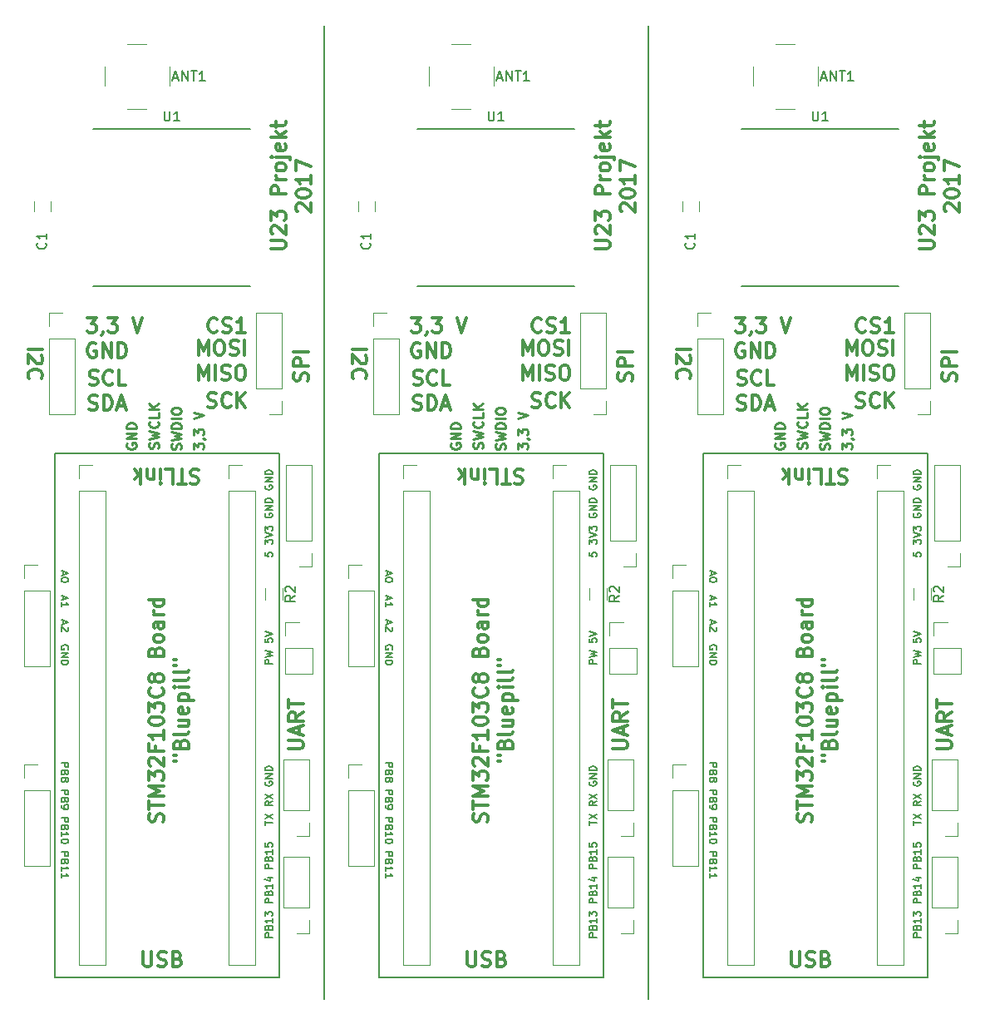
<source format=gto>
G04 #@! TF.FileFunction,Legend,Top*
%FSLAX46Y46*%
G04 Gerber Fmt 4.6, Leading zero omitted, Abs format (unit mm)*
G04 Created by KiCad (PCBNEW 4.0.6) date Tue Sep  5 22:17:11 2017*
%MOMM*%
%LPD*%
G01*
G04 APERTURE LIST*
%ADD10C,0.100000*%
%ADD11C,0.200000*%
%ADD12C,0.187500*%
%ADD13C,0.300000*%
%ADD14C,0.250000*%
%ADD15C,0.120000*%
%ADD16C,0.150000*%
G04 APERTURE END LIST*
D10*
D11*
X116205000Y-25400000D02*
X116205000Y-124460000D01*
X83185000Y-25400000D02*
X83185000Y-124460000D01*
D12*
X77936286Y-90362286D02*
X77186286Y-90362286D01*
X77186286Y-90076571D01*
X77222000Y-90005143D01*
X77257714Y-89969428D01*
X77329143Y-89933714D01*
X77436286Y-89933714D01*
X77507714Y-89969428D01*
X77543429Y-90005143D01*
X77579143Y-90076571D01*
X77579143Y-90362286D01*
X77186286Y-89683714D02*
X77936286Y-89505143D01*
X77400571Y-89362286D01*
X77936286Y-89219428D01*
X77186286Y-89040857D01*
X77186286Y-87826571D02*
X77186286Y-88183714D01*
X77543429Y-88219428D01*
X77507714Y-88183714D01*
X77472000Y-88112285D01*
X77472000Y-87933714D01*
X77507714Y-87862285D01*
X77543429Y-87826571D01*
X77614857Y-87790856D01*
X77793429Y-87790856D01*
X77864857Y-87826571D01*
X77900571Y-87862285D01*
X77936286Y-87933714D01*
X77936286Y-88112285D01*
X77900571Y-88183714D01*
X77864857Y-88219428D01*
X77186286Y-87576570D02*
X77936286Y-87326570D01*
X77186286Y-87076570D01*
D13*
X77786571Y-48140142D02*
X79000857Y-48140142D01*
X79143714Y-48068714D01*
X79215143Y-47997285D01*
X79286571Y-47854428D01*
X79286571Y-47568714D01*
X79215143Y-47425856D01*
X79143714Y-47354428D01*
X79000857Y-47282999D01*
X77786571Y-47282999D01*
X77929429Y-46640142D02*
X77858000Y-46568713D01*
X77786571Y-46425856D01*
X77786571Y-46068713D01*
X77858000Y-45925856D01*
X77929429Y-45854427D01*
X78072286Y-45782999D01*
X78215143Y-45782999D01*
X78429429Y-45854427D01*
X79286571Y-46711570D01*
X79286571Y-45782999D01*
X77786571Y-45282999D02*
X77786571Y-44354428D01*
X78358000Y-44854428D01*
X78358000Y-44640142D01*
X78429429Y-44497285D01*
X78500857Y-44425856D01*
X78643714Y-44354428D01*
X79000857Y-44354428D01*
X79143714Y-44425856D01*
X79215143Y-44497285D01*
X79286571Y-44640142D01*
X79286571Y-45068714D01*
X79215143Y-45211571D01*
X79143714Y-45282999D01*
X79286571Y-42568714D02*
X77786571Y-42568714D01*
X77786571Y-41997286D01*
X77858000Y-41854428D01*
X77929429Y-41783000D01*
X78072286Y-41711571D01*
X78286571Y-41711571D01*
X78429429Y-41783000D01*
X78500857Y-41854428D01*
X78572286Y-41997286D01*
X78572286Y-42568714D01*
X79286571Y-41068714D02*
X78286571Y-41068714D01*
X78572286Y-41068714D02*
X78429429Y-40997286D01*
X78358000Y-40925857D01*
X78286571Y-40783000D01*
X78286571Y-40640143D01*
X79286571Y-39925857D02*
X79215143Y-40068715D01*
X79143714Y-40140143D01*
X79000857Y-40211572D01*
X78572286Y-40211572D01*
X78429429Y-40140143D01*
X78358000Y-40068715D01*
X78286571Y-39925857D01*
X78286571Y-39711572D01*
X78358000Y-39568715D01*
X78429429Y-39497286D01*
X78572286Y-39425857D01*
X79000857Y-39425857D01*
X79143714Y-39497286D01*
X79215143Y-39568715D01*
X79286571Y-39711572D01*
X79286571Y-39925857D01*
X78286571Y-38783000D02*
X79572286Y-38783000D01*
X79715143Y-38854429D01*
X79786571Y-38997286D01*
X79786571Y-39068714D01*
X77786571Y-38783000D02*
X77858000Y-38854429D01*
X77929429Y-38783000D01*
X77858000Y-38711572D01*
X77786571Y-38783000D01*
X77929429Y-38783000D01*
X79215143Y-37497286D02*
X79286571Y-37640143D01*
X79286571Y-37925857D01*
X79215143Y-38068714D01*
X79072286Y-38140143D01*
X78500857Y-38140143D01*
X78358000Y-38068714D01*
X78286571Y-37925857D01*
X78286571Y-37640143D01*
X78358000Y-37497286D01*
X78500857Y-37425857D01*
X78643714Y-37425857D01*
X78786571Y-38140143D01*
X79286571Y-36783000D02*
X77786571Y-36783000D01*
X78715143Y-36640143D02*
X79286571Y-36211572D01*
X78286571Y-36211572D02*
X78858000Y-36783000D01*
X78286571Y-35783000D02*
X78286571Y-35211571D01*
X77786571Y-35568714D02*
X79072286Y-35568714D01*
X79215143Y-35497286D01*
X79286571Y-35354428D01*
X79286571Y-35211571D01*
X80479429Y-44354428D02*
X80408000Y-44282999D01*
X80336571Y-44140142D01*
X80336571Y-43782999D01*
X80408000Y-43640142D01*
X80479429Y-43568713D01*
X80622286Y-43497285D01*
X80765143Y-43497285D01*
X80979429Y-43568713D01*
X81836571Y-44425856D01*
X81836571Y-43497285D01*
X80336571Y-42568714D02*
X80336571Y-42425857D01*
X80408000Y-42283000D01*
X80479429Y-42211571D01*
X80622286Y-42140142D01*
X80908000Y-42068714D01*
X81265143Y-42068714D01*
X81550857Y-42140142D01*
X81693714Y-42211571D01*
X81765143Y-42283000D01*
X81836571Y-42425857D01*
X81836571Y-42568714D01*
X81765143Y-42711571D01*
X81693714Y-42783000D01*
X81550857Y-42854428D01*
X81265143Y-42925857D01*
X80908000Y-42925857D01*
X80622286Y-42854428D01*
X80479429Y-42783000D01*
X80408000Y-42711571D01*
X80336571Y-42568714D01*
X81836571Y-40640143D02*
X81836571Y-41497286D01*
X81836571Y-41068714D02*
X80336571Y-41068714D01*
X80550857Y-41211571D01*
X80693714Y-41354429D01*
X80765143Y-41497286D01*
X80336571Y-40140143D02*
X80336571Y-39140143D01*
X81836571Y-39783000D01*
D14*
X69937381Y-68532143D02*
X69937381Y-67913095D01*
X70318333Y-68246429D01*
X70318333Y-68103571D01*
X70365952Y-68008333D01*
X70413571Y-67960714D01*
X70508810Y-67913095D01*
X70746905Y-67913095D01*
X70842143Y-67960714D01*
X70889762Y-68008333D01*
X70937381Y-68103571D01*
X70937381Y-68389286D01*
X70889762Y-68484524D01*
X70842143Y-68532143D01*
X70889762Y-67436905D02*
X70937381Y-67436905D01*
X71032619Y-67484524D01*
X71080238Y-67532143D01*
X69937381Y-67103572D02*
X69937381Y-66484524D01*
X70318333Y-66817858D01*
X70318333Y-66675000D01*
X70365952Y-66579762D01*
X70413571Y-66532143D01*
X70508810Y-66484524D01*
X70746905Y-66484524D01*
X70842143Y-66532143D01*
X70889762Y-66579762D01*
X70937381Y-66675000D01*
X70937381Y-66960715D01*
X70889762Y-67055953D01*
X70842143Y-67103572D01*
X69937381Y-65436905D02*
X70937381Y-65103572D01*
X69937381Y-64770238D01*
X68603762Y-68540047D02*
X68651381Y-68397190D01*
X68651381Y-68159094D01*
X68603762Y-68063856D01*
X68556143Y-68016237D01*
X68460905Y-67968618D01*
X68365667Y-67968618D01*
X68270429Y-68016237D01*
X68222810Y-68063856D01*
X68175190Y-68159094D01*
X68127571Y-68349571D01*
X68079952Y-68444809D01*
X68032333Y-68492428D01*
X67937095Y-68540047D01*
X67841857Y-68540047D01*
X67746619Y-68492428D01*
X67699000Y-68444809D01*
X67651381Y-68349571D01*
X67651381Y-68111475D01*
X67699000Y-67968618D01*
X67651381Y-67635285D02*
X68651381Y-67397190D01*
X67937095Y-67206713D01*
X68651381Y-67016237D01*
X67651381Y-66778142D01*
X68651381Y-66397190D02*
X67651381Y-66397190D01*
X67651381Y-66159095D01*
X67699000Y-66016237D01*
X67794238Y-65920999D01*
X67889476Y-65873380D01*
X68079952Y-65825761D01*
X68222810Y-65825761D01*
X68413286Y-65873380D01*
X68508524Y-65920999D01*
X68603762Y-66016237D01*
X68651381Y-66159095D01*
X68651381Y-66397190D01*
X68651381Y-65397190D02*
X67651381Y-65397190D01*
X67651381Y-64730524D02*
X67651381Y-64540047D01*
X67699000Y-64444809D01*
X67794238Y-64349571D01*
X67984714Y-64301952D01*
X68318048Y-64301952D01*
X68508524Y-64349571D01*
X68603762Y-64444809D01*
X68651381Y-64540047D01*
X68651381Y-64730524D01*
X68603762Y-64825762D01*
X68508524Y-64921000D01*
X68318048Y-64968619D01*
X67984714Y-64968619D01*
X67794238Y-64921000D01*
X67699000Y-64825762D01*
X67651381Y-64730524D01*
X66317762Y-68428905D02*
X66365381Y-68286048D01*
X66365381Y-68047952D01*
X66317762Y-67952714D01*
X66270143Y-67905095D01*
X66174905Y-67857476D01*
X66079667Y-67857476D01*
X65984429Y-67905095D01*
X65936810Y-67952714D01*
X65889190Y-68047952D01*
X65841571Y-68238429D01*
X65793952Y-68333667D01*
X65746333Y-68381286D01*
X65651095Y-68428905D01*
X65555857Y-68428905D01*
X65460619Y-68381286D01*
X65413000Y-68333667D01*
X65365381Y-68238429D01*
X65365381Y-68000333D01*
X65413000Y-67857476D01*
X65365381Y-67524143D02*
X66365381Y-67286048D01*
X65651095Y-67095571D01*
X66365381Y-66905095D01*
X65365381Y-66667000D01*
X66270143Y-65714619D02*
X66317762Y-65762238D01*
X66365381Y-65905095D01*
X66365381Y-66000333D01*
X66317762Y-66143191D01*
X66222524Y-66238429D01*
X66127286Y-66286048D01*
X65936810Y-66333667D01*
X65793952Y-66333667D01*
X65603476Y-66286048D01*
X65508238Y-66238429D01*
X65413000Y-66143191D01*
X65365381Y-66000333D01*
X65365381Y-65905095D01*
X65413000Y-65762238D01*
X65460619Y-65714619D01*
X66365381Y-64809857D02*
X66365381Y-65286048D01*
X65365381Y-65286048D01*
X66365381Y-64476524D02*
X65365381Y-64476524D01*
X66365381Y-63905095D02*
X65793952Y-64333667D01*
X65365381Y-63905095D02*
X65936810Y-64476524D01*
X63127000Y-67944904D02*
X63079381Y-68040142D01*
X63079381Y-68182999D01*
X63127000Y-68325857D01*
X63222238Y-68421095D01*
X63317476Y-68468714D01*
X63507952Y-68516333D01*
X63650810Y-68516333D01*
X63841286Y-68468714D01*
X63936524Y-68421095D01*
X64031762Y-68325857D01*
X64079381Y-68182999D01*
X64079381Y-68087761D01*
X64031762Y-67944904D01*
X63984143Y-67897285D01*
X63650810Y-67897285D01*
X63650810Y-68087761D01*
X64079381Y-67468714D02*
X63079381Y-67468714D01*
X64079381Y-66897285D01*
X63079381Y-66897285D01*
X64079381Y-66421095D02*
X63079381Y-66421095D01*
X63079381Y-66183000D01*
X63127000Y-66040142D01*
X63222238Y-65944904D01*
X63317476Y-65897285D01*
X63507952Y-65849666D01*
X63650810Y-65849666D01*
X63841286Y-65897285D01*
X63936524Y-65944904D01*
X64031762Y-66040142D01*
X64079381Y-66183000D01*
X64079381Y-66421095D01*
D11*
X55795000Y-68925000D02*
X55795000Y-122265000D01*
D13*
X79569571Y-99039857D02*
X80783857Y-99039857D01*
X80926714Y-98968429D01*
X80998143Y-98897000D01*
X81069571Y-98754143D01*
X81069571Y-98468429D01*
X80998143Y-98325571D01*
X80926714Y-98254143D01*
X80783857Y-98182714D01*
X79569571Y-98182714D01*
X80641000Y-97539857D02*
X80641000Y-96825571D01*
X81069571Y-97682714D02*
X79569571Y-97182714D01*
X81069571Y-96682714D01*
X81069571Y-95325571D02*
X80355286Y-95825571D01*
X81069571Y-96182714D02*
X79569571Y-96182714D01*
X79569571Y-95611286D01*
X79641000Y-95468428D01*
X79712429Y-95397000D01*
X79855286Y-95325571D01*
X80069571Y-95325571D01*
X80212429Y-95397000D01*
X80283857Y-95468428D01*
X80355286Y-95611286D01*
X80355286Y-96182714D01*
X79569571Y-94897000D02*
X79569571Y-94039857D01*
X81069571Y-94468428D02*
X79569571Y-94468428D01*
D12*
X77186286Y-79057001D02*
X77186286Y-79414144D01*
X77543429Y-79449858D01*
X77507714Y-79414144D01*
X77472000Y-79342715D01*
X77472000Y-79164144D01*
X77507714Y-79092715D01*
X77543429Y-79057001D01*
X77614857Y-79021286D01*
X77793429Y-79021286D01*
X77864857Y-79057001D01*
X77900571Y-79092715D01*
X77936286Y-79164144D01*
X77936286Y-79342715D01*
X77900571Y-79414144D01*
X77864857Y-79449858D01*
X77186286Y-78199857D02*
X77186286Y-77735571D01*
X77472000Y-77985571D01*
X77472000Y-77878429D01*
X77507714Y-77807000D01*
X77543429Y-77771286D01*
X77614857Y-77735571D01*
X77793429Y-77735571D01*
X77864857Y-77771286D01*
X77900571Y-77807000D01*
X77936286Y-77878429D01*
X77936286Y-78092714D01*
X77900571Y-78164143D01*
X77864857Y-78199857D01*
X77186286Y-77521285D02*
X77936286Y-77271285D01*
X77186286Y-77021285D01*
X77186286Y-76842714D02*
X77186286Y-76378428D01*
X77472000Y-76628428D01*
X77472000Y-76521286D01*
X77507714Y-76449857D01*
X77543429Y-76414143D01*
X77614857Y-76378428D01*
X77793429Y-76378428D01*
X77864857Y-76414143D01*
X77900571Y-76449857D01*
X77936286Y-76521286D01*
X77936286Y-76735571D01*
X77900571Y-76807000D01*
X77864857Y-76842714D01*
X77222000Y-75092713D02*
X77186286Y-75164142D01*
X77186286Y-75271285D01*
X77222000Y-75378428D01*
X77293429Y-75449856D01*
X77364857Y-75485571D01*
X77507714Y-75521285D01*
X77614857Y-75521285D01*
X77757714Y-75485571D01*
X77829143Y-75449856D01*
X77900571Y-75378428D01*
X77936286Y-75271285D01*
X77936286Y-75199856D01*
X77900571Y-75092713D01*
X77864857Y-75056999D01*
X77614857Y-75056999D01*
X77614857Y-75199856D01*
X77936286Y-74735571D02*
X77186286Y-74735571D01*
X77936286Y-74306999D01*
X77186286Y-74306999D01*
X77936286Y-73949857D02*
X77186286Y-73949857D01*
X77186286Y-73771285D01*
X77222000Y-73664142D01*
X77293429Y-73592714D01*
X77364857Y-73556999D01*
X77507714Y-73521285D01*
X77614857Y-73521285D01*
X77757714Y-73556999D01*
X77829143Y-73592714D01*
X77900571Y-73664142D01*
X77936286Y-73771285D01*
X77936286Y-73949857D01*
X77222000Y-72235570D02*
X77186286Y-72306999D01*
X77186286Y-72414142D01*
X77222000Y-72521285D01*
X77293429Y-72592713D01*
X77364857Y-72628428D01*
X77507714Y-72664142D01*
X77614857Y-72664142D01*
X77757714Y-72628428D01*
X77829143Y-72592713D01*
X77900571Y-72521285D01*
X77936286Y-72414142D01*
X77936286Y-72342713D01*
X77900571Y-72235570D01*
X77864857Y-72199856D01*
X77614857Y-72199856D01*
X77614857Y-72342713D01*
X77936286Y-71878428D02*
X77186286Y-71878428D01*
X77936286Y-71449856D01*
X77186286Y-71449856D01*
X77936286Y-71092714D02*
X77186286Y-71092714D01*
X77186286Y-70914142D01*
X77222000Y-70806999D01*
X77293429Y-70735571D01*
X77364857Y-70699856D01*
X77507714Y-70664142D01*
X77614857Y-70664142D01*
X77757714Y-70699856D01*
X77829143Y-70735571D01*
X77900571Y-70806999D01*
X77936286Y-70914142D01*
X77936286Y-71092714D01*
X56644000Y-80974999D02*
X56644000Y-81332142D01*
X56429714Y-80903571D02*
X57179714Y-81153571D01*
X56429714Y-81403571D01*
X57179714Y-81796428D02*
X57179714Y-81867856D01*
X57144000Y-81939285D01*
X57108286Y-81974999D01*
X57036857Y-82010713D01*
X56894000Y-82046428D01*
X56715429Y-82046428D01*
X56572571Y-82010713D01*
X56501143Y-81974999D01*
X56465429Y-81939285D01*
X56429714Y-81867856D01*
X56429714Y-81796428D01*
X56465429Y-81724999D01*
X56501143Y-81689285D01*
X56572571Y-81653570D01*
X56715429Y-81617856D01*
X56894000Y-81617856D01*
X57036857Y-81653570D01*
X57108286Y-81689285D01*
X57144000Y-81724999D01*
X57179714Y-81796428D01*
X56644000Y-83475000D02*
X56644000Y-83832143D01*
X56429714Y-83403572D02*
X57179714Y-83653572D01*
X56429714Y-83903572D01*
X56429714Y-84546429D02*
X56429714Y-84117857D01*
X56429714Y-84332143D02*
X57179714Y-84332143D01*
X57072571Y-84260714D01*
X57001143Y-84189286D01*
X56965429Y-84117857D01*
X56644000Y-85975001D02*
X56644000Y-86332144D01*
X56429714Y-85903573D02*
X57179714Y-86153573D01*
X56429714Y-86403573D01*
X57108286Y-86617858D02*
X57144000Y-86653572D01*
X57179714Y-86725001D01*
X57179714Y-86903572D01*
X57144000Y-86975001D01*
X57108286Y-87010715D01*
X57036857Y-87046430D01*
X56965429Y-87046430D01*
X56858286Y-87010715D01*
X56429714Y-86582144D01*
X56429714Y-87046430D01*
X57144000Y-88903574D02*
X57179714Y-88832145D01*
X57179714Y-88725002D01*
X57144000Y-88617859D01*
X57072571Y-88546431D01*
X57001143Y-88510716D01*
X56858286Y-88475002D01*
X56751143Y-88475002D01*
X56608286Y-88510716D01*
X56536857Y-88546431D01*
X56465429Y-88617859D01*
X56429714Y-88725002D01*
X56429714Y-88796431D01*
X56465429Y-88903574D01*
X56501143Y-88939288D01*
X56751143Y-88939288D01*
X56751143Y-88796431D01*
X56429714Y-89260716D02*
X57179714Y-89260716D01*
X56429714Y-89689288D01*
X57179714Y-89689288D01*
X56429714Y-90046430D02*
X57179714Y-90046430D01*
X57179714Y-90225002D01*
X57144000Y-90332145D01*
X57072571Y-90403573D01*
X57001143Y-90439288D01*
X56858286Y-90475002D01*
X56751143Y-90475002D01*
X56608286Y-90439288D01*
X56536857Y-90403573D01*
X56465429Y-90332145D01*
X56429714Y-90225002D01*
X56429714Y-90046430D01*
X56429714Y-100477570D02*
X57179714Y-100477570D01*
X57179714Y-100763285D01*
X57144000Y-100834713D01*
X57108286Y-100870428D01*
X57036857Y-100906142D01*
X56929714Y-100906142D01*
X56858286Y-100870428D01*
X56822571Y-100834713D01*
X56786857Y-100763285D01*
X56786857Y-100477570D01*
X56822571Y-101477570D02*
X56786857Y-101584713D01*
X56751143Y-101620428D01*
X56679714Y-101656142D01*
X56572571Y-101656142D01*
X56501143Y-101620428D01*
X56465429Y-101584713D01*
X56429714Y-101513285D01*
X56429714Y-101227570D01*
X57179714Y-101227570D01*
X57179714Y-101477570D01*
X57144000Y-101548999D01*
X57108286Y-101584713D01*
X57036857Y-101620428D01*
X56965429Y-101620428D01*
X56894000Y-101584713D01*
X56858286Y-101548999D01*
X56822571Y-101477570D01*
X56822571Y-101227570D01*
X56858286Y-102084713D02*
X56894000Y-102013285D01*
X56929714Y-101977570D01*
X57001143Y-101941856D01*
X57036857Y-101941856D01*
X57108286Y-101977570D01*
X57144000Y-102013285D01*
X57179714Y-102084713D01*
X57179714Y-102227570D01*
X57144000Y-102298999D01*
X57108286Y-102334713D01*
X57036857Y-102370428D01*
X57001143Y-102370428D01*
X56929714Y-102334713D01*
X56894000Y-102298999D01*
X56858286Y-102227570D01*
X56858286Y-102084713D01*
X56822571Y-102013285D01*
X56786857Y-101977570D01*
X56715429Y-101941856D01*
X56572571Y-101941856D01*
X56501143Y-101977570D01*
X56465429Y-102013285D01*
X56429714Y-102084713D01*
X56429714Y-102227570D01*
X56465429Y-102298999D01*
X56501143Y-102334713D01*
X56572571Y-102370428D01*
X56715429Y-102370428D01*
X56786857Y-102334713D01*
X56822571Y-102298999D01*
X56858286Y-102227570D01*
X56429714Y-103263285D02*
X57179714Y-103263285D01*
X57179714Y-103549000D01*
X57144000Y-103620428D01*
X57108286Y-103656143D01*
X57036857Y-103691857D01*
X56929714Y-103691857D01*
X56858286Y-103656143D01*
X56822571Y-103620428D01*
X56786857Y-103549000D01*
X56786857Y-103263285D01*
X56822571Y-104263285D02*
X56786857Y-104370428D01*
X56751143Y-104406143D01*
X56679714Y-104441857D01*
X56572571Y-104441857D01*
X56501143Y-104406143D01*
X56465429Y-104370428D01*
X56429714Y-104299000D01*
X56429714Y-104013285D01*
X57179714Y-104013285D01*
X57179714Y-104263285D01*
X57144000Y-104334714D01*
X57108286Y-104370428D01*
X57036857Y-104406143D01*
X56965429Y-104406143D01*
X56894000Y-104370428D01*
X56858286Y-104334714D01*
X56822571Y-104263285D01*
X56822571Y-104013285D01*
X56429714Y-104799000D02*
X56429714Y-104941857D01*
X56465429Y-105013285D01*
X56501143Y-105049000D01*
X56608286Y-105120428D01*
X56751143Y-105156143D01*
X57036857Y-105156143D01*
X57108286Y-105120428D01*
X57144000Y-105084714D01*
X57179714Y-105013285D01*
X57179714Y-104870428D01*
X57144000Y-104799000D01*
X57108286Y-104763285D01*
X57036857Y-104727571D01*
X56858286Y-104727571D01*
X56786857Y-104763285D01*
X56751143Y-104799000D01*
X56715429Y-104870428D01*
X56715429Y-105013285D01*
X56751143Y-105084714D01*
X56786857Y-105120428D01*
X56858286Y-105156143D01*
X56429714Y-106049000D02*
X57179714Y-106049000D01*
X57179714Y-106334715D01*
X57144000Y-106406143D01*
X57108286Y-106441858D01*
X57036857Y-106477572D01*
X56929714Y-106477572D01*
X56858286Y-106441858D01*
X56822571Y-106406143D01*
X56786857Y-106334715D01*
X56786857Y-106049000D01*
X56822571Y-107049000D02*
X56786857Y-107156143D01*
X56751143Y-107191858D01*
X56679714Y-107227572D01*
X56572571Y-107227572D01*
X56501143Y-107191858D01*
X56465429Y-107156143D01*
X56429714Y-107084715D01*
X56429714Y-106799000D01*
X57179714Y-106799000D01*
X57179714Y-107049000D01*
X57144000Y-107120429D01*
X57108286Y-107156143D01*
X57036857Y-107191858D01*
X56965429Y-107191858D01*
X56894000Y-107156143D01*
X56858286Y-107120429D01*
X56822571Y-107049000D01*
X56822571Y-106799000D01*
X56429714Y-107941858D02*
X56429714Y-107513286D01*
X56429714Y-107727572D02*
X57179714Y-107727572D01*
X57072571Y-107656143D01*
X57001143Y-107584715D01*
X56965429Y-107513286D01*
X57179714Y-108406144D02*
X57179714Y-108477572D01*
X57144000Y-108549001D01*
X57108286Y-108584715D01*
X57036857Y-108620429D01*
X56894000Y-108656144D01*
X56715429Y-108656144D01*
X56572571Y-108620429D01*
X56501143Y-108584715D01*
X56465429Y-108549001D01*
X56429714Y-108477572D01*
X56429714Y-108406144D01*
X56465429Y-108334715D01*
X56501143Y-108299001D01*
X56572571Y-108263286D01*
X56715429Y-108227572D01*
X56894000Y-108227572D01*
X57036857Y-108263286D01*
X57108286Y-108299001D01*
X57144000Y-108334715D01*
X57179714Y-108406144D01*
X56429714Y-109549001D02*
X57179714Y-109549001D01*
X57179714Y-109834716D01*
X57144000Y-109906144D01*
X57108286Y-109941859D01*
X57036857Y-109977573D01*
X56929714Y-109977573D01*
X56858286Y-109941859D01*
X56822571Y-109906144D01*
X56786857Y-109834716D01*
X56786857Y-109549001D01*
X56822571Y-110549001D02*
X56786857Y-110656144D01*
X56751143Y-110691859D01*
X56679714Y-110727573D01*
X56572571Y-110727573D01*
X56501143Y-110691859D01*
X56465429Y-110656144D01*
X56429714Y-110584716D01*
X56429714Y-110299001D01*
X57179714Y-110299001D01*
X57179714Y-110549001D01*
X57144000Y-110620430D01*
X57108286Y-110656144D01*
X57036857Y-110691859D01*
X56965429Y-110691859D01*
X56894000Y-110656144D01*
X56858286Y-110620430D01*
X56822571Y-110549001D01*
X56822571Y-110299001D01*
X56429714Y-111441859D02*
X56429714Y-111013287D01*
X56429714Y-111227573D02*
X57179714Y-111227573D01*
X57072571Y-111156144D01*
X57001143Y-111084716D01*
X56965429Y-111013287D01*
X56429714Y-112156145D02*
X56429714Y-111727573D01*
X56429714Y-111941859D02*
X57179714Y-111941859D01*
X57072571Y-111870430D01*
X57001143Y-111799002D01*
X56965429Y-111727573D01*
X77186286Y-106776857D02*
X77186286Y-106348286D01*
X77936286Y-106562572D02*
X77186286Y-106562572D01*
X77186286Y-106169714D02*
X77936286Y-105669714D01*
X77186286Y-105669714D02*
X77936286Y-106169714D01*
X77936286Y-104383999D02*
X77579143Y-104633999D01*
X77936286Y-104812571D02*
X77186286Y-104812571D01*
X77186286Y-104526856D01*
X77222000Y-104455428D01*
X77257714Y-104419713D01*
X77329143Y-104383999D01*
X77436286Y-104383999D01*
X77507714Y-104419713D01*
X77543429Y-104455428D01*
X77579143Y-104526856D01*
X77579143Y-104812571D01*
X77186286Y-104133999D02*
X77936286Y-103633999D01*
X77186286Y-103633999D02*
X77936286Y-104133999D01*
X77222000Y-102383998D02*
X77186286Y-102455427D01*
X77186286Y-102562570D01*
X77222000Y-102669713D01*
X77293429Y-102741141D01*
X77364857Y-102776856D01*
X77507714Y-102812570D01*
X77614857Y-102812570D01*
X77757714Y-102776856D01*
X77829143Y-102741141D01*
X77900571Y-102669713D01*
X77936286Y-102562570D01*
X77936286Y-102491141D01*
X77900571Y-102383998D01*
X77864857Y-102348284D01*
X77614857Y-102348284D01*
X77614857Y-102491141D01*
X77936286Y-102026856D02*
X77186286Y-102026856D01*
X77936286Y-101598284D01*
X77186286Y-101598284D01*
X77936286Y-101241142D02*
X77186286Y-101241142D01*
X77186286Y-101062570D01*
X77222000Y-100955427D01*
X77293429Y-100883999D01*
X77364857Y-100848284D01*
X77507714Y-100812570D01*
X77614857Y-100812570D01*
X77757714Y-100848284D01*
X77829143Y-100883999D01*
X77900571Y-100955427D01*
X77936286Y-101062570D01*
X77936286Y-101241142D01*
X77936286Y-118196716D02*
X77186286Y-118196716D01*
X77186286Y-117911001D01*
X77222000Y-117839573D01*
X77257714Y-117803858D01*
X77329143Y-117768144D01*
X77436286Y-117768144D01*
X77507714Y-117803858D01*
X77543429Y-117839573D01*
X77579143Y-117911001D01*
X77579143Y-118196716D01*
X77543429Y-117196716D02*
X77579143Y-117089573D01*
X77614857Y-117053858D01*
X77686286Y-117018144D01*
X77793429Y-117018144D01*
X77864857Y-117053858D01*
X77900571Y-117089573D01*
X77936286Y-117161001D01*
X77936286Y-117446716D01*
X77186286Y-117446716D01*
X77186286Y-117196716D01*
X77222000Y-117125287D01*
X77257714Y-117089573D01*
X77329143Y-117053858D01*
X77400571Y-117053858D01*
X77472000Y-117089573D01*
X77507714Y-117125287D01*
X77543429Y-117196716D01*
X77543429Y-117446716D01*
X77936286Y-116303858D02*
X77936286Y-116732430D01*
X77936286Y-116518144D02*
X77186286Y-116518144D01*
X77293429Y-116589573D01*
X77364857Y-116661001D01*
X77400571Y-116732430D01*
X77186286Y-116053858D02*
X77186286Y-115589572D01*
X77472000Y-115839572D01*
X77472000Y-115732430D01*
X77507714Y-115661001D01*
X77543429Y-115625287D01*
X77614857Y-115589572D01*
X77793429Y-115589572D01*
X77864857Y-115625287D01*
X77900571Y-115661001D01*
X77936286Y-115732430D01*
X77936286Y-115946715D01*
X77900571Y-116018144D01*
X77864857Y-116053858D01*
X77936286Y-114696715D02*
X77186286Y-114696715D01*
X77186286Y-114411000D01*
X77222000Y-114339572D01*
X77257714Y-114303857D01*
X77329143Y-114268143D01*
X77436286Y-114268143D01*
X77507714Y-114303857D01*
X77543429Y-114339572D01*
X77579143Y-114411000D01*
X77579143Y-114696715D01*
X77543429Y-113696715D02*
X77579143Y-113589572D01*
X77614857Y-113553857D01*
X77686286Y-113518143D01*
X77793429Y-113518143D01*
X77864857Y-113553857D01*
X77900571Y-113589572D01*
X77936286Y-113661000D01*
X77936286Y-113946715D01*
X77186286Y-113946715D01*
X77186286Y-113696715D01*
X77222000Y-113625286D01*
X77257714Y-113589572D01*
X77329143Y-113553857D01*
X77400571Y-113553857D01*
X77472000Y-113589572D01*
X77507714Y-113625286D01*
X77543429Y-113696715D01*
X77543429Y-113946715D01*
X77936286Y-112803857D02*
X77936286Y-113232429D01*
X77936286Y-113018143D02*
X77186286Y-113018143D01*
X77293429Y-113089572D01*
X77364857Y-113161000D01*
X77400571Y-113232429D01*
X77436286Y-112161000D02*
X77936286Y-112161000D01*
X77150571Y-112339571D02*
X77686286Y-112518143D01*
X77686286Y-112053857D01*
X77936286Y-111196714D02*
X77186286Y-111196714D01*
X77186286Y-110910999D01*
X77222000Y-110839571D01*
X77257714Y-110803856D01*
X77329143Y-110768142D01*
X77436286Y-110768142D01*
X77507714Y-110803856D01*
X77543429Y-110839571D01*
X77579143Y-110910999D01*
X77579143Y-111196714D01*
X77543429Y-110196714D02*
X77579143Y-110089571D01*
X77614857Y-110053856D01*
X77686286Y-110018142D01*
X77793429Y-110018142D01*
X77864857Y-110053856D01*
X77900571Y-110089571D01*
X77936286Y-110160999D01*
X77936286Y-110446714D01*
X77186286Y-110446714D01*
X77186286Y-110196714D01*
X77222000Y-110125285D01*
X77257714Y-110089571D01*
X77329143Y-110053856D01*
X77400571Y-110053856D01*
X77472000Y-110089571D01*
X77507714Y-110125285D01*
X77543429Y-110196714D01*
X77543429Y-110446714D01*
X77936286Y-109303856D02*
X77936286Y-109732428D01*
X77936286Y-109518142D02*
X77186286Y-109518142D01*
X77293429Y-109589571D01*
X77364857Y-109660999D01*
X77400571Y-109732428D01*
X77186286Y-108625285D02*
X77186286Y-108982428D01*
X77543429Y-109018142D01*
X77507714Y-108982428D01*
X77472000Y-108910999D01*
X77472000Y-108732428D01*
X77507714Y-108660999D01*
X77543429Y-108625285D01*
X77614857Y-108589570D01*
X77793429Y-108589570D01*
X77864857Y-108625285D01*
X77900571Y-108660999D01*
X77936286Y-108732428D01*
X77936286Y-108910999D01*
X77900571Y-108982428D01*
X77864857Y-109018142D01*
D13*
X81506143Y-61606714D02*
X81577571Y-61392428D01*
X81577571Y-61035285D01*
X81506143Y-60892428D01*
X81434714Y-60820999D01*
X81291857Y-60749571D01*
X81149000Y-60749571D01*
X81006143Y-60820999D01*
X80934714Y-60892428D01*
X80863286Y-61035285D01*
X80791857Y-61320999D01*
X80720429Y-61463857D01*
X80649000Y-61535285D01*
X80506143Y-61606714D01*
X80363286Y-61606714D01*
X80220429Y-61535285D01*
X80149000Y-61463857D01*
X80077571Y-61320999D01*
X80077571Y-60963857D01*
X80149000Y-60749571D01*
X81577571Y-60106714D02*
X80077571Y-60106714D01*
X80077571Y-59535286D01*
X80149000Y-59392428D01*
X80220429Y-59321000D01*
X80363286Y-59249571D01*
X80577571Y-59249571D01*
X80720429Y-59321000D01*
X80791857Y-59392428D01*
X80863286Y-59535286D01*
X80863286Y-60106714D01*
X81577571Y-58606714D02*
X80077571Y-58606714D01*
X53042429Y-58352715D02*
X54542429Y-58352715D01*
X54399571Y-58995572D02*
X54471000Y-59067001D01*
X54542429Y-59209858D01*
X54542429Y-59567001D01*
X54471000Y-59709858D01*
X54399571Y-59781287D01*
X54256714Y-59852715D01*
X54113857Y-59852715D01*
X53899571Y-59781287D01*
X53042429Y-58924144D01*
X53042429Y-59852715D01*
X53185286Y-61352715D02*
X53113857Y-61281286D01*
X53042429Y-61067000D01*
X53042429Y-60924143D01*
X53113857Y-60709858D01*
X53256714Y-60567000D01*
X53399571Y-60495572D01*
X53685286Y-60424143D01*
X53899571Y-60424143D01*
X54185286Y-60495572D01*
X54328143Y-60567000D01*
X54471000Y-60709858D01*
X54542429Y-60924143D01*
X54542429Y-61067000D01*
X54471000Y-61281286D01*
X54399571Y-61352715D01*
X59265572Y-64488143D02*
X59479858Y-64559571D01*
X59837001Y-64559571D01*
X59979858Y-64488143D01*
X60051287Y-64416714D01*
X60122715Y-64273857D01*
X60122715Y-64131000D01*
X60051287Y-63988143D01*
X59979858Y-63916714D01*
X59837001Y-63845286D01*
X59551287Y-63773857D01*
X59408429Y-63702429D01*
X59337001Y-63631000D01*
X59265572Y-63488143D01*
X59265572Y-63345286D01*
X59337001Y-63202429D01*
X59408429Y-63131000D01*
X59551287Y-63059571D01*
X59908429Y-63059571D01*
X60122715Y-63131000D01*
X60765572Y-64559571D02*
X60765572Y-63059571D01*
X61122715Y-63059571D01*
X61337000Y-63131000D01*
X61479858Y-63273857D01*
X61551286Y-63416714D01*
X61622715Y-63702429D01*
X61622715Y-63916714D01*
X61551286Y-64202429D01*
X61479858Y-64345286D01*
X61337000Y-64488143D01*
X61122715Y-64559571D01*
X60765572Y-64559571D01*
X62194143Y-64131000D02*
X62908429Y-64131000D01*
X62051286Y-64559571D02*
X62551286Y-63059571D01*
X63051286Y-64559571D01*
X59301286Y-61948143D02*
X59515572Y-62019571D01*
X59872715Y-62019571D01*
X60015572Y-61948143D01*
X60087001Y-61876714D01*
X60158429Y-61733857D01*
X60158429Y-61591000D01*
X60087001Y-61448143D01*
X60015572Y-61376714D01*
X59872715Y-61305286D01*
X59587001Y-61233857D01*
X59444143Y-61162429D01*
X59372715Y-61091000D01*
X59301286Y-60948143D01*
X59301286Y-60805286D01*
X59372715Y-60662429D01*
X59444143Y-60591000D01*
X59587001Y-60519571D01*
X59944143Y-60519571D01*
X60158429Y-60591000D01*
X61658429Y-61876714D02*
X61587000Y-61948143D01*
X61372714Y-62019571D01*
X61229857Y-62019571D01*
X61015572Y-61948143D01*
X60872714Y-61805286D01*
X60801286Y-61662429D01*
X60729857Y-61376714D01*
X60729857Y-61162429D01*
X60801286Y-60876714D01*
X60872714Y-60733857D01*
X61015572Y-60591000D01*
X61229857Y-60519571D01*
X61372714Y-60519571D01*
X61587000Y-60591000D01*
X61658429Y-60662429D01*
X63015572Y-62019571D02*
X62301286Y-62019571D01*
X62301286Y-60519571D01*
X59944143Y-57797000D02*
X59801286Y-57725571D01*
X59587000Y-57725571D01*
X59372715Y-57797000D01*
X59229857Y-57939857D01*
X59158429Y-58082714D01*
X59087000Y-58368429D01*
X59087000Y-58582714D01*
X59158429Y-58868429D01*
X59229857Y-59011286D01*
X59372715Y-59154143D01*
X59587000Y-59225571D01*
X59729857Y-59225571D01*
X59944143Y-59154143D01*
X60015572Y-59082714D01*
X60015572Y-58582714D01*
X59729857Y-58582714D01*
X60658429Y-59225571D02*
X60658429Y-57725571D01*
X61515572Y-59225571D01*
X61515572Y-57725571D01*
X62229858Y-59225571D02*
X62229858Y-57725571D01*
X62587001Y-57725571D01*
X62801286Y-57797000D01*
X62944144Y-57939857D01*
X63015572Y-58082714D01*
X63087001Y-58368429D01*
X63087001Y-58582714D01*
X63015572Y-58868429D01*
X62944144Y-59011286D01*
X62801286Y-59154143D01*
X62587001Y-59225571D01*
X62229858Y-59225571D01*
X59063287Y-55185571D02*
X59991858Y-55185571D01*
X59491858Y-55757000D01*
X59706144Y-55757000D01*
X59849001Y-55828429D01*
X59920430Y-55899857D01*
X59991858Y-56042714D01*
X59991858Y-56399857D01*
X59920430Y-56542714D01*
X59849001Y-56614143D01*
X59706144Y-56685571D01*
X59277572Y-56685571D01*
X59134715Y-56614143D01*
X59063287Y-56542714D01*
X60706143Y-56614143D02*
X60706143Y-56685571D01*
X60634715Y-56828429D01*
X60563286Y-56899857D01*
X61206144Y-55185571D02*
X62134715Y-55185571D01*
X61634715Y-55757000D01*
X61849001Y-55757000D01*
X61991858Y-55828429D01*
X62063287Y-55899857D01*
X62134715Y-56042714D01*
X62134715Y-56399857D01*
X62063287Y-56542714D01*
X61991858Y-56614143D01*
X61849001Y-56685571D01*
X61420429Y-56685571D01*
X61277572Y-56614143D01*
X61206144Y-56542714D01*
X63706143Y-55185571D02*
X64206143Y-56685571D01*
X64706143Y-55185571D01*
X71350429Y-64234143D02*
X71564715Y-64305571D01*
X71921858Y-64305571D01*
X72064715Y-64234143D01*
X72136144Y-64162714D01*
X72207572Y-64019857D01*
X72207572Y-63877000D01*
X72136144Y-63734143D01*
X72064715Y-63662714D01*
X71921858Y-63591286D01*
X71636144Y-63519857D01*
X71493286Y-63448429D01*
X71421858Y-63377000D01*
X71350429Y-63234143D01*
X71350429Y-63091286D01*
X71421858Y-62948429D01*
X71493286Y-62877000D01*
X71636144Y-62805571D01*
X71993286Y-62805571D01*
X72207572Y-62877000D01*
X73707572Y-64162714D02*
X73636143Y-64234143D01*
X73421857Y-64305571D01*
X73279000Y-64305571D01*
X73064715Y-64234143D01*
X72921857Y-64091286D01*
X72850429Y-63948429D01*
X72779000Y-63662714D01*
X72779000Y-63448429D01*
X72850429Y-63162714D01*
X72921857Y-63019857D01*
X73064715Y-62877000D01*
X73279000Y-62805571D01*
X73421857Y-62805571D01*
X73636143Y-62877000D01*
X73707572Y-62948429D01*
X74350429Y-64305571D02*
X74350429Y-62805571D01*
X75207572Y-64305571D02*
X74564715Y-63448429D01*
X75207572Y-62805571D02*
X74350429Y-63662714D01*
X70413857Y-61511571D02*
X70413857Y-60011571D01*
X70913857Y-61083000D01*
X71413857Y-60011571D01*
X71413857Y-61511571D01*
X72128143Y-61511571D02*
X72128143Y-60011571D01*
X72771000Y-61440143D02*
X72985286Y-61511571D01*
X73342429Y-61511571D01*
X73485286Y-61440143D01*
X73556715Y-61368714D01*
X73628143Y-61225857D01*
X73628143Y-61083000D01*
X73556715Y-60940143D01*
X73485286Y-60868714D01*
X73342429Y-60797286D01*
X73056715Y-60725857D01*
X72913857Y-60654429D01*
X72842429Y-60583000D01*
X72771000Y-60440143D01*
X72771000Y-60297286D01*
X72842429Y-60154429D01*
X72913857Y-60083000D01*
X73056715Y-60011571D01*
X73413857Y-60011571D01*
X73628143Y-60083000D01*
X74556714Y-60011571D02*
X74842428Y-60011571D01*
X74985286Y-60083000D01*
X75128143Y-60225857D01*
X75199571Y-60511571D01*
X75199571Y-61011571D01*
X75128143Y-61297286D01*
X74985286Y-61440143D01*
X74842428Y-61511571D01*
X74556714Y-61511571D01*
X74413857Y-61440143D01*
X74271000Y-61297286D01*
X74199571Y-61011571D01*
X74199571Y-60511571D01*
X74271000Y-60225857D01*
X74413857Y-60083000D01*
X74556714Y-60011571D01*
X70413857Y-58971571D02*
X70413857Y-57471571D01*
X70913857Y-58543000D01*
X71413857Y-57471571D01*
X71413857Y-58971571D01*
X72413857Y-57471571D02*
X72699571Y-57471571D01*
X72842429Y-57543000D01*
X72985286Y-57685857D01*
X73056714Y-57971571D01*
X73056714Y-58471571D01*
X72985286Y-58757286D01*
X72842429Y-58900143D01*
X72699571Y-58971571D01*
X72413857Y-58971571D01*
X72271000Y-58900143D01*
X72128143Y-58757286D01*
X72056714Y-58471571D01*
X72056714Y-57971571D01*
X72128143Y-57685857D01*
X72271000Y-57543000D01*
X72413857Y-57471571D01*
X73628143Y-58900143D02*
X73842429Y-58971571D01*
X74199572Y-58971571D01*
X74342429Y-58900143D01*
X74413858Y-58828714D01*
X74485286Y-58685857D01*
X74485286Y-58543000D01*
X74413858Y-58400143D01*
X74342429Y-58328714D01*
X74199572Y-58257286D01*
X73913858Y-58185857D01*
X73771000Y-58114429D01*
X73699572Y-58043000D01*
X73628143Y-57900143D01*
X73628143Y-57757286D01*
X73699572Y-57614429D01*
X73771000Y-57543000D01*
X73913858Y-57471571D01*
X74271000Y-57471571D01*
X74485286Y-57543000D01*
X75128143Y-58971571D02*
X75128143Y-57471571D01*
X72314715Y-56542714D02*
X72243286Y-56614143D01*
X72029000Y-56685571D01*
X71886143Y-56685571D01*
X71671858Y-56614143D01*
X71529000Y-56471286D01*
X71457572Y-56328429D01*
X71386143Y-56042714D01*
X71386143Y-55828429D01*
X71457572Y-55542714D01*
X71529000Y-55399857D01*
X71671858Y-55257000D01*
X71886143Y-55185571D01*
X72029000Y-55185571D01*
X72243286Y-55257000D01*
X72314715Y-55328429D01*
X72886143Y-56614143D02*
X73100429Y-56685571D01*
X73457572Y-56685571D01*
X73600429Y-56614143D01*
X73671858Y-56542714D01*
X73743286Y-56399857D01*
X73743286Y-56257000D01*
X73671858Y-56114143D01*
X73600429Y-56042714D01*
X73457572Y-55971286D01*
X73171858Y-55899857D01*
X73029000Y-55828429D01*
X72957572Y-55757000D01*
X72886143Y-55614143D01*
X72886143Y-55471286D01*
X72957572Y-55328429D01*
X73029000Y-55257000D01*
X73171858Y-55185571D01*
X73529000Y-55185571D01*
X73743286Y-55257000D01*
X75171857Y-56685571D02*
X74314714Y-56685571D01*
X74743286Y-56685571D02*
X74743286Y-55185571D01*
X74600429Y-55399857D01*
X74457571Y-55542714D01*
X74314714Y-55614143D01*
X70433000Y-70639857D02*
X70218714Y-70568429D01*
X69861571Y-70568429D01*
X69718714Y-70639857D01*
X69647285Y-70711286D01*
X69575857Y-70854143D01*
X69575857Y-70997000D01*
X69647285Y-71139857D01*
X69718714Y-71211286D01*
X69861571Y-71282714D01*
X70147285Y-71354143D01*
X70290143Y-71425571D01*
X70361571Y-71497000D01*
X70433000Y-71639857D01*
X70433000Y-71782714D01*
X70361571Y-71925571D01*
X70290143Y-71997000D01*
X70147285Y-72068429D01*
X69790143Y-72068429D01*
X69575857Y-71997000D01*
X69147286Y-72068429D02*
X68290143Y-72068429D01*
X68718714Y-70568429D02*
X68718714Y-72068429D01*
X67075857Y-70568429D02*
X67790143Y-70568429D01*
X67790143Y-72068429D01*
X66575857Y-70568429D02*
X66575857Y-71568429D01*
X66575857Y-72068429D02*
X66647286Y-71997000D01*
X66575857Y-71925571D01*
X66504429Y-71997000D01*
X66575857Y-72068429D01*
X66575857Y-71925571D01*
X65861571Y-71568429D02*
X65861571Y-70568429D01*
X65861571Y-71425571D02*
X65790143Y-71497000D01*
X65647285Y-71568429D01*
X65433000Y-71568429D01*
X65290143Y-71497000D01*
X65218714Y-71354143D01*
X65218714Y-70568429D01*
X64504428Y-70568429D02*
X64504428Y-72068429D01*
X64361571Y-71139857D02*
X63933000Y-70568429D01*
X63933000Y-71568429D02*
X64504428Y-70997000D01*
X66769143Y-106480141D02*
X66840571Y-106265855D01*
X66840571Y-105908712D01*
X66769143Y-105765855D01*
X66697714Y-105694426D01*
X66554857Y-105622998D01*
X66412000Y-105622998D01*
X66269143Y-105694426D01*
X66197714Y-105765855D01*
X66126286Y-105908712D01*
X66054857Y-106194426D01*
X65983429Y-106337284D01*
X65912000Y-106408712D01*
X65769143Y-106480141D01*
X65626286Y-106480141D01*
X65483429Y-106408712D01*
X65412000Y-106337284D01*
X65340571Y-106194426D01*
X65340571Y-105837284D01*
X65412000Y-105622998D01*
X65340571Y-105194427D02*
X65340571Y-104337284D01*
X66840571Y-104765855D02*
X65340571Y-104765855D01*
X66840571Y-103837284D02*
X65340571Y-103837284D01*
X66412000Y-103337284D01*
X65340571Y-102837284D01*
X66840571Y-102837284D01*
X65340571Y-102265855D02*
X65340571Y-101337284D01*
X65912000Y-101837284D01*
X65912000Y-101622998D01*
X65983429Y-101480141D01*
X66054857Y-101408712D01*
X66197714Y-101337284D01*
X66554857Y-101337284D01*
X66697714Y-101408712D01*
X66769143Y-101480141D01*
X66840571Y-101622998D01*
X66840571Y-102051570D01*
X66769143Y-102194427D01*
X66697714Y-102265855D01*
X65483429Y-100765856D02*
X65412000Y-100694427D01*
X65340571Y-100551570D01*
X65340571Y-100194427D01*
X65412000Y-100051570D01*
X65483429Y-99980141D01*
X65626286Y-99908713D01*
X65769143Y-99908713D01*
X65983429Y-99980141D01*
X66840571Y-100837284D01*
X66840571Y-99908713D01*
X66054857Y-98765856D02*
X66054857Y-99265856D01*
X66840571Y-99265856D02*
X65340571Y-99265856D01*
X65340571Y-98551570D01*
X66840571Y-97194428D02*
X66840571Y-98051571D01*
X66840571Y-97622999D02*
X65340571Y-97622999D01*
X65554857Y-97765856D01*
X65697714Y-97908714D01*
X65769143Y-98051571D01*
X65340571Y-96265857D02*
X65340571Y-96123000D01*
X65412000Y-95980143D01*
X65483429Y-95908714D01*
X65626286Y-95837285D01*
X65912000Y-95765857D01*
X66269143Y-95765857D01*
X66554857Y-95837285D01*
X66697714Y-95908714D01*
X66769143Y-95980143D01*
X66840571Y-96123000D01*
X66840571Y-96265857D01*
X66769143Y-96408714D01*
X66697714Y-96480143D01*
X66554857Y-96551571D01*
X66269143Y-96623000D01*
X65912000Y-96623000D01*
X65626286Y-96551571D01*
X65483429Y-96480143D01*
X65412000Y-96408714D01*
X65340571Y-96265857D01*
X65340571Y-95265857D02*
X65340571Y-94337286D01*
X65912000Y-94837286D01*
X65912000Y-94623000D01*
X65983429Y-94480143D01*
X66054857Y-94408714D01*
X66197714Y-94337286D01*
X66554857Y-94337286D01*
X66697714Y-94408714D01*
X66769143Y-94480143D01*
X66840571Y-94623000D01*
X66840571Y-95051572D01*
X66769143Y-95194429D01*
X66697714Y-95265857D01*
X66697714Y-92837286D02*
X66769143Y-92908715D01*
X66840571Y-93123001D01*
X66840571Y-93265858D01*
X66769143Y-93480143D01*
X66626286Y-93623001D01*
X66483429Y-93694429D01*
X66197714Y-93765858D01*
X65983429Y-93765858D01*
X65697714Y-93694429D01*
X65554857Y-93623001D01*
X65412000Y-93480143D01*
X65340571Y-93265858D01*
X65340571Y-93123001D01*
X65412000Y-92908715D01*
X65483429Y-92837286D01*
X65983429Y-91980143D02*
X65912000Y-92123001D01*
X65840571Y-92194429D01*
X65697714Y-92265858D01*
X65626286Y-92265858D01*
X65483429Y-92194429D01*
X65412000Y-92123001D01*
X65340571Y-91980143D01*
X65340571Y-91694429D01*
X65412000Y-91551572D01*
X65483429Y-91480143D01*
X65626286Y-91408715D01*
X65697714Y-91408715D01*
X65840571Y-91480143D01*
X65912000Y-91551572D01*
X65983429Y-91694429D01*
X65983429Y-91980143D01*
X66054857Y-92123001D01*
X66126286Y-92194429D01*
X66269143Y-92265858D01*
X66554857Y-92265858D01*
X66697714Y-92194429D01*
X66769143Y-92123001D01*
X66840571Y-91980143D01*
X66840571Y-91694429D01*
X66769143Y-91551572D01*
X66697714Y-91480143D01*
X66554857Y-91408715D01*
X66269143Y-91408715D01*
X66126286Y-91480143D01*
X66054857Y-91551572D01*
X65983429Y-91694429D01*
X66054857Y-89123001D02*
X66126286Y-88908715D01*
X66197714Y-88837287D01*
X66340571Y-88765858D01*
X66554857Y-88765858D01*
X66697714Y-88837287D01*
X66769143Y-88908715D01*
X66840571Y-89051573D01*
X66840571Y-89623001D01*
X65340571Y-89623001D01*
X65340571Y-89123001D01*
X65412000Y-88980144D01*
X65483429Y-88908715D01*
X65626286Y-88837287D01*
X65769143Y-88837287D01*
X65912000Y-88908715D01*
X65983429Y-88980144D01*
X66054857Y-89123001D01*
X66054857Y-89623001D01*
X66840571Y-87908715D02*
X66769143Y-88051573D01*
X66697714Y-88123001D01*
X66554857Y-88194430D01*
X66126286Y-88194430D01*
X65983429Y-88123001D01*
X65912000Y-88051573D01*
X65840571Y-87908715D01*
X65840571Y-87694430D01*
X65912000Y-87551573D01*
X65983429Y-87480144D01*
X66126286Y-87408715D01*
X66554857Y-87408715D01*
X66697714Y-87480144D01*
X66769143Y-87551573D01*
X66840571Y-87694430D01*
X66840571Y-87908715D01*
X66840571Y-86123001D02*
X66054857Y-86123001D01*
X65912000Y-86194430D01*
X65840571Y-86337287D01*
X65840571Y-86623001D01*
X65912000Y-86765858D01*
X66769143Y-86123001D02*
X66840571Y-86265858D01*
X66840571Y-86623001D01*
X66769143Y-86765858D01*
X66626286Y-86837287D01*
X66483429Y-86837287D01*
X66340571Y-86765858D01*
X66269143Y-86623001D01*
X66269143Y-86265858D01*
X66197714Y-86123001D01*
X66840571Y-85408715D02*
X65840571Y-85408715D01*
X66126286Y-85408715D02*
X65983429Y-85337287D01*
X65912000Y-85265858D01*
X65840571Y-85123001D01*
X65840571Y-84980144D01*
X66840571Y-83837287D02*
X65340571Y-83837287D01*
X66769143Y-83837287D02*
X66840571Y-83980144D01*
X66840571Y-84265858D01*
X66769143Y-84408716D01*
X66697714Y-84480144D01*
X66554857Y-84551573D01*
X66126286Y-84551573D01*
X65983429Y-84480144D01*
X65912000Y-84408716D01*
X65840571Y-84265858D01*
X65840571Y-83980144D01*
X65912000Y-83837287D01*
X67890571Y-100265857D02*
X68176286Y-100265857D01*
X67890571Y-99694428D02*
X68176286Y-99694428D01*
X68604857Y-98551571D02*
X68676286Y-98337285D01*
X68747714Y-98265857D01*
X68890571Y-98194428D01*
X69104857Y-98194428D01*
X69247714Y-98265857D01*
X69319143Y-98337285D01*
X69390571Y-98480143D01*
X69390571Y-99051571D01*
X67890571Y-99051571D01*
X67890571Y-98551571D01*
X67962000Y-98408714D01*
X68033429Y-98337285D01*
X68176286Y-98265857D01*
X68319143Y-98265857D01*
X68462000Y-98337285D01*
X68533429Y-98408714D01*
X68604857Y-98551571D01*
X68604857Y-99051571D01*
X69390571Y-97337285D02*
X69319143Y-97480143D01*
X69176286Y-97551571D01*
X67890571Y-97551571D01*
X68390571Y-96123000D02*
X69390571Y-96123000D01*
X68390571Y-96765857D02*
X69176286Y-96765857D01*
X69319143Y-96694429D01*
X69390571Y-96551571D01*
X69390571Y-96337286D01*
X69319143Y-96194429D01*
X69247714Y-96123000D01*
X69319143Y-94837286D02*
X69390571Y-94980143D01*
X69390571Y-95265857D01*
X69319143Y-95408714D01*
X69176286Y-95480143D01*
X68604857Y-95480143D01*
X68462000Y-95408714D01*
X68390571Y-95265857D01*
X68390571Y-94980143D01*
X68462000Y-94837286D01*
X68604857Y-94765857D01*
X68747714Y-94765857D01*
X68890571Y-95480143D01*
X68390571Y-94123000D02*
X69890571Y-94123000D01*
X68462000Y-94123000D02*
X68390571Y-93980143D01*
X68390571Y-93694429D01*
X68462000Y-93551572D01*
X68533429Y-93480143D01*
X68676286Y-93408714D01*
X69104857Y-93408714D01*
X69247714Y-93480143D01*
X69319143Y-93551572D01*
X69390571Y-93694429D01*
X69390571Y-93980143D01*
X69319143Y-94123000D01*
X69390571Y-92765857D02*
X68390571Y-92765857D01*
X67890571Y-92765857D02*
X67962000Y-92837286D01*
X68033429Y-92765857D01*
X67962000Y-92694429D01*
X67890571Y-92765857D01*
X68033429Y-92765857D01*
X69390571Y-91837285D02*
X69319143Y-91980143D01*
X69176286Y-92051571D01*
X67890571Y-92051571D01*
X69390571Y-91051571D02*
X69319143Y-91194429D01*
X69176286Y-91265857D01*
X67890571Y-91265857D01*
X67890571Y-90551572D02*
X68176286Y-90551572D01*
X67890571Y-89980143D02*
X68176286Y-89980143D01*
X64782143Y-119701571D02*
X64782143Y-120915857D01*
X64853571Y-121058714D01*
X64925000Y-121130143D01*
X65067857Y-121201571D01*
X65353571Y-121201571D01*
X65496429Y-121130143D01*
X65567857Y-121058714D01*
X65639286Y-120915857D01*
X65639286Y-119701571D01*
X66282143Y-121130143D02*
X66496429Y-121201571D01*
X66853572Y-121201571D01*
X66996429Y-121130143D01*
X67067858Y-121058714D01*
X67139286Y-120915857D01*
X67139286Y-120773000D01*
X67067858Y-120630143D01*
X66996429Y-120558714D01*
X66853572Y-120487286D01*
X66567858Y-120415857D01*
X66425000Y-120344429D01*
X66353572Y-120273000D01*
X66282143Y-120130143D01*
X66282143Y-119987286D01*
X66353572Y-119844429D01*
X66425000Y-119773000D01*
X66567858Y-119701571D01*
X66925000Y-119701571D01*
X67139286Y-119773000D01*
X68282143Y-120415857D02*
X68496429Y-120487286D01*
X68567857Y-120558714D01*
X68639286Y-120701571D01*
X68639286Y-120915857D01*
X68567857Y-121058714D01*
X68496429Y-121130143D01*
X68353571Y-121201571D01*
X67782143Y-121201571D01*
X67782143Y-119701571D01*
X68282143Y-119701571D01*
X68425000Y-119773000D01*
X68496429Y-119844429D01*
X68567857Y-119987286D01*
X68567857Y-120130143D01*
X68496429Y-120273000D01*
X68425000Y-120344429D01*
X68282143Y-120415857D01*
X67782143Y-120415857D01*
D11*
X55795000Y-122265000D02*
X78655000Y-122265000D01*
X78655000Y-68925000D02*
X78655000Y-122265000D01*
X55795000Y-68925000D02*
X78655000Y-68925000D01*
D12*
X110956286Y-90362286D02*
X110206286Y-90362286D01*
X110206286Y-90076571D01*
X110242000Y-90005143D01*
X110277714Y-89969428D01*
X110349143Y-89933714D01*
X110456286Y-89933714D01*
X110527714Y-89969428D01*
X110563429Y-90005143D01*
X110599143Y-90076571D01*
X110599143Y-90362286D01*
X110206286Y-89683714D02*
X110956286Y-89505143D01*
X110420571Y-89362286D01*
X110956286Y-89219428D01*
X110206286Y-89040857D01*
X110206286Y-87826571D02*
X110206286Y-88183714D01*
X110563429Y-88219428D01*
X110527714Y-88183714D01*
X110492000Y-88112285D01*
X110492000Y-87933714D01*
X110527714Y-87862285D01*
X110563429Y-87826571D01*
X110634857Y-87790856D01*
X110813429Y-87790856D01*
X110884857Y-87826571D01*
X110920571Y-87862285D01*
X110956286Y-87933714D01*
X110956286Y-88112285D01*
X110920571Y-88183714D01*
X110884857Y-88219428D01*
X110206286Y-87576570D02*
X110956286Y-87326570D01*
X110206286Y-87076570D01*
D13*
X110806571Y-48140142D02*
X112020857Y-48140142D01*
X112163714Y-48068714D01*
X112235143Y-47997285D01*
X112306571Y-47854428D01*
X112306571Y-47568714D01*
X112235143Y-47425856D01*
X112163714Y-47354428D01*
X112020857Y-47282999D01*
X110806571Y-47282999D01*
X110949429Y-46640142D02*
X110878000Y-46568713D01*
X110806571Y-46425856D01*
X110806571Y-46068713D01*
X110878000Y-45925856D01*
X110949429Y-45854427D01*
X111092286Y-45782999D01*
X111235143Y-45782999D01*
X111449429Y-45854427D01*
X112306571Y-46711570D01*
X112306571Y-45782999D01*
X110806571Y-45282999D02*
X110806571Y-44354428D01*
X111378000Y-44854428D01*
X111378000Y-44640142D01*
X111449429Y-44497285D01*
X111520857Y-44425856D01*
X111663714Y-44354428D01*
X112020857Y-44354428D01*
X112163714Y-44425856D01*
X112235143Y-44497285D01*
X112306571Y-44640142D01*
X112306571Y-45068714D01*
X112235143Y-45211571D01*
X112163714Y-45282999D01*
X112306571Y-42568714D02*
X110806571Y-42568714D01*
X110806571Y-41997286D01*
X110878000Y-41854428D01*
X110949429Y-41783000D01*
X111092286Y-41711571D01*
X111306571Y-41711571D01*
X111449429Y-41783000D01*
X111520857Y-41854428D01*
X111592286Y-41997286D01*
X111592286Y-42568714D01*
X112306571Y-41068714D02*
X111306571Y-41068714D01*
X111592286Y-41068714D02*
X111449429Y-40997286D01*
X111378000Y-40925857D01*
X111306571Y-40783000D01*
X111306571Y-40640143D01*
X112306571Y-39925857D02*
X112235143Y-40068715D01*
X112163714Y-40140143D01*
X112020857Y-40211572D01*
X111592286Y-40211572D01*
X111449429Y-40140143D01*
X111378000Y-40068715D01*
X111306571Y-39925857D01*
X111306571Y-39711572D01*
X111378000Y-39568715D01*
X111449429Y-39497286D01*
X111592286Y-39425857D01*
X112020857Y-39425857D01*
X112163714Y-39497286D01*
X112235143Y-39568715D01*
X112306571Y-39711572D01*
X112306571Y-39925857D01*
X111306571Y-38783000D02*
X112592286Y-38783000D01*
X112735143Y-38854429D01*
X112806571Y-38997286D01*
X112806571Y-39068714D01*
X110806571Y-38783000D02*
X110878000Y-38854429D01*
X110949429Y-38783000D01*
X110878000Y-38711572D01*
X110806571Y-38783000D01*
X110949429Y-38783000D01*
X112235143Y-37497286D02*
X112306571Y-37640143D01*
X112306571Y-37925857D01*
X112235143Y-38068714D01*
X112092286Y-38140143D01*
X111520857Y-38140143D01*
X111378000Y-38068714D01*
X111306571Y-37925857D01*
X111306571Y-37640143D01*
X111378000Y-37497286D01*
X111520857Y-37425857D01*
X111663714Y-37425857D01*
X111806571Y-38140143D01*
X112306571Y-36783000D02*
X110806571Y-36783000D01*
X111735143Y-36640143D02*
X112306571Y-36211572D01*
X111306571Y-36211572D02*
X111878000Y-36783000D01*
X111306571Y-35783000D02*
X111306571Y-35211571D01*
X110806571Y-35568714D02*
X112092286Y-35568714D01*
X112235143Y-35497286D01*
X112306571Y-35354428D01*
X112306571Y-35211571D01*
X113499429Y-44354428D02*
X113428000Y-44282999D01*
X113356571Y-44140142D01*
X113356571Y-43782999D01*
X113428000Y-43640142D01*
X113499429Y-43568713D01*
X113642286Y-43497285D01*
X113785143Y-43497285D01*
X113999429Y-43568713D01*
X114856571Y-44425856D01*
X114856571Y-43497285D01*
X113356571Y-42568714D02*
X113356571Y-42425857D01*
X113428000Y-42283000D01*
X113499429Y-42211571D01*
X113642286Y-42140142D01*
X113928000Y-42068714D01*
X114285143Y-42068714D01*
X114570857Y-42140142D01*
X114713714Y-42211571D01*
X114785143Y-42283000D01*
X114856571Y-42425857D01*
X114856571Y-42568714D01*
X114785143Y-42711571D01*
X114713714Y-42783000D01*
X114570857Y-42854428D01*
X114285143Y-42925857D01*
X113928000Y-42925857D01*
X113642286Y-42854428D01*
X113499429Y-42783000D01*
X113428000Y-42711571D01*
X113356571Y-42568714D01*
X114856571Y-40640143D02*
X114856571Y-41497286D01*
X114856571Y-41068714D02*
X113356571Y-41068714D01*
X113570857Y-41211571D01*
X113713714Y-41354429D01*
X113785143Y-41497286D01*
X113356571Y-40140143D02*
X113356571Y-39140143D01*
X114856571Y-39783000D01*
D14*
X102957381Y-68532143D02*
X102957381Y-67913095D01*
X103338333Y-68246429D01*
X103338333Y-68103571D01*
X103385952Y-68008333D01*
X103433571Y-67960714D01*
X103528810Y-67913095D01*
X103766905Y-67913095D01*
X103862143Y-67960714D01*
X103909762Y-68008333D01*
X103957381Y-68103571D01*
X103957381Y-68389286D01*
X103909762Y-68484524D01*
X103862143Y-68532143D01*
X103909762Y-67436905D02*
X103957381Y-67436905D01*
X104052619Y-67484524D01*
X104100238Y-67532143D01*
X102957381Y-67103572D02*
X102957381Y-66484524D01*
X103338333Y-66817858D01*
X103338333Y-66675000D01*
X103385952Y-66579762D01*
X103433571Y-66532143D01*
X103528810Y-66484524D01*
X103766905Y-66484524D01*
X103862143Y-66532143D01*
X103909762Y-66579762D01*
X103957381Y-66675000D01*
X103957381Y-66960715D01*
X103909762Y-67055953D01*
X103862143Y-67103572D01*
X102957381Y-65436905D02*
X103957381Y-65103572D01*
X102957381Y-64770238D01*
X101623762Y-68540047D02*
X101671381Y-68397190D01*
X101671381Y-68159094D01*
X101623762Y-68063856D01*
X101576143Y-68016237D01*
X101480905Y-67968618D01*
X101385667Y-67968618D01*
X101290429Y-68016237D01*
X101242810Y-68063856D01*
X101195190Y-68159094D01*
X101147571Y-68349571D01*
X101099952Y-68444809D01*
X101052333Y-68492428D01*
X100957095Y-68540047D01*
X100861857Y-68540047D01*
X100766619Y-68492428D01*
X100719000Y-68444809D01*
X100671381Y-68349571D01*
X100671381Y-68111475D01*
X100719000Y-67968618D01*
X100671381Y-67635285D02*
X101671381Y-67397190D01*
X100957095Y-67206713D01*
X101671381Y-67016237D01*
X100671381Y-66778142D01*
X101671381Y-66397190D02*
X100671381Y-66397190D01*
X100671381Y-66159095D01*
X100719000Y-66016237D01*
X100814238Y-65920999D01*
X100909476Y-65873380D01*
X101099952Y-65825761D01*
X101242810Y-65825761D01*
X101433286Y-65873380D01*
X101528524Y-65920999D01*
X101623762Y-66016237D01*
X101671381Y-66159095D01*
X101671381Y-66397190D01*
X101671381Y-65397190D02*
X100671381Y-65397190D01*
X100671381Y-64730524D02*
X100671381Y-64540047D01*
X100719000Y-64444809D01*
X100814238Y-64349571D01*
X101004714Y-64301952D01*
X101338048Y-64301952D01*
X101528524Y-64349571D01*
X101623762Y-64444809D01*
X101671381Y-64540047D01*
X101671381Y-64730524D01*
X101623762Y-64825762D01*
X101528524Y-64921000D01*
X101338048Y-64968619D01*
X101004714Y-64968619D01*
X100814238Y-64921000D01*
X100719000Y-64825762D01*
X100671381Y-64730524D01*
X99337762Y-68428905D02*
X99385381Y-68286048D01*
X99385381Y-68047952D01*
X99337762Y-67952714D01*
X99290143Y-67905095D01*
X99194905Y-67857476D01*
X99099667Y-67857476D01*
X99004429Y-67905095D01*
X98956810Y-67952714D01*
X98909190Y-68047952D01*
X98861571Y-68238429D01*
X98813952Y-68333667D01*
X98766333Y-68381286D01*
X98671095Y-68428905D01*
X98575857Y-68428905D01*
X98480619Y-68381286D01*
X98433000Y-68333667D01*
X98385381Y-68238429D01*
X98385381Y-68000333D01*
X98433000Y-67857476D01*
X98385381Y-67524143D02*
X99385381Y-67286048D01*
X98671095Y-67095571D01*
X99385381Y-66905095D01*
X98385381Y-66667000D01*
X99290143Y-65714619D02*
X99337762Y-65762238D01*
X99385381Y-65905095D01*
X99385381Y-66000333D01*
X99337762Y-66143191D01*
X99242524Y-66238429D01*
X99147286Y-66286048D01*
X98956810Y-66333667D01*
X98813952Y-66333667D01*
X98623476Y-66286048D01*
X98528238Y-66238429D01*
X98433000Y-66143191D01*
X98385381Y-66000333D01*
X98385381Y-65905095D01*
X98433000Y-65762238D01*
X98480619Y-65714619D01*
X99385381Y-64809857D02*
X99385381Y-65286048D01*
X98385381Y-65286048D01*
X99385381Y-64476524D02*
X98385381Y-64476524D01*
X99385381Y-63905095D02*
X98813952Y-64333667D01*
X98385381Y-63905095D02*
X98956810Y-64476524D01*
X96147000Y-67944904D02*
X96099381Y-68040142D01*
X96099381Y-68182999D01*
X96147000Y-68325857D01*
X96242238Y-68421095D01*
X96337476Y-68468714D01*
X96527952Y-68516333D01*
X96670810Y-68516333D01*
X96861286Y-68468714D01*
X96956524Y-68421095D01*
X97051762Y-68325857D01*
X97099381Y-68182999D01*
X97099381Y-68087761D01*
X97051762Y-67944904D01*
X97004143Y-67897285D01*
X96670810Y-67897285D01*
X96670810Y-68087761D01*
X97099381Y-67468714D02*
X96099381Y-67468714D01*
X97099381Y-66897285D01*
X96099381Y-66897285D01*
X97099381Y-66421095D02*
X96099381Y-66421095D01*
X96099381Y-66183000D01*
X96147000Y-66040142D01*
X96242238Y-65944904D01*
X96337476Y-65897285D01*
X96527952Y-65849666D01*
X96670810Y-65849666D01*
X96861286Y-65897285D01*
X96956524Y-65944904D01*
X97051762Y-66040142D01*
X97099381Y-66183000D01*
X97099381Y-66421095D01*
D11*
X88815000Y-68925000D02*
X88815000Y-122265000D01*
D13*
X112589571Y-99039857D02*
X113803857Y-99039857D01*
X113946714Y-98968429D01*
X114018143Y-98897000D01*
X114089571Y-98754143D01*
X114089571Y-98468429D01*
X114018143Y-98325571D01*
X113946714Y-98254143D01*
X113803857Y-98182714D01*
X112589571Y-98182714D01*
X113661000Y-97539857D02*
X113661000Y-96825571D01*
X114089571Y-97682714D02*
X112589571Y-97182714D01*
X114089571Y-96682714D01*
X114089571Y-95325571D02*
X113375286Y-95825571D01*
X114089571Y-96182714D02*
X112589571Y-96182714D01*
X112589571Y-95611286D01*
X112661000Y-95468428D01*
X112732429Y-95397000D01*
X112875286Y-95325571D01*
X113089571Y-95325571D01*
X113232429Y-95397000D01*
X113303857Y-95468428D01*
X113375286Y-95611286D01*
X113375286Y-96182714D01*
X112589571Y-94897000D02*
X112589571Y-94039857D01*
X114089571Y-94468428D02*
X112589571Y-94468428D01*
D12*
X110206286Y-79057001D02*
X110206286Y-79414144D01*
X110563429Y-79449858D01*
X110527714Y-79414144D01*
X110492000Y-79342715D01*
X110492000Y-79164144D01*
X110527714Y-79092715D01*
X110563429Y-79057001D01*
X110634857Y-79021286D01*
X110813429Y-79021286D01*
X110884857Y-79057001D01*
X110920571Y-79092715D01*
X110956286Y-79164144D01*
X110956286Y-79342715D01*
X110920571Y-79414144D01*
X110884857Y-79449858D01*
X110206286Y-78199857D02*
X110206286Y-77735571D01*
X110492000Y-77985571D01*
X110492000Y-77878429D01*
X110527714Y-77807000D01*
X110563429Y-77771286D01*
X110634857Y-77735571D01*
X110813429Y-77735571D01*
X110884857Y-77771286D01*
X110920571Y-77807000D01*
X110956286Y-77878429D01*
X110956286Y-78092714D01*
X110920571Y-78164143D01*
X110884857Y-78199857D01*
X110206286Y-77521285D02*
X110956286Y-77271285D01*
X110206286Y-77021285D01*
X110206286Y-76842714D02*
X110206286Y-76378428D01*
X110492000Y-76628428D01*
X110492000Y-76521286D01*
X110527714Y-76449857D01*
X110563429Y-76414143D01*
X110634857Y-76378428D01*
X110813429Y-76378428D01*
X110884857Y-76414143D01*
X110920571Y-76449857D01*
X110956286Y-76521286D01*
X110956286Y-76735571D01*
X110920571Y-76807000D01*
X110884857Y-76842714D01*
X110242000Y-75092713D02*
X110206286Y-75164142D01*
X110206286Y-75271285D01*
X110242000Y-75378428D01*
X110313429Y-75449856D01*
X110384857Y-75485571D01*
X110527714Y-75521285D01*
X110634857Y-75521285D01*
X110777714Y-75485571D01*
X110849143Y-75449856D01*
X110920571Y-75378428D01*
X110956286Y-75271285D01*
X110956286Y-75199856D01*
X110920571Y-75092713D01*
X110884857Y-75056999D01*
X110634857Y-75056999D01*
X110634857Y-75199856D01*
X110956286Y-74735571D02*
X110206286Y-74735571D01*
X110956286Y-74306999D01*
X110206286Y-74306999D01*
X110956286Y-73949857D02*
X110206286Y-73949857D01*
X110206286Y-73771285D01*
X110242000Y-73664142D01*
X110313429Y-73592714D01*
X110384857Y-73556999D01*
X110527714Y-73521285D01*
X110634857Y-73521285D01*
X110777714Y-73556999D01*
X110849143Y-73592714D01*
X110920571Y-73664142D01*
X110956286Y-73771285D01*
X110956286Y-73949857D01*
X110242000Y-72235570D02*
X110206286Y-72306999D01*
X110206286Y-72414142D01*
X110242000Y-72521285D01*
X110313429Y-72592713D01*
X110384857Y-72628428D01*
X110527714Y-72664142D01*
X110634857Y-72664142D01*
X110777714Y-72628428D01*
X110849143Y-72592713D01*
X110920571Y-72521285D01*
X110956286Y-72414142D01*
X110956286Y-72342713D01*
X110920571Y-72235570D01*
X110884857Y-72199856D01*
X110634857Y-72199856D01*
X110634857Y-72342713D01*
X110956286Y-71878428D02*
X110206286Y-71878428D01*
X110956286Y-71449856D01*
X110206286Y-71449856D01*
X110956286Y-71092714D02*
X110206286Y-71092714D01*
X110206286Y-70914142D01*
X110242000Y-70806999D01*
X110313429Y-70735571D01*
X110384857Y-70699856D01*
X110527714Y-70664142D01*
X110634857Y-70664142D01*
X110777714Y-70699856D01*
X110849143Y-70735571D01*
X110920571Y-70806999D01*
X110956286Y-70914142D01*
X110956286Y-71092714D01*
X89664000Y-80974999D02*
X89664000Y-81332142D01*
X89449714Y-80903571D02*
X90199714Y-81153571D01*
X89449714Y-81403571D01*
X90199714Y-81796428D02*
X90199714Y-81867856D01*
X90164000Y-81939285D01*
X90128286Y-81974999D01*
X90056857Y-82010713D01*
X89914000Y-82046428D01*
X89735429Y-82046428D01*
X89592571Y-82010713D01*
X89521143Y-81974999D01*
X89485429Y-81939285D01*
X89449714Y-81867856D01*
X89449714Y-81796428D01*
X89485429Y-81724999D01*
X89521143Y-81689285D01*
X89592571Y-81653570D01*
X89735429Y-81617856D01*
X89914000Y-81617856D01*
X90056857Y-81653570D01*
X90128286Y-81689285D01*
X90164000Y-81724999D01*
X90199714Y-81796428D01*
X89664000Y-83475000D02*
X89664000Y-83832143D01*
X89449714Y-83403572D02*
X90199714Y-83653572D01*
X89449714Y-83903572D01*
X89449714Y-84546429D02*
X89449714Y-84117857D01*
X89449714Y-84332143D02*
X90199714Y-84332143D01*
X90092571Y-84260714D01*
X90021143Y-84189286D01*
X89985429Y-84117857D01*
X89664000Y-85975001D02*
X89664000Y-86332144D01*
X89449714Y-85903573D02*
X90199714Y-86153573D01*
X89449714Y-86403573D01*
X90128286Y-86617858D02*
X90164000Y-86653572D01*
X90199714Y-86725001D01*
X90199714Y-86903572D01*
X90164000Y-86975001D01*
X90128286Y-87010715D01*
X90056857Y-87046430D01*
X89985429Y-87046430D01*
X89878286Y-87010715D01*
X89449714Y-86582144D01*
X89449714Y-87046430D01*
X90164000Y-88903574D02*
X90199714Y-88832145D01*
X90199714Y-88725002D01*
X90164000Y-88617859D01*
X90092571Y-88546431D01*
X90021143Y-88510716D01*
X89878286Y-88475002D01*
X89771143Y-88475002D01*
X89628286Y-88510716D01*
X89556857Y-88546431D01*
X89485429Y-88617859D01*
X89449714Y-88725002D01*
X89449714Y-88796431D01*
X89485429Y-88903574D01*
X89521143Y-88939288D01*
X89771143Y-88939288D01*
X89771143Y-88796431D01*
X89449714Y-89260716D02*
X90199714Y-89260716D01*
X89449714Y-89689288D01*
X90199714Y-89689288D01*
X89449714Y-90046430D02*
X90199714Y-90046430D01*
X90199714Y-90225002D01*
X90164000Y-90332145D01*
X90092571Y-90403573D01*
X90021143Y-90439288D01*
X89878286Y-90475002D01*
X89771143Y-90475002D01*
X89628286Y-90439288D01*
X89556857Y-90403573D01*
X89485429Y-90332145D01*
X89449714Y-90225002D01*
X89449714Y-90046430D01*
X89449714Y-100477570D02*
X90199714Y-100477570D01*
X90199714Y-100763285D01*
X90164000Y-100834713D01*
X90128286Y-100870428D01*
X90056857Y-100906142D01*
X89949714Y-100906142D01*
X89878286Y-100870428D01*
X89842571Y-100834713D01*
X89806857Y-100763285D01*
X89806857Y-100477570D01*
X89842571Y-101477570D02*
X89806857Y-101584713D01*
X89771143Y-101620428D01*
X89699714Y-101656142D01*
X89592571Y-101656142D01*
X89521143Y-101620428D01*
X89485429Y-101584713D01*
X89449714Y-101513285D01*
X89449714Y-101227570D01*
X90199714Y-101227570D01*
X90199714Y-101477570D01*
X90164000Y-101548999D01*
X90128286Y-101584713D01*
X90056857Y-101620428D01*
X89985429Y-101620428D01*
X89914000Y-101584713D01*
X89878286Y-101548999D01*
X89842571Y-101477570D01*
X89842571Y-101227570D01*
X89878286Y-102084713D02*
X89914000Y-102013285D01*
X89949714Y-101977570D01*
X90021143Y-101941856D01*
X90056857Y-101941856D01*
X90128286Y-101977570D01*
X90164000Y-102013285D01*
X90199714Y-102084713D01*
X90199714Y-102227570D01*
X90164000Y-102298999D01*
X90128286Y-102334713D01*
X90056857Y-102370428D01*
X90021143Y-102370428D01*
X89949714Y-102334713D01*
X89914000Y-102298999D01*
X89878286Y-102227570D01*
X89878286Y-102084713D01*
X89842571Y-102013285D01*
X89806857Y-101977570D01*
X89735429Y-101941856D01*
X89592571Y-101941856D01*
X89521143Y-101977570D01*
X89485429Y-102013285D01*
X89449714Y-102084713D01*
X89449714Y-102227570D01*
X89485429Y-102298999D01*
X89521143Y-102334713D01*
X89592571Y-102370428D01*
X89735429Y-102370428D01*
X89806857Y-102334713D01*
X89842571Y-102298999D01*
X89878286Y-102227570D01*
X89449714Y-103263285D02*
X90199714Y-103263285D01*
X90199714Y-103549000D01*
X90164000Y-103620428D01*
X90128286Y-103656143D01*
X90056857Y-103691857D01*
X89949714Y-103691857D01*
X89878286Y-103656143D01*
X89842571Y-103620428D01*
X89806857Y-103549000D01*
X89806857Y-103263285D01*
X89842571Y-104263285D02*
X89806857Y-104370428D01*
X89771143Y-104406143D01*
X89699714Y-104441857D01*
X89592571Y-104441857D01*
X89521143Y-104406143D01*
X89485429Y-104370428D01*
X89449714Y-104299000D01*
X89449714Y-104013285D01*
X90199714Y-104013285D01*
X90199714Y-104263285D01*
X90164000Y-104334714D01*
X90128286Y-104370428D01*
X90056857Y-104406143D01*
X89985429Y-104406143D01*
X89914000Y-104370428D01*
X89878286Y-104334714D01*
X89842571Y-104263285D01*
X89842571Y-104013285D01*
X89449714Y-104799000D02*
X89449714Y-104941857D01*
X89485429Y-105013285D01*
X89521143Y-105049000D01*
X89628286Y-105120428D01*
X89771143Y-105156143D01*
X90056857Y-105156143D01*
X90128286Y-105120428D01*
X90164000Y-105084714D01*
X90199714Y-105013285D01*
X90199714Y-104870428D01*
X90164000Y-104799000D01*
X90128286Y-104763285D01*
X90056857Y-104727571D01*
X89878286Y-104727571D01*
X89806857Y-104763285D01*
X89771143Y-104799000D01*
X89735429Y-104870428D01*
X89735429Y-105013285D01*
X89771143Y-105084714D01*
X89806857Y-105120428D01*
X89878286Y-105156143D01*
X89449714Y-106049000D02*
X90199714Y-106049000D01*
X90199714Y-106334715D01*
X90164000Y-106406143D01*
X90128286Y-106441858D01*
X90056857Y-106477572D01*
X89949714Y-106477572D01*
X89878286Y-106441858D01*
X89842571Y-106406143D01*
X89806857Y-106334715D01*
X89806857Y-106049000D01*
X89842571Y-107049000D02*
X89806857Y-107156143D01*
X89771143Y-107191858D01*
X89699714Y-107227572D01*
X89592571Y-107227572D01*
X89521143Y-107191858D01*
X89485429Y-107156143D01*
X89449714Y-107084715D01*
X89449714Y-106799000D01*
X90199714Y-106799000D01*
X90199714Y-107049000D01*
X90164000Y-107120429D01*
X90128286Y-107156143D01*
X90056857Y-107191858D01*
X89985429Y-107191858D01*
X89914000Y-107156143D01*
X89878286Y-107120429D01*
X89842571Y-107049000D01*
X89842571Y-106799000D01*
X89449714Y-107941858D02*
X89449714Y-107513286D01*
X89449714Y-107727572D02*
X90199714Y-107727572D01*
X90092571Y-107656143D01*
X90021143Y-107584715D01*
X89985429Y-107513286D01*
X90199714Y-108406144D02*
X90199714Y-108477572D01*
X90164000Y-108549001D01*
X90128286Y-108584715D01*
X90056857Y-108620429D01*
X89914000Y-108656144D01*
X89735429Y-108656144D01*
X89592571Y-108620429D01*
X89521143Y-108584715D01*
X89485429Y-108549001D01*
X89449714Y-108477572D01*
X89449714Y-108406144D01*
X89485429Y-108334715D01*
X89521143Y-108299001D01*
X89592571Y-108263286D01*
X89735429Y-108227572D01*
X89914000Y-108227572D01*
X90056857Y-108263286D01*
X90128286Y-108299001D01*
X90164000Y-108334715D01*
X90199714Y-108406144D01*
X89449714Y-109549001D02*
X90199714Y-109549001D01*
X90199714Y-109834716D01*
X90164000Y-109906144D01*
X90128286Y-109941859D01*
X90056857Y-109977573D01*
X89949714Y-109977573D01*
X89878286Y-109941859D01*
X89842571Y-109906144D01*
X89806857Y-109834716D01*
X89806857Y-109549001D01*
X89842571Y-110549001D02*
X89806857Y-110656144D01*
X89771143Y-110691859D01*
X89699714Y-110727573D01*
X89592571Y-110727573D01*
X89521143Y-110691859D01*
X89485429Y-110656144D01*
X89449714Y-110584716D01*
X89449714Y-110299001D01*
X90199714Y-110299001D01*
X90199714Y-110549001D01*
X90164000Y-110620430D01*
X90128286Y-110656144D01*
X90056857Y-110691859D01*
X89985429Y-110691859D01*
X89914000Y-110656144D01*
X89878286Y-110620430D01*
X89842571Y-110549001D01*
X89842571Y-110299001D01*
X89449714Y-111441859D02*
X89449714Y-111013287D01*
X89449714Y-111227573D02*
X90199714Y-111227573D01*
X90092571Y-111156144D01*
X90021143Y-111084716D01*
X89985429Y-111013287D01*
X89449714Y-112156145D02*
X89449714Y-111727573D01*
X89449714Y-111941859D02*
X90199714Y-111941859D01*
X90092571Y-111870430D01*
X90021143Y-111799002D01*
X89985429Y-111727573D01*
X110206286Y-106776857D02*
X110206286Y-106348286D01*
X110956286Y-106562572D02*
X110206286Y-106562572D01*
X110206286Y-106169714D02*
X110956286Y-105669714D01*
X110206286Y-105669714D02*
X110956286Y-106169714D01*
X110956286Y-104383999D02*
X110599143Y-104633999D01*
X110956286Y-104812571D02*
X110206286Y-104812571D01*
X110206286Y-104526856D01*
X110242000Y-104455428D01*
X110277714Y-104419713D01*
X110349143Y-104383999D01*
X110456286Y-104383999D01*
X110527714Y-104419713D01*
X110563429Y-104455428D01*
X110599143Y-104526856D01*
X110599143Y-104812571D01*
X110206286Y-104133999D02*
X110956286Y-103633999D01*
X110206286Y-103633999D02*
X110956286Y-104133999D01*
X110242000Y-102383998D02*
X110206286Y-102455427D01*
X110206286Y-102562570D01*
X110242000Y-102669713D01*
X110313429Y-102741141D01*
X110384857Y-102776856D01*
X110527714Y-102812570D01*
X110634857Y-102812570D01*
X110777714Y-102776856D01*
X110849143Y-102741141D01*
X110920571Y-102669713D01*
X110956286Y-102562570D01*
X110956286Y-102491141D01*
X110920571Y-102383998D01*
X110884857Y-102348284D01*
X110634857Y-102348284D01*
X110634857Y-102491141D01*
X110956286Y-102026856D02*
X110206286Y-102026856D01*
X110956286Y-101598284D01*
X110206286Y-101598284D01*
X110956286Y-101241142D02*
X110206286Y-101241142D01*
X110206286Y-101062570D01*
X110242000Y-100955427D01*
X110313429Y-100883999D01*
X110384857Y-100848284D01*
X110527714Y-100812570D01*
X110634857Y-100812570D01*
X110777714Y-100848284D01*
X110849143Y-100883999D01*
X110920571Y-100955427D01*
X110956286Y-101062570D01*
X110956286Y-101241142D01*
X110956286Y-118196716D02*
X110206286Y-118196716D01*
X110206286Y-117911001D01*
X110242000Y-117839573D01*
X110277714Y-117803858D01*
X110349143Y-117768144D01*
X110456286Y-117768144D01*
X110527714Y-117803858D01*
X110563429Y-117839573D01*
X110599143Y-117911001D01*
X110599143Y-118196716D01*
X110563429Y-117196716D02*
X110599143Y-117089573D01*
X110634857Y-117053858D01*
X110706286Y-117018144D01*
X110813429Y-117018144D01*
X110884857Y-117053858D01*
X110920571Y-117089573D01*
X110956286Y-117161001D01*
X110956286Y-117446716D01*
X110206286Y-117446716D01*
X110206286Y-117196716D01*
X110242000Y-117125287D01*
X110277714Y-117089573D01*
X110349143Y-117053858D01*
X110420571Y-117053858D01*
X110492000Y-117089573D01*
X110527714Y-117125287D01*
X110563429Y-117196716D01*
X110563429Y-117446716D01*
X110956286Y-116303858D02*
X110956286Y-116732430D01*
X110956286Y-116518144D02*
X110206286Y-116518144D01*
X110313429Y-116589573D01*
X110384857Y-116661001D01*
X110420571Y-116732430D01*
X110206286Y-116053858D02*
X110206286Y-115589572D01*
X110492000Y-115839572D01*
X110492000Y-115732430D01*
X110527714Y-115661001D01*
X110563429Y-115625287D01*
X110634857Y-115589572D01*
X110813429Y-115589572D01*
X110884857Y-115625287D01*
X110920571Y-115661001D01*
X110956286Y-115732430D01*
X110956286Y-115946715D01*
X110920571Y-116018144D01*
X110884857Y-116053858D01*
X110956286Y-114696715D02*
X110206286Y-114696715D01*
X110206286Y-114411000D01*
X110242000Y-114339572D01*
X110277714Y-114303857D01*
X110349143Y-114268143D01*
X110456286Y-114268143D01*
X110527714Y-114303857D01*
X110563429Y-114339572D01*
X110599143Y-114411000D01*
X110599143Y-114696715D01*
X110563429Y-113696715D02*
X110599143Y-113589572D01*
X110634857Y-113553857D01*
X110706286Y-113518143D01*
X110813429Y-113518143D01*
X110884857Y-113553857D01*
X110920571Y-113589572D01*
X110956286Y-113661000D01*
X110956286Y-113946715D01*
X110206286Y-113946715D01*
X110206286Y-113696715D01*
X110242000Y-113625286D01*
X110277714Y-113589572D01*
X110349143Y-113553857D01*
X110420571Y-113553857D01*
X110492000Y-113589572D01*
X110527714Y-113625286D01*
X110563429Y-113696715D01*
X110563429Y-113946715D01*
X110956286Y-112803857D02*
X110956286Y-113232429D01*
X110956286Y-113018143D02*
X110206286Y-113018143D01*
X110313429Y-113089572D01*
X110384857Y-113161000D01*
X110420571Y-113232429D01*
X110456286Y-112161000D02*
X110956286Y-112161000D01*
X110170571Y-112339571D02*
X110706286Y-112518143D01*
X110706286Y-112053857D01*
X110956286Y-111196714D02*
X110206286Y-111196714D01*
X110206286Y-110910999D01*
X110242000Y-110839571D01*
X110277714Y-110803856D01*
X110349143Y-110768142D01*
X110456286Y-110768142D01*
X110527714Y-110803856D01*
X110563429Y-110839571D01*
X110599143Y-110910999D01*
X110599143Y-111196714D01*
X110563429Y-110196714D02*
X110599143Y-110089571D01*
X110634857Y-110053856D01*
X110706286Y-110018142D01*
X110813429Y-110018142D01*
X110884857Y-110053856D01*
X110920571Y-110089571D01*
X110956286Y-110160999D01*
X110956286Y-110446714D01*
X110206286Y-110446714D01*
X110206286Y-110196714D01*
X110242000Y-110125285D01*
X110277714Y-110089571D01*
X110349143Y-110053856D01*
X110420571Y-110053856D01*
X110492000Y-110089571D01*
X110527714Y-110125285D01*
X110563429Y-110196714D01*
X110563429Y-110446714D01*
X110956286Y-109303856D02*
X110956286Y-109732428D01*
X110956286Y-109518142D02*
X110206286Y-109518142D01*
X110313429Y-109589571D01*
X110384857Y-109660999D01*
X110420571Y-109732428D01*
X110206286Y-108625285D02*
X110206286Y-108982428D01*
X110563429Y-109018142D01*
X110527714Y-108982428D01*
X110492000Y-108910999D01*
X110492000Y-108732428D01*
X110527714Y-108660999D01*
X110563429Y-108625285D01*
X110634857Y-108589570D01*
X110813429Y-108589570D01*
X110884857Y-108625285D01*
X110920571Y-108660999D01*
X110956286Y-108732428D01*
X110956286Y-108910999D01*
X110920571Y-108982428D01*
X110884857Y-109018142D01*
D13*
X114526143Y-61606714D02*
X114597571Y-61392428D01*
X114597571Y-61035285D01*
X114526143Y-60892428D01*
X114454714Y-60820999D01*
X114311857Y-60749571D01*
X114169000Y-60749571D01*
X114026143Y-60820999D01*
X113954714Y-60892428D01*
X113883286Y-61035285D01*
X113811857Y-61320999D01*
X113740429Y-61463857D01*
X113669000Y-61535285D01*
X113526143Y-61606714D01*
X113383286Y-61606714D01*
X113240429Y-61535285D01*
X113169000Y-61463857D01*
X113097571Y-61320999D01*
X113097571Y-60963857D01*
X113169000Y-60749571D01*
X114597571Y-60106714D02*
X113097571Y-60106714D01*
X113097571Y-59535286D01*
X113169000Y-59392428D01*
X113240429Y-59321000D01*
X113383286Y-59249571D01*
X113597571Y-59249571D01*
X113740429Y-59321000D01*
X113811857Y-59392428D01*
X113883286Y-59535286D01*
X113883286Y-60106714D01*
X114597571Y-58606714D02*
X113097571Y-58606714D01*
X86062429Y-58352715D02*
X87562429Y-58352715D01*
X87419571Y-58995572D02*
X87491000Y-59067001D01*
X87562429Y-59209858D01*
X87562429Y-59567001D01*
X87491000Y-59709858D01*
X87419571Y-59781287D01*
X87276714Y-59852715D01*
X87133857Y-59852715D01*
X86919571Y-59781287D01*
X86062429Y-58924144D01*
X86062429Y-59852715D01*
X86205286Y-61352715D02*
X86133857Y-61281286D01*
X86062429Y-61067000D01*
X86062429Y-60924143D01*
X86133857Y-60709858D01*
X86276714Y-60567000D01*
X86419571Y-60495572D01*
X86705286Y-60424143D01*
X86919571Y-60424143D01*
X87205286Y-60495572D01*
X87348143Y-60567000D01*
X87491000Y-60709858D01*
X87562429Y-60924143D01*
X87562429Y-61067000D01*
X87491000Y-61281286D01*
X87419571Y-61352715D01*
X92285572Y-64488143D02*
X92499858Y-64559571D01*
X92857001Y-64559571D01*
X92999858Y-64488143D01*
X93071287Y-64416714D01*
X93142715Y-64273857D01*
X93142715Y-64131000D01*
X93071287Y-63988143D01*
X92999858Y-63916714D01*
X92857001Y-63845286D01*
X92571287Y-63773857D01*
X92428429Y-63702429D01*
X92357001Y-63631000D01*
X92285572Y-63488143D01*
X92285572Y-63345286D01*
X92357001Y-63202429D01*
X92428429Y-63131000D01*
X92571287Y-63059571D01*
X92928429Y-63059571D01*
X93142715Y-63131000D01*
X93785572Y-64559571D02*
X93785572Y-63059571D01*
X94142715Y-63059571D01*
X94357000Y-63131000D01*
X94499858Y-63273857D01*
X94571286Y-63416714D01*
X94642715Y-63702429D01*
X94642715Y-63916714D01*
X94571286Y-64202429D01*
X94499858Y-64345286D01*
X94357000Y-64488143D01*
X94142715Y-64559571D01*
X93785572Y-64559571D01*
X95214143Y-64131000D02*
X95928429Y-64131000D01*
X95071286Y-64559571D02*
X95571286Y-63059571D01*
X96071286Y-64559571D01*
X92321286Y-61948143D02*
X92535572Y-62019571D01*
X92892715Y-62019571D01*
X93035572Y-61948143D01*
X93107001Y-61876714D01*
X93178429Y-61733857D01*
X93178429Y-61591000D01*
X93107001Y-61448143D01*
X93035572Y-61376714D01*
X92892715Y-61305286D01*
X92607001Y-61233857D01*
X92464143Y-61162429D01*
X92392715Y-61091000D01*
X92321286Y-60948143D01*
X92321286Y-60805286D01*
X92392715Y-60662429D01*
X92464143Y-60591000D01*
X92607001Y-60519571D01*
X92964143Y-60519571D01*
X93178429Y-60591000D01*
X94678429Y-61876714D02*
X94607000Y-61948143D01*
X94392714Y-62019571D01*
X94249857Y-62019571D01*
X94035572Y-61948143D01*
X93892714Y-61805286D01*
X93821286Y-61662429D01*
X93749857Y-61376714D01*
X93749857Y-61162429D01*
X93821286Y-60876714D01*
X93892714Y-60733857D01*
X94035572Y-60591000D01*
X94249857Y-60519571D01*
X94392714Y-60519571D01*
X94607000Y-60591000D01*
X94678429Y-60662429D01*
X96035572Y-62019571D02*
X95321286Y-62019571D01*
X95321286Y-60519571D01*
X92964143Y-57797000D02*
X92821286Y-57725571D01*
X92607000Y-57725571D01*
X92392715Y-57797000D01*
X92249857Y-57939857D01*
X92178429Y-58082714D01*
X92107000Y-58368429D01*
X92107000Y-58582714D01*
X92178429Y-58868429D01*
X92249857Y-59011286D01*
X92392715Y-59154143D01*
X92607000Y-59225571D01*
X92749857Y-59225571D01*
X92964143Y-59154143D01*
X93035572Y-59082714D01*
X93035572Y-58582714D01*
X92749857Y-58582714D01*
X93678429Y-59225571D02*
X93678429Y-57725571D01*
X94535572Y-59225571D01*
X94535572Y-57725571D01*
X95249858Y-59225571D02*
X95249858Y-57725571D01*
X95607001Y-57725571D01*
X95821286Y-57797000D01*
X95964144Y-57939857D01*
X96035572Y-58082714D01*
X96107001Y-58368429D01*
X96107001Y-58582714D01*
X96035572Y-58868429D01*
X95964144Y-59011286D01*
X95821286Y-59154143D01*
X95607001Y-59225571D01*
X95249858Y-59225571D01*
X92083287Y-55185571D02*
X93011858Y-55185571D01*
X92511858Y-55757000D01*
X92726144Y-55757000D01*
X92869001Y-55828429D01*
X92940430Y-55899857D01*
X93011858Y-56042714D01*
X93011858Y-56399857D01*
X92940430Y-56542714D01*
X92869001Y-56614143D01*
X92726144Y-56685571D01*
X92297572Y-56685571D01*
X92154715Y-56614143D01*
X92083287Y-56542714D01*
X93726143Y-56614143D02*
X93726143Y-56685571D01*
X93654715Y-56828429D01*
X93583286Y-56899857D01*
X94226144Y-55185571D02*
X95154715Y-55185571D01*
X94654715Y-55757000D01*
X94869001Y-55757000D01*
X95011858Y-55828429D01*
X95083287Y-55899857D01*
X95154715Y-56042714D01*
X95154715Y-56399857D01*
X95083287Y-56542714D01*
X95011858Y-56614143D01*
X94869001Y-56685571D01*
X94440429Y-56685571D01*
X94297572Y-56614143D01*
X94226144Y-56542714D01*
X96726143Y-55185571D02*
X97226143Y-56685571D01*
X97726143Y-55185571D01*
X104370429Y-64234143D02*
X104584715Y-64305571D01*
X104941858Y-64305571D01*
X105084715Y-64234143D01*
X105156144Y-64162714D01*
X105227572Y-64019857D01*
X105227572Y-63877000D01*
X105156144Y-63734143D01*
X105084715Y-63662714D01*
X104941858Y-63591286D01*
X104656144Y-63519857D01*
X104513286Y-63448429D01*
X104441858Y-63377000D01*
X104370429Y-63234143D01*
X104370429Y-63091286D01*
X104441858Y-62948429D01*
X104513286Y-62877000D01*
X104656144Y-62805571D01*
X105013286Y-62805571D01*
X105227572Y-62877000D01*
X106727572Y-64162714D02*
X106656143Y-64234143D01*
X106441857Y-64305571D01*
X106299000Y-64305571D01*
X106084715Y-64234143D01*
X105941857Y-64091286D01*
X105870429Y-63948429D01*
X105799000Y-63662714D01*
X105799000Y-63448429D01*
X105870429Y-63162714D01*
X105941857Y-63019857D01*
X106084715Y-62877000D01*
X106299000Y-62805571D01*
X106441857Y-62805571D01*
X106656143Y-62877000D01*
X106727572Y-62948429D01*
X107370429Y-64305571D02*
X107370429Y-62805571D01*
X108227572Y-64305571D02*
X107584715Y-63448429D01*
X108227572Y-62805571D02*
X107370429Y-63662714D01*
X103433857Y-61511571D02*
X103433857Y-60011571D01*
X103933857Y-61083000D01*
X104433857Y-60011571D01*
X104433857Y-61511571D01*
X105148143Y-61511571D02*
X105148143Y-60011571D01*
X105791000Y-61440143D02*
X106005286Y-61511571D01*
X106362429Y-61511571D01*
X106505286Y-61440143D01*
X106576715Y-61368714D01*
X106648143Y-61225857D01*
X106648143Y-61083000D01*
X106576715Y-60940143D01*
X106505286Y-60868714D01*
X106362429Y-60797286D01*
X106076715Y-60725857D01*
X105933857Y-60654429D01*
X105862429Y-60583000D01*
X105791000Y-60440143D01*
X105791000Y-60297286D01*
X105862429Y-60154429D01*
X105933857Y-60083000D01*
X106076715Y-60011571D01*
X106433857Y-60011571D01*
X106648143Y-60083000D01*
X107576714Y-60011571D02*
X107862428Y-60011571D01*
X108005286Y-60083000D01*
X108148143Y-60225857D01*
X108219571Y-60511571D01*
X108219571Y-61011571D01*
X108148143Y-61297286D01*
X108005286Y-61440143D01*
X107862428Y-61511571D01*
X107576714Y-61511571D01*
X107433857Y-61440143D01*
X107291000Y-61297286D01*
X107219571Y-61011571D01*
X107219571Y-60511571D01*
X107291000Y-60225857D01*
X107433857Y-60083000D01*
X107576714Y-60011571D01*
X103433857Y-58971571D02*
X103433857Y-57471571D01*
X103933857Y-58543000D01*
X104433857Y-57471571D01*
X104433857Y-58971571D01*
X105433857Y-57471571D02*
X105719571Y-57471571D01*
X105862429Y-57543000D01*
X106005286Y-57685857D01*
X106076714Y-57971571D01*
X106076714Y-58471571D01*
X106005286Y-58757286D01*
X105862429Y-58900143D01*
X105719571Y-58971571D01*
X105433857Y-58971571D01*
X105291000Y-58900143D01*
X105148143Y-58757286D01*
X105076714Y-58471571D01*
X105076714Y-57971571D01*
X105148143Y-57685857D01*
X105291000Y-57543000D01*
X105433857Y-57471571D01*
X106648143Y-58900143D02*
X106862429Y-58971571D01*
X107219572Y-58971571D01*
X107362429Y-58900143D01*
X107433858Y-58828714D01*
X107505286Y-58685857D01*
X107505286Y-58543000D01*
X107433858Y-58400143D01*
X107362429Y-58328714D01*
X107219572Y-58257286D01*
X106933858Y-58185857D01*
X106791000Y-58114429D01*
X106719572Y-58043000D01*
X106648143Y-57900143D01*
X106648143Y-57757286D01*
X106719572Y-57614429D01*
X106791000Y-57543000D01*
X106933858Y-57471571D01*
X107291000Y-57471571D01*
X107505286Y-57543000D01*
X108148143Y-58971571D02*
X108148143Y-57471571D01*
X105334715Y-56542714D02*
X105263286Y-56614143D01*
X105049000Y-56685571D01*
X104906143Y-56685571D01*
X104691858Y-56614143D01*
X104549000Y-56471286D01*
X104477572Y-56328429D01*
X104406143Y-56042714D01*
X104406143Y-55828429D01*
X104477572Y-55542714D01*
X104549000Y-55399857D01*
X104691858Y-55257000D01*
X104906143Y-55185571D01*
X105049000Y-55185571D01*
X105263286Y-55257000D01*
X105334715Y-55328429D01*
X105906143Y-56614143D02*
X106120429Y-56685571D01*
X106477572Y-56685571D01*
X106620429Y-56614143D01*
X106691858Y-56542714D01*
X106763286Y-56399857D01*
X106763286Y-56257000D01*
X106691858Y-56114143D01*
X106620429Y-56042714D01*
X106477572Y-55971286D01*
X106191858Y-55899857D01*
X106049000Y-55828429D01*
X105977572Y-55757000D01*
X105906143Y-55614143D01*
X105906143Y-55471286D01*
X105977572Y-55328429D01*
X106049000Y-55257000D01*
X106191858Y-55185571D01*
X106549000Y-55185571D01*
X106763286Y-55257000D01*
X108191857Y-56685571D02*
X107334714Y-56685571D01*
X107763286Y-56685571D02*
X107763286Y-55185571D01*
X107620429Y-55399857D01*
X107477571Y-55542714D01*
X107334714Y-55614143D01*
X103453000Y-70639857D02*
X103238714Y-70568429D01*
X102881571Y-70568429D01*
X102738714Y-70639857D01*
X102667285Y-70711286D01*
X102595857Y-70854143D01*
X102595857Y-70997000D01*
X102667285Y-71139857D01*
X102738714Y-71211286D01*
X102881571Y-71282714D01*
X103167285Y-71354143D01*
X103310143Y-71425571D01*
X103381571Y-71497000D01*
X103453000Y-71639857D01*
X103453000Y-71782714D01*
X103381571Y-71925571D01*
X103310143Y-71997000D01*
X103167285Y-72068429D01*
X102810143Y-72068429D01*
X102595857Y-71997000D01*
X102167286Y-72068429D02*
X101310143Y-72068429D01*
X101738714Y-70568429D02*
X101738714Y-72068429D01*
X100095857Y-70568429D02*
X100810143Y-70568429D01*
X100810143Y-72068429D01*
X99595857Y-70568429D02*
X99595857Y-71568429D01*
X99595857Y-72068429D02*
X99667286Y-71997000D01*
X99595857Y-71925571D01*
X99524429Y-71997000D01*
X99595857Y-72068429D01*
X99595857Y-71925571D01*
X98881571Y-71568429D02*
X98881571Y-70568429D01*
X98881571Y-71425571D02*
X98810143Y-71497000D01*
X98667285Y-71568429D01*
X98453000Y-71568429D01*
X98310143Y-71497000D01*
X98238714Y-71354143D01*
X98238714Y-70568429D01*
X97524428Y-70568429D02*
X97524428Y-72068429D01*
X97381571Y-71139857D02*
X96953000Y-70568429D01*
X96953000Y-71568429D02*
X97524428Y-70997000D01*
X99789143Y-106480141D02*
X99860571Y-106265855D01*
X99860571Y-105908712D01*
X99789143Y-105765855D01*
X99717714Y-105694426D01*
X99574857Y-105622998D01*
X99432000Y-105622998D01*
X99289143Y-105694426D01*
X99217714Y-105765855D01*
X99146286Y-105908712D01*
X99074857Y-106194426D01*
X99003429Y-106337284D01*
X98932000Y-106408712D01*
X98789143Y-106480141D01*
X98646286Y-106480141D01*
X98503429Y-106408712D01*
X98432000Y-106337284D01*
X98360571Y-106194426D01*
X98360571Y-105837284D01*
X98432000Y-105622998D01*
X98360571Y-105194427D02*
X98360571Y-104337284D01*
X99860571Y-104765855D02*
X98360571Y-104765855D01*
X99860571Y-103837284D02*
X98360571Y-103837284D01*
X99432000Y-103337284D01*
X98360571Y-102837284D01*
X99860571Y-102837284D01*
X98360571Y-102265855D02*
X98360571Y-101337284D01*
X98932000Y-101837284D01*
X98932000Y-101622998D01*
X99003429Y-101480141D01*
X99074857Y-101408712D01*
X99217714Y-101337284D01*
X99574857Y-101337284D01*
X99717714Y-101408712D01*
X99789143Y-101480141D01*
X99860571Y-101622998D01*
X99860571Y-102051570D01*
X99789143Y-102194427D01*
X99717714Y-102265855D01*
X98503429Y-100765856D02*
X98432000Y-100694427D01*
X98360571Y-100551570D01*
X98360571Y-100194427D01*
X98432000Y-100051570D01*
X98503429Y-99980141D01*
X98646286Y-99908713D01*
X98789143Y-99908713D01*
X99003429Y-99980141D01*
X99860571Y-100837284D01*
X99860571Y-99908713D01*
X99074857Y-98765856D02*
X99074857Y-99265856D01*
X99860571Y-99265856D02*
X98360571Y-99265856D01*
X98360571Y-98551570D01*
X99860571Y-97194428D02*
X99860571Y-98051571D01*
X99860571Y-97622999D02*
X98360571Y-97622999D01*
X98574857Y-97765856D01*
X98717714Y-97908714D01*
X98789143Y-98051571D01*
X98360571Y-96265857D02*
X98360571Y-96123000D01*
X98432000Y-95980143D01*
X98503429Y-95908714D01*
X98646286Y-95837285D01*
X98932000Y-95765857D01*
X99289143Y-95765857D01*
X99574857Y-95837285D01*
X99717714Y-95908714D01*
X99789143Y-95980143D01*
X99860571Y-96123000D01*
X99860571Y-96265857D01*
X99789143Y-96408714D01*
X99717714Y-96480143D01*
X99574857Y-96551571D01*
X99289143Y-96623000D01*
X98932000Y-96623000D01*
X98646286Y-96551571D01*
X98503429Y-96480143D01*
X98432000Y-96408714D01*
X98360571Y-96265857D01*
X98360571Y-95265857D02*
X98360571Y-94337286D01*
X98932000Y-94837286D01*
X98932000Y-94623000D01*
X99003429Y-94480143D01*
X99074857Y-94408714D01*
X99217714Y-94337286D01*
X99574857Y-94337286D01*
X99717714Y-94408714D01*
X99789143Y-94480143D01*
X99860571Y-94623000D01*
X99860571Y-95051572D01*
X99789143Y-95194429D01*
X99717714Y-95265857D01*
X99717714Y-92837286D02*
X99789143Y-92908715D01*
X99860571Y-93123001D01*
X99860571Y-93265858D01*
X99789143Y-93480143D01*
X99646286Y-93623001D01*
X99503429Y-93694429D01*
X99217714Y-93765858D01*
X99003429Y-93765858D01*
X98717714Y-93694429D01*
X98574857Y-93623001D01*
X98432000Y-93480143D01*
X98360571Y-93265858D01*
X98360571Y-93123001D01*
X98432000Y-92908715D01*
X98503429Y-92837286D01*
X99003429Y-91980143D02*
X98932000Y-92123001D01*
X98860571Y-92194429D01*
X98717714Y-92265858D01*
X98646286Y-92265858D01*
X98503429Y-92194429D01*
X98432000Y-92123001D01*
X98360571Y-91980143D01*
X98360571Y-91694429D01*
X98432000Y-91551572D01*
X98503429Y-91480143D01*
X98646286Y-91408715D01*
X98717714Y-91408715D01*
X98860571Y-91480143D01*
X98932000Y-91551572D01*
X99003429Y-91694429D01*
X99003429Y-91980143D01*
X99074857Y-92123001D01*
X99146286Y-92194429D01*
X99289143Y-92265858D01*
X99574857Y-92265858D01*
X99717714Y-92194429D01*
X99789143Y-92123001D01*
X99860571Y-91980143D01*
X99860571Y-91694429D01*
X99789143Y-91551572D01*
X99717714Y-91480143D01*
X99574857Y-91408715D01*
X99289143Y-91408715D01*
X99146286Y-91480143D01*
X99074857Y-91551572D01*
X99003429Y-91694429D01*
X99074857Y-89123001D02*
X99146286Y-88908715D01*
X99217714Y-88837287D01*
X99360571Y-88765858D01*
X99574857Y-88765858D01*
X99717714Y-88837287D01*
X99789143Y-88908715D01*
X99860571Y-89051573D01*
X99860571Y-89623001D01*
X98360571Y-89623001D01*
X98360571Y-89123001D01*
X98432000Y-88980144D01*
X98503429Y-88908715D01*
X98646286Y-88837287D01*
X98789143Y-88837287D01*
X98932000Y-88908715D01*
X99003429Y-88980144D01*
X99074857Y-89123001D01*
X99074857Y-89623001D01*
X99860571Y-87908715D02*
X99789143Y-88051573D01*
X99717714Y-88123001D01*
X99574857Y-88194430D01*
X99146286Y-88194430D01*
X99003429Y-88123001D01*
X98932000Y-88051573D01*
X98860571Y-87908715D01*
X98860571Y-87694430D01*
X98932000Y-87551573D01*
X99003429Y-87480144D01*
X99146286Y-87408715D01*
X99574857Y-87408715D01*
X99717714Y-87480144D01*
X99789143Y-87551573D01*
X99860571Y-87694430D01*
X99860571Y-87908715D01*
X99860571Y-86123001D02*
X99074857Y-86123001D01*
X98932000Y-86194430D01*
X98860571Y-86337287D01*
X98860571Y-86623001D01*
X98932000Y-86765858D01*
X99789143Y-86123001D02*
X99860571Y-86265858D01*
X99860571Y-86623001D01*
X99789143Y-86765858D01*
X99646286Y-86837287D01*
X99503429Y-86837287D01*
X99360571Y-86765858D01*
X99289143Y-86623001D01*
X99289143Y-86265858D01*
X99217714Y-86123001D01*
X99860571Y-85408715D02*
X98860571Y-85408715D01*
X99146286Y-85408715D02*
X99003429Y-85337287D01*
X98932000Y-85265858D01*
X98860571Y-85123001D01*
X98860571Y-84980144D01*
X99860571Y-83837287D02*
X98360571Y-83837287D01*
X99789143Y-83837287D02*
X99860571Y-83980144D01*
X99860571Y-84265858D01*
X99789143Y-84408716D01*
X99717714Y-84480144D01*
X99574857Y-84551573D01*
X99146286Y-84551573D01*
X99003429Y-84480144D01*
X98932000Y-84408716D01*
X98860571Y-84265858D01*
X98860571Y-83980144D01*
X98932000Y-83837287D01*
X100910571Y-100265857D02*
X101196286Y-100265857D01*
X100910571Y-99694428D02*
X101196286Y-99694428D01*
X101624857Y-98551571D02*
X101696286Y-98337285D01*
X101767714Y-98265857D01*
X101910571Y-98194428D01*
X102124857Y-98194428D01*
X102267714Y-98265857D01*
X102339143Y-98337285D01*
X102410571Y-98480143D01*
X102410571Y-99051571D01*
X100910571Y-99051571D01*
X100910571Y-98551571D01*
X100982000Y-98408714D01*
X101053429Y-98337285D01*
X101196286Y-98265857D01*
X101339143Y-98265857D01*
X101482000Y-98337285D01*
X101553429Y-98408714D01*
X101624857Y-98551571D01*
X101624857Y-99051571D01*
X102410571Y-97337285D02*
X102339143Y-97480143D01*
X102196286Y-97551571D01*
X100910571Y-97551571D01*
X101410571Y-96123000D02*
X102410571Y-96123000D01*
X101410571Y-96765857D02*
X102196286Y-96765857D01*
X102339143Y-96694429D01*
X102410571Y-96551571D01*
X102410571Y-96337286D01*
X102339143Y-96194429D01*
X102267714Y-96123000D01*
X102339143Y-94837286D02*
X102410571Y-94980143D01*
X102410571Y-95265857D01*
X102339143Y-95408714D01*
X102196286Y-95480143D01*
X101624857Y-95480143D01*
X101482000Y-95408714D01*
X101410571Y-95265857D01*
X101410571Y-94980143D01*
X101482000Y-94837286D01*
X101624857Y-94765857D01*
X101767714Y-94765857D01*
X101910571Y-95480143D01*
X101410571Y-94123000D02*
X102910571Y-94123000D01*
X101482000Y-94123000D02*
X101410571Y-93980143D01*
X101410571Y-93694429D01*
X101482000Y-93551572D01*
X101553429Y-93480143D01*
X101696286Y-93408714D01*
X102124857Y-93408714D01*
X102267714Y-93480143D01*
X102339143Y-93551572D01*
X102410571Y-93694429D01*
X102410571Y-93980143D01*
X102339143Y-94123000D01*
X102410571Y-92765857D02*
X101410571Y-92765857D01*
X100910571Y-92765857D02*
X100982000Y-92837286D01*
X101053429Y-92765857D01*
X100982000Y-92694429D01*
X100910571Y-92765857D01*
X101053429Y-92765857D01*
X102410571Y-91837285D02*
X102339143Y-91980143D01*
X102196286Y-92051571D01*
X100910571Y-92051571D01*
X102410571Y-91051571D02*
X102339143Y-91194429D01*
X102196286Y-91265857D01*
X100910571Y-91265857D01*
X100910571Y-90551572D02*
X101196286Y-90551572D01*
X100910571Y-89980143D02*
X101196286Y-89980143D01*
X97802143Y-119701571D02*
X97802143Y-120915857D01*
X97873571Y-121058714D01*
X97945000Y-121130143D01*
X98087857Y-121201571D01*
X98373571Y-121201571D01*
X98516429Y-121130143D01*
X98587857Y-121058714D01*
X98659286Y-120915857D01*
X98659286Y-119701571D01*
X99302143Y-121130143D02*
X99516429Y-121201571D01*
X99873572Y-121201571D01*
X100016429Y-121130143D01*
X100087858Y-121058714D01*
X100159286Y-120915857D01*
X100159286Y-120773000D01*
X100087858Y-120630143D01*
X100016429Y-120558714D01*
X99873572Y-120487286D01*
X99587858Y-120415857D01*
X99445000Y-120344429D01*
X99373572Y-120273000D01*
X99302143Y-120130143D01*
X99302143Y-119987286D01*
X99373572Y-119844429D01*
X99445000Y-119773000D01*
X99587858Y-119701571D01*
X99945000Y-119701571D01*
X100159286Y-119773000D01*
X101302143Y-120415857D02*
X101516429Y-120487286D01*
X101587857Y-120558714D01*
X101659286Y-120701571D01*
X101659286Y-120915857D01*
X101587857Y-121058714D01*
X101516429Y-121130143D01*
X101373571Y-121201571D01*
X100802143Y-121201571D01*
X100802143Y-119701571D01*
X101302143Y-119701571D01*
X101445000Y-119773000D01*
X101516429Y-119844429D01*
X101587857Y-119987286D01*
X101587857Y-120130143D01*
X101516429Y-120273000D01*
X101445000Y-120344429D01*
X101302143Y-120415857D01*
X100802143Y-120415857D01*
D11*
X88815000Y-122265000D02*
X111675000Y-122265000D01*
X111675000Y-68925000D02*
X111675000Y-122265000D01*
X88815000Y-68925000D02*
X111675000Y-68925000D01*
D12*
X143976286Y-90362286D02*
X143226286Y-90362286D01*
X143226286Y-90076571D01*
X143262000Y-90005143D01*
X143297714Y-89969428D01*
X143369143Y-89933714D01*
X143476286Y-89933714D01*
X143547714Y-89969428D01*
X143583429Y-90005143D01*
X143619143Y-90076571D01*
X143619143Y-90362286D01*
X143226286Y-89683714D02*
X143976286Y-89505143D01*
X143440571Y-89362286D01*
X143976286Y-89219428D01*
X143226286Y-89040857D01*
X143226286Y-87826571D02*
X143226286Y-88183714D01*
X143583429Y-88219428D01*
X143547714Y-88183714D01*
X143512000Y-88112285D01*
X143512000Y-87933714D01*
X143547714Y-87862285D01*
X143583429Y-87826571D01*
X143654857Y-87790856D01*
X143833429Y-87790856D01*
X143904857Y-87826571D01*
X143940571Y-87862285D01*
X143976286Y-87933714D01*
X143976286Y-88112285D01*
X143940571Y-88183714D01*
X143904857Y-88219428D01*
X143226286Y-87576570D02*
X143976286Y-87326570D01*
X143226286Y-87076570D01*
D13*
X143826571Y-48140142D02*
X145040857Y-48140142D01*
X145183714Y-48068714D01*
X145255143Y-47997285D01*
X145326571Y-47854428D01*
X145326571Y-47568714D01*
X145255143Y-47425856D01*
X145183714Y-47354428D01*
X145040857Y-47282999D01*
X143826571Y-47282999D01*
X143969429Y-46640142D02*
X143898000Y-46568713D01*
X143826571Y-46425856D01*
X143826571Y-46068713D01*
X143898000Y-45925856D01*
X143969429Y-45854427D01*
X144112286Y-45782999D01*
X144255143Y-45782999D01*
X144469429Y-45854427D01*
X145326571Y-46711570D01*
X145326571Y-45782999D01*
X143826571Y-45282999D02*
X143826571Y-44354428D01*
X144398000Y-44854428D01*
X144398000Y-44640142D01*
X144469429Y-44497285D01*
X144540857Y-44425856D01*
X144683714Y-44354428D01*
X145040857Y-44354428D01*
X145183714Y-44425856D01*
X145255143Y-44497285D01*
X145326571Y-44640142D01*
X145326571Y-45068714D01*
X145255143Y-45211571D01*
X145183714Y-45282999D01*
X145326571Y-42568714D02*
X143826571Y-42568714D01*
X143826571Y-41997286D01*
X143898000Y-41854428D01*
X143969429Y-41783000D01*
X144112286Y-41711571D01*
X144326571Y-41711571D01*
X144469429Y-41783000D01*
X144540857Y-41854428D01*
X144612286Y-41997286D01*
X144612286Y-42568714D01*
X145326571Y-41068714D02*
X144326571Y-41068714D01*
X144612286Y-41068714D02*
X144469429Y-40997286D01*
X144398000Y-40925857D01*
X144326571Y-40783000D01*
X144326571Y-40640143D01*
X145326571Y-39925857D02*
X145255143Y-40068715D01*
X145183714Y-40140143D01*
X145040857Y-40211572D01*
X144612286Y-40211572D01*
X144469429Y-40140143D01*
X144398000Y-40068715D01*
X144326571Y-39925857D01*
X144326571Y-39711572D01*
X144398000Y-39568715D01*
X144469429Y-39497286D01*
X144612286Y-39425857D01*
X145040857Y-39425857D01*
X145183714Y-39497286D01*
X145255143Y-39568715D01*
X145326571Y-39711572D01*
X145326571Y-39925857D01*
X144326571Y-38783000D02*
X145612286Y-38783000D01*
X145755143Y-38854429D01*
X145826571Y-38997286D01*
X145826571Y-39068714D01*
X143826571Y-38783000D02*
X143898000Y-38854429D01*
X143969429Y-38783000D01*
X143898000Y-38711572D01*
X143826571Y-38783000D01*
X143969429Y-38783000D01*
X145255143Y-37497286D02*
X145326571Y-37640143D01*
X145326571Y-37925857D01*
X145255143Y-38068714D01*
X145112286Y-38140143D01*
X144540857Y-38140143D01*
X144398000Y-38068714D01*
X144326571Y-37925857D01*
X144326571Y-37640143D01*
X144398000Y-37497286D01*
X144540857Y-37425857D01*
X144683714Y-37425857D01*
X144826571Y-38140143D01*
X145326571Y-36783000D02*
X143826571Y-36783000D01*
X144755143Y-36640143D02*
X145326571Y-36211572D01*
X144326571Y-36211572D02*
X144898000Y-36783000D01*
X144326571Y-35783000D02*
X144326571Y-35211571D01*
X143826571Y-35568714D02*
X145112286Y-35568714D01*
X145255143Y-35497286D01*
X145326571Y-35354428D01*
X145326571Y-35211571D01*
X146519429Y-44354428D02*
X146448000Y-44282999D01*
X146376571Y-44140142D01*
X146376571Y-43782999D01*
X146448000Y-43640142D01*
X146519429Y-43568713D01*
X146662286Y-43497285D01*
X146805143Y-43497285D01*
X147019429Y-43568713D01*
X147876571Y-44425856D01*
X147876571Y-43497285D01*
X146376571Y-42568714D02*
X146376571Y-42425857D01*
X146448000Y-42283000D01*
X146519429Y-42211571D01*
X146662286Y-42140142D01*
X146948000Y-42068714D01*
X147305143Y-42068714D01*
X147590857Y-42140142D01*
X147733714Y-42211571D01*
X147805143Y-42283000D01*
X147876571Y-42425857D01*
X147876571Y-42568714D01*
X147805143Y-42711571D01*
X147733714Y-42783000D01*
X147590857Y-42854428D01*
X147305143Y-42925857D01*
X146948000Y-42925857D01*
X146662286Y-42854428D01*
X146519429Y-42783000D01*
X146448000Y-42711571D01*
X146376571Y-42568714D01*
X147876571Y-40640143D02*
X147876571Y-41497286D01*
X147876571Y-41068714D02*
X146376571Y-41068714D01*
X146590857Y-41211571D01*
X146733714Y-41354429D01*
X146805143Y-41497286D01*
X146376571Y-40140143D02*
X146376571Y-39140143D01*
X147876571Y-39783000D01*
D14*
X135977381Y-68532143D02*
X135977381Y-67913095D01*
X136358333Y-68246429D01*
X136358333Y-68103571D01*
X136405952Y-68008333D01*
X136453571Y-67960714D01*
X136548810Y-67913095D01*
X136786905Y-67913095D01*
X136882143Y-67960714D01*
X136929762Y-68008333D01*
X136977381Y-68103571D01*
X136977381Y-68389286D01*
X136929762Y-68484524D01*
X136882143Y-68532143D01*
X136929762Y-67436905D02*
X136977381Y-67436905D01*
X137072619Y-67484524D01*
X137120238Y-67532143D01*
X135977381Y-67103572D02*
X135977381Y-66484524D01*
X136358333Y-66817858D01*
X136358333Y-66675000D01*
X136405952Y-66579762D01*
X136453571Y-66532143D01*
X136548810Y-66484524D01*
X136786905Y-66484524D01*
X136882143Y-66532143D01*
X136929762Y-66579762D01*
X136977381Y-66675000D01*
X136977381Y-66960715D01*
X136929762Y-67055953D01*
X136882143Y-67103572D01*
X135977381Y-65436905D02*
X136977381Y-65103572D01*
X135977381Y-64770238D01*
X134643762Y-68540047D02*
X134691381Y-68397190D01*
X134691381Y-68159094D01*
X134643762Y-68063856D01*
X134596143Y-68016237D01*
X134500905Y-67968618D01*
X134405667Y-67968618D01*
X134310429Y-68016237D01*
X134262810Y-68063856D01*
X134215190Y-68159094D01*
X134167571Y-68349571D01*
X134119952Y-68444809D01*
X134072333Y-68492428D01*
X133977095Y-68540047D01*
X133881857Y-68540047D01*
X133786619Y-68492428D01*
X133739000Y-68444809D01*
X133691381Y-68349571D01*
X133691381Y-68111475D01*
X133739000Y-67968618D01*
X133691381Y-67635285D02*
X134691381Y-67397190D01*
X133977095Y-67206713D01*
X134691381Y-67016237D01*
X133691381Y-66778142D01*
X134691381Y-66397190D02*
X133691381Y-66397190D01*
X133691381Y-66159095D01*
X133739000Y-66016237D01*
X133834238Y-65920999D01*
X133929476Y-65873380D01*
X134119952Y-65825761D01*
X134262810Y-65825761D01*
X134453286Y-65873380D01*
X134548524Y-65920999D01*
X134643762Y-66016237D01*
X134691381Y-66159095D01*
X134691381Y-66397190D01*
X134691381Y-65397190D02*
X133691381Y-65397190D01*
X133691381Y-64730524D02*
X133691381Y-64540047D01*
X133739000Y-64444809D01*
X133834238Y-64349571D01*
X134024714Y-64301952D01*
X134358048Y-64301952D01*
X134548524Y-64349571D01*
X134643762Y-64444809D01*
X134691381Y-64540047D01*
X134691381Y-64730524D01*
X134643762Y-64825762D01*
X134548524Y-64921000D01*
X134358048Y-64968619D01*
X134024714Y-64968619D01*
X133834238Y-64921000D01*
X133739000Y-64825762D01*
X133691381Y-64730524D01*
X132357762Y-68428905D02*
X132405381Y-68286048D01*
X132405381Y-68047952D01*
X132357762Y-67952714D01*
X132310143Y-67905095D01*
X132214905Y-67857476D01*
X132119667Y-67857476D01*
X132024429Y-67905095D01*
X131976810Y-67952714D01*
X131929190Y-68047952D01*
X131881571Y-68238429D01*
X131833952Y-68333667D01*
X131786333Y-68381286D01*
X131691095Y-68428905D01*
X131595857Y-68428905D01*
X131500619Y-68381286D01*
X131453000Y-68333667D01*
X131405381Y-68238429D01*
X131405381Y-68000333D01*
X131453000Y-67857476D01*
X131405381Y-67524143D02*
X132405381Y-67286048D01*
X131691095Y-67095571D01*
X132405381Y-66905095D01*
X131405381Y-66667000D01*
X132310143Y-65714619D02*
X132357762Y-65762238D01*
X132405381Y-65905095D01*
X132405381Y-66000333D01*
X132357762Y-66143191D01*
X132262524Y-66238429D01*
X132167286Y-66286048D01*
X131976810Y-66333667D01*
X131833952Y-66333667D01*
X131643476Y-66286048D01*
X131548238Y-66238429D01*
X131453000Y-66143191D01*
X131405381Y-66000333D01*
X131405381Y-65905095D01*
X131453000Y-65762238D01*
X131500619Y-65714619D01*
X132405381Y-64809857D02*
X132405381Y-65286048D01*
X131405381Y-65286048D01*
X132405381Y-64476524D02*
X131405381Y-64476524D01*
X132405381Y-63905095D02*
X131833952Y-64333667D01*
X131405381Y-63905095D02*
X131976810Y-64476524D01*
X129167000Y-67944904D02*
X129119381Y-68040142D01*
X129119381Y-68182999D01*
X129167000Y-68325857D01*
X129262238Y-68421095D01*
X129357476Y-68468714D01*
X129547952Y-68516333D01*
X129690810Y-68516333D01*
X129881286Y-68468714D01*
X129976524Y-68421095D01*
X130071762Y-68325857D01*
X130119381Y-68182999D01*
X130119381Y-68087761D01*
X130071762Y-67944904D01*
X130024143Y-67897285D01*
X129690810Y-67897285D01*
X129690810Y-68087761D01*
X130119381Y-67468714D02*
X129119381Y-67468714D01*
X130119381Y-66897285D01*
X129119381Y-66897285D01*
X130119381Y-66421095D02*
X129119381Y-66421095D01*
X129119381Y-66183000D01*
X129167000Y-66040142D01*
X129262238Y-65944904D01*
X129357476Y-65897285D01*
X129547952Y-65849666D01*
X129690810Y-65849666D01*
X129881286Y-65897285D01*
X129976524Y-65944904D01*
X130071762Y-66040142D01*
X130119381Y-66183000D01*
X130119381Y-66421095D01*
D11*
X121835000Y-68925000D02*
X121835000Y-122265000D01*
D13*
X145609571Y-99039857D02*
X146823857Y-99039857D01*
X146966714Y-98968429D01*
X147038143Y-98897000D01*
X147109571Y-98754143D01*
X147109571Y-98468429D01*
X147038143Y-98325571D01*
X146966714Y-98254143D01*
X146823857Y-98182714D01*
X145609571Y-98182714D01*
X146681000Y-97539857D02*
X146681000Y-96825571D01*
X147109571Y-97682714D02*
X145609571Y-97182714D01*
X147109571Y-96682714D01*
X147109571Y-95325571D02*
X146395286Y-95825571D01*
X147109571Y-96182714D02*
X145609571Y-96182714D01*
X145609571Y-95611286D01*
X145681000Y-95468428D01*
X145752429Y-95397000D01*
X145895286Y-95325571D01*
X146109571Y-95325571D01*
X146252429Y-95397000D01*
X146323857Y-95468428D01*
X146395286Y-95611286D01*
X146395286Y-96182714D01*
X145609571Y-94897000D02*
X145609571Y-94039857D01*
X147109571Y-94468428D02*
X145609571Y-94468428D01*
D12*
X143226286Y-79057001D02*
X143226286Y-79414144D01*
X143583429Y-79449858D01*
X143547714Y-79414144D01*
X143512000Y-79342715D01*
X143512000Y-79164144D01*
X143547714Y-79092715D01*
X143583429Y-79057001D01*
X143654857Y-79021286D01*
X143833429Y-79021286D01*
X143904857Y-79057001D01*
X143940571Y-79092715D01*
X143976286Y-79164144D01*
X143976286Y-79342715D01*
X143940571Y-79414144D01*
X143904857Y-79449858D01*
X143226286Y-78199857D02*
X143226286Y-77735571D01*
X143512000Y-77985571D01*
X143512000Y-77878429D01*
X143547714Y-77807000D01*
X143583429Y-77771286D01*
X143654857Y-77735571D01*
X143833429Y-77735571D01*
X143904857Y-77771286D01*
X143940571Y-77807000D01*
X143976286Y-77878429D01*
X143976286Y-78092714D01*
X143940571Y-78164143D01*
X143904857Y-78199857D01*
X143226286Y-77521285D02*
X143976286Y-77271285D01*
X143226286Y-77021285D01*
X143226286Y-76842714D02*
X143226286Y-76378428D01*
X143512000Y-76628428D01*
X143512000Y-76521286D01*
X143547714Y-76449857D01*
X143583429Y-76414143D01*
X143654857Y-76378428D01*
X143833429Y-76378428D01*
X143904857Y-76414143D01*
X143940571Y-76449857D01*
X143976286Y-76521286D01*
X143976286Y-76735571D01*
X143940571Y-76807000D01*
X143904857Y-76842714D01*
X143262000Y-75092713D02*
X143226286Y-75164142D01*
X143226286Y-75271285D01*
X143262000Y-75378428D01*
X143333429Y-75449856D01*
X143404857Y-75485571D01*
X143547714Y-75521285D01*
X143654857Y-75521285D01*
X143797714Y-75485571D01*
X143869143Y-75449856D01*
X143940571Y-75378428D01*
X143976286Y-75271285D01*
X143976286Y-75199856D01*
X143940571Y-75092713D01*
X143904857Y-75056999D01*
X143654857Y-75056999D01*
X143654857Y-75199856D01*
X143976286Y-74735571D02*
X143226286Y-74735571D01*
X143976286Y-74306999D01*
X143226286Y-74306999D01*
X143976286Y-73949857D02*
X143226286Y-73949857D01*
X143226286Y-73771285D01*
X143262000Y-73664142D01*
X143333429Y-73592714D01*
X143404857Y-73556999D01*
X143547714Y-73521285D01*
X143654857Y-73521285D01*
X143797714Y-73556999D01*
X143869143Y-73592714D01*
X143940571Y-73664142D01*
X143976286Y-73771285D01*
X143976286Y-73949857D01*
X143262000Y-72235570D02*
X143226286Y-72306999D01*
X143226286Y-72414142D01*
X143262000Y-72521285D01*
X143333429Y-72592713D01*
X143404857Y-72628428D01*
X143547714Y-72664142D01*
X143654857Y-72664142D01*
X143797714Y-72628428D01*
X143869143Y-72592713D01*
X143940571Y-72521285D01*
X143976286Y-72414142D01*
X143976286Y-72342713D01*
X143940571Y-72235570D01*
X143904857Y-72199856D01*
X143654857Y-72199856D01*
X143654857Y-72342713D01*
X143976286Y-71878428D02*
X143226286Y-71878428D01*
X143976286Y-71449856D01*
X143226286Y-71449856D01*
X143976286Y-71092714D02*
X143226286Y-71092714D01*
X143226286Y-70914142D01*
X143262000Y-70806999D01*
X143333429Y-70735571D01*
X143404857Y-70699856D01*
X143547714Y-70664142D01*
X143654857Y-70664142D01*
X143797714Y-70699856D01*
X143869143Y-70735571D01*
X143940571Y-70806999D01*
X143976286Y-70914142D01*
X143976286Y-71092714D01*
X122684000Y-80974999D02*
X122684000Y-81332142D01*
X122469714Y-80903571D02*
X123219714Y-81153571D01*
X122469714Y-81403571D01*
X123219714Y-81796428D02*
X123219714Y-81867856D01*
X123184000Y-81939285D01*
X123148286Y-81974999D01*
X123076857Y-82010713D01*
X122934000Y-82046428D01*
X122755429Y-82046428D01*
X122612571Y-82010713D01*
X122541143Y-81974999D01*
X122505429Y-81939285D01*
X122469714Y-81867856D01*
X122469714Y-81796428D01*
X122505429Y-81724999D01*
X122541143Y-81689285D01*
X122612571Y-81653570D01*
X122755429Y-81617856D01*
X122934000Y-81617856D01*
X123076857Y-81653570D01*
X123148286Y-81689285D01*
X123184000Y-81724999D01*
X123219714Y-81796428D01*
X122684000Y-83475000D02*
X122684000Y-83832143D01*
X122469714Y-83403572D02*
X123219714Y-83653572D01*
X122469714Y-83903572D01*
X122469714Y-84546429D02*
X122469714Y-84117857D01*
X122469714Y-84332143D02*
X123219714Y-84332143D01*
X123112571Y-84260714D01*
X123041143Y-84189286D01*
X123005429Y-84117857D01*
X122684000Y-85975001D02*
X122684000Y-86332144D01*
X122469714Y-85903573D02*
X123219714Y-86153573D01*
X122469714Y-86403573D01*
X123148286Y-86617858D02*
X123184000Y-86653572D01*
X123219714Y-86725001D01*
X123219714Y-86903572D01*
X123184000Y-86975001D01*
X123148286Y-87010715D01*
X123076857Y-87046430D01*
X123005429Y-87046430D01*
X122898286Y-87010715D01*
X122469714Y-86582144D01*
X122469714Y-87046430D01*
X123184000Y-88903574D02*
X123219714Y-88832145D01*
X123219714Y-88725002D01*
X123184000Y-88617859D01*
X123112571Y-88546431D01*
X123041143Y-88510716D01*
X122898286Y-88475002D01*
X122791143Y-88475002D01*
X122648286Y-88510716D01*
X122576857Y-88546431D01*
X122505429Y-88617859D01*
X122469714Y-88725002D01*
X122469714Y-88796431D01*
X122505429Y-88903574D01*
X122541143Y-88939288D01*
X122791143Y-88939288D01*
X122791143Y-88796431D01*
X122469714Y-89260716D02*
X123219714Y-89260716D01*
X122469714Y-89689288D01*
X123219714Y-89689288D01*
X122469714Y-90046430D02*
X123219714Y-90046430D01*
X123219714Y-90225002D01*
X123184000Y-90332145D01*
X123112571Y-90403573D01*
X123041143Y-90439288D01*
X122898286Y-90475002D01*
X122791143Y-90475002D01*
X122648286Y-90439288D01*
X122576857Y-90403573D01*
X122505429Y-90332145D01*
X122469714Y-90225002D01*
X122469714Y-90046430D01*
X122469714Y-100477570D02*
X123219714Y-100477570D01*
X123219714Y-100763285D01*
X123184000Y-100834713D01*
X123148286Y-100870428D01*
X123076857Y-100906142D01*
X122969714Y-100906142D01*
X122898286Y-100870428D01*
X122862571Y-100834713D01*
X122826857Y-100763285D01*
X122826857Y-100477570D01*
X122862571Y-101477570D02*
X122826857Y-101584713D01*
X122791143Y-101620428D01*
X122719714Y-101656142D01*
X122612571Y-101656142D01*
X122541143Y-101620428D01*
X122505429Y-101584713D01*
X122469714Y-101513285D01*
X122469714Y-101227570D01*
X123219714Y-101227570D01*
X123219714Y-101477570D01*
X123184000Y-101548999D01*
X123148286Y-101584713D01*
X123076857Y-101620428D01*
X123005429Y-101620428D01*
X122934000Y-101584713D01*
X122898286Y-101548999D01*
X122862571Y-101477570D01*
X122862571Y-101227570D01*
X122898286Y-102084713D02*
X122934000Y-102013285D01*
X122969714Y-101977570D01*
X123041143Y-101941856D01*
X123076857Y-101941856D01*
X123148286Y-101977570D01*
X123184000Y-102013285D01*
X123219714Y-102084713D01*
X123219714Y-102227570D01*
X123184000Y-102298999D01*
X123148286Y-102334713D01*
X123076857Y-102370428D01*
X123041143Y-102370428D01*
X122969714Y-102334713D01*
X122934000Y-102298999D01*
X122898286Y-102227570D01*
X122898286Y-102084713D01*
X122862571Y-102013285D01*
X122826857Y-101977570D01*
X122755429Y-101941856D01*
X122612571Y-101941856D01*
X122541143Y-101977570D01*
X122505429Y-102013285D01*
X122469714Y-102084713D01*
X122469714Y-102227570D01*
X122505429Y-102298999D01*
X122541143Y-102334713D01*
X122612571Y-102370428D01*
X122755429Y-102370428D01*
X122826857Y-102334713D01*
X122862571Y-102298999D01*
X122898286Y-102227570D01*
X122469714Y-103263285D02*
X123219714Y-103263285D01*
X123219714Y-103549000D01*
X123184000Y-103620428D01*
X123148286Y-103656143D01*
X123076857Y-103691857D01*
X122969714Y-103691857D01*
X122898286Y-103656143D01*
X122862571Y-103620428D01*
X122826857Y-103549000D01*
X122826857Y-103263285D01*
X122862571Y-104263285D02*
X122826857Y-104370428D01*
X122791143Y-104406143D01*
X122719714Y-104441857D01*
X122612571Y-104441857D01*
X122541143Y-104406143D01*
X122505429Y-104370428D01*
X122469714Y-104299000D01*
X122469714Y-104013285D01*
X123219714Y-104013285D01*
X123219714Y-104263285D01*
X123184000Y-104334714D01*
X123148286Y-104370428D01*
X123076857Y-104406143D01*
X123005429Y-104406143D01*
X122934000Y-104370428D01*
X122898286Y-104334714D01*
X122862571Y-104263285D01*
X122862571Y-104013285D01*
X122469714Y-104799000D02*
X122469714Y-104941857D01*
X122505429Y-105013285D01*
X122541143Y-105049000D01*
X122648286Y-105120428D01*
X122791143Y-105156143D01*
X123076857Y-105156143D01*
X123148286Y-105120428D01*
X123184000Y-105084714D01*
X123219714Y-105013285D01*
X123219714Y-104870428D01*
X123184000Y-104799000D01*
X123148286Y-104763285D01*
X123076857Y-104727571D01*
X122898286Y-104727571D01*
X122826857Y-104763285D01*
X122791143Y-104799000D01*
X122755429Y-104870428D01*
X122755429Y-105013285D01*
X122791143Y-105084714D01*
X122826857Y-105120428D01*
X122898286Y-105156143D01*
X122469714Y-106049000D02*
X123219714Y-106049000D01*
X123219714Y-106334715D01*
X123184000Y-106406143D01*
X123148286Y-106441858D01*
X123076857Y-106477572D01*
X122969714Y-106477572D01*
X122898286Y-106441858D01*
X122862571Y-106406143D01*
X122826857Y-106334715D01*
X122826857Y-106049000D01*
X122862571Y-107049000D02*
X122826857Y-107156143D01*
X122791143Y-107191858D01*
X122719714Y-107227572D01*
X122612571Y-107227572D01*
X122541143Y-107191858D01*
X122505429Y-107156143D01*
X122469714Y-107084715D01*
X122469714Y-106799000D01*
X123219714Y-106799000D01*
X123219714Y-107049000D01*
X123184000Y-107120429D01*
X123148286Y-107156143D01*
X123076857Y-107191858D01*
X123005429Y-107191858D01*
X122934000Y-107156143D01*
X122898286Y-107120429D01*
X122862571Y-107049000D01*
X122862571Y-106799000D01*
X122469714Y-107941858D02*
X122469714Y-107513286D01*
X122469714Y-107727572D02*
X123219714Y-107727572D01*
X123112571Y-107656143D01*
X123041143Y-107584715D01*
X123005429Y-107513286D01*
X123219714Y-108406144D02*
X123219714Y-108477572D01*
X123184000Y-108549001D01*
X123148286Y-108584715D01*
X123076857Y-108620429D01*
X122934000Y-108656144D01*
X122755429Y-108656144D01*
X122612571Y-108620429D01*
X122541143Y-108584715D01*
X122505429Y-108549001D01*
X122469714Y-108477572D01*
X122469714Y-108406144D01*
X122505429Y-108334715D01*
X122541143Y-108299001D01*
X122612571Y-108263286D01*
X122755429Y-108227572D01*
X122934000Y-108227572D01*
X123076857Y-108263286D01*
X123148286Y-108299001D01*
X123184000Y-108334715D01*
X123219714Y-108406144D01*
X122469714Y-109549001D02*
X123219714Y-109549001D01*
X123219714Y-109834716D01*
X123184000Y-109906144D01*
X123148286Y-109941859D01*
X123076857Y-109977573D01*
X122969714Y-109977573D01*
X122898286Y-109941859D01*
X122862571Y-109906144D01*
X122826857Y-109834716D01*
X122826857Y-109549001D01*
X122862571Y-110549001D02*
X122826857Y-110656144D01*
X122791143Y-110691859D01*
X122719714Y-110727573D01*
X122612571Y-110727573D01*
X122541143Y-110691859D01*
X122505429Y-110656144D01*
X122469714Y-110584716D01*
X122469714Y-110299001D01*
X123219714Y-110299001D01*
X123219714Y-110549001D01*
X123184000Y-110620430D01*
X123148286Y-110656144D01*
X123076857Y-110691859D01*
X123005429Y-110691859D01*
X122934000Y-110656144D01*
X122898286Y-110620430D01*
X122862571Y-110549001D01*
X122862571Y-110299001D01*
X122469714Y-111441859D02*
X122469714Y-111013287D01*
X122469714Y-111227573D02*
X123219714Y-111227573D01*
X123112571Y-111156144D01*
X123041143Y-111084716D01*
X123005429Y-111013287D01*
X122469714Y-112156145D02*
X122469714Y-111727573D01*
X122469714Y-111941859D02*
X123219714Y-111941859D01*
X123112571Y-111870430D01*
X123041143Y-111799002D01*
X123005429Y-111727573D01*
X143226286Y-106776857D02*
X143226286Y-106348286D01*
X143976286Y-106562572D02*
X143226286Y-106562572D01*
X143226286Y-106169714D02*
X143976286Y-105669714D01*
X143226286Y-105669714D02*
X143976286Y-106169714D01*
X143976286Y-104383999D02*
X143619143Y-104633999D01*
X143976286Y-104812571D02*
X143226286Y-104812571D01*
X143226286Y-104526856D01*
X143262000Y-104455428D01*
X143297714Y-104419713D01*
X143369143Y-104383999D01*
X143476286Y-104383999D01*
X143547714Y-104419713D01*
X143583429Y-104455428D01*
X143619143Y-104526856D01*
X143619143Y-104812571D01*
X143226286Y-104133999D02*
X143976286Y-103633999D01*
X143226286Y-103633999D02*
X143976286Y-104133999D01*
X143262000Y-102383998D02*
X143226286Y-102455427D01*
X143226286Y-102562570D01*
X143262000Y-102669713D01*
X143333429Y-102741141D01*
X143404857Y-102776856D01*
X143547714Y-102812570D01*
X143654857Y-102812570D01*
X143797714Y-102776856D01*
X143869143Y-102741141D01*
X143940571Y-102669713D01*
X143976286Y-102562570D01*
X143976286Y-102491141D01*
X143940571Y-102383998D01*
X143904857Y-102348284D01*
X143654857Y-102348284D01*
X143654857Y-102491141D01*
X143976286Y-102026856D02*
X143226286Y-102026856D01*
X143976286Y-101598284D01*
X143226286Y-101598284D01*
X143976286Y-101241142D02*
X143226286Y-101241142D01*
X143226286Y-101062570D01*
X143262000Y-100955427D01*
X143333429Y-100883999D01*
X143404857Y-100848284D01*
X143547714Y-100812570D01*
X143654857Y-100812570D01*
X143797714Y-100848284D01*
X143869143Y-100883999D01*
X143940571Y-100955427D01*
X143976286Y-101062570D01*
X143976286Y-101241142D01*
X143976286Y-118196716D02*
X143226286Y-118196716D01*
X143226286Y-117911001D01*
X143262000Y-117839573D01*
X143297714Y-117803858D01*
X143369143Y-117768144D01*
X143476286Y-117768144D01*
X143547714Y-117803858D01*
X143583429Y-117839573D01*
X143619143Y-117911001D01*
X143619143Y-118196716D01*
X143583429Y-117196716D02*
X143619143Y-117089573D01*
X143654857Y-117053858D01*
X143726286Y-117018144D01*
X143833429Y-117018144D01*
X143904857Y-117053858D01*
X143940571Y-117089573D01*
X143976286Y-117161001D01*
X143976286Y-117446716D01*
X143226286Y-117446716D01*
X143226286Y-117196716D01*
X143262000Y-117125287D01*
X143297714Y-117089573D01*
X143369143Y-117053858D01*
X143440571Y-117053858D01*
X143512000Y-117089573D01*
X143547714Y-117125287D01*
X143583429Y-117196716D01*
X143583429Y-117446716D01*
X143976286Y-116303858D02*
X143976286Y-116732430D01*
X143976286Y-116518144D02*
X143226286Y-116518144D01*
X143333429Y-116589573D01*
X143404857Y-116661001D01*
X143440571Y-116732430D01*
X143226286Y-116053858D02*
X143226286Y-115589572D01*
X143512000Y-115839572D01*
X143512000Y-115732430D01*
X143547714Y-115661001D01*
X143583429Y-115625287D01*
X143654857Y-115589572D01*
X143833429Y-115589572D01*
X143904857Y-115625287D01*
X143940571Y-115661001D01*
X143976286Y-115732430D01*
X143976286Y-115946715D01*
X143940571Y-116018144D01*
X143904857Y-116053858D01*
X143976286Y-114696715D02*
X143226286Y-114696715D01*
X143226286Y-114411000D01*
X143262000Y-114339572D01*
X143297714Y-114303857D01*
X143369143Y-114268143D01*
X143476286Y-114268143D01*
X143547714Y-114303857D01*
X143583429Y-114339572D01*
X143619143Y-114411000D01*
X143619143Y-114696715D01*
X143583429Y-113696715D02*
X143619143Y-113589572D01*
X143654857Y-113553857D01*
X143726286Y-113518143D01*
X143833429Y-113518143D01*
X143904857Y-113553857D01*
X143940571Y-113589572D01*
X143976286Y-113661000D01*
X143976286Y-113946715D01*
X143226286Y-113946715D01*
X143226286Y-113696715D01*
X143262000Y-113625286D01*
X143297714Y-113589572D01*
X143369143Y-113553857D01*
X143440571Y-113553857D01*
X143512000Y-113589572D01*
X143547714Y-113625286D01*
X143583429Y-113696715D01*
X143583429Y-113946715D01*
X143976286Y-112803857D02*
X143976286Y-113232429D01*
X143976286Y-113018143D02*
X143226286Y-113018143D01*
X143333429Y-113089572D01*
X143404857Y-113161000D01*
X143440571Y-113232429D01*
X143476286Y-112161000D02*
X143976286Y-112161000D01*
X143190571Y-112339571D02*
X143726286Y-112518143D01*
X143726286Y-112053857D01*
X143976286Y-111196714D02*
X143226286Y-111196714D01*
X143226286Y-110910999D01*
X143262000Y-110839571D01*
X143297714Y-110803856D01*
X143369143Y-110768142D01*
X143476286Y-110768142D01*
X143547714Y-110803856D01*
X143583429Y-110839571D01*
X143619143Y-110910999D01*
X143619143Y-111196714D01*
X143583429Y-110196714D02*
X143619143Y-110089571D01*
X143654857Y-110053856D01*
X143726286Y-110018142D01*
X143833429Y-110018142D01*
X143904857Y-110053856D01*
X143940571Y-110089571D01*
X143976286Y-110160999D01*
X143976286Y-110446714D01*
X143226286Y-110446714D01*
X143226286Y-110196714D01*
X143262000Y-110125285D01*
X143297714Y-110089571D01*
X143369143Y-110053856D01*
X143440571Y-110053856D01*
X143512000Y-110089571D01*
X143547714Y-110125285D01*
X143583429Y-110196714D01*
X143583429Y-110446714D01*
X143976286Y-109303856D02*
X143976286Y-109732428D01*
X143976286Y-109518142D02*
X143226286Y-109518142D01*
X143333429Y-109589571D01*
X143404857Y-109660999D01*
X143440571Y-109732428D01*
X143226286Y-108625285D02*
X143226286Y-108982428D01*
X143583429Y-109018142D01*
X143547714Y-108982428D01*
X143512000Y-108910999D01*
X143512000Y-108732428D01*
X143547714Y-108660999D01*
X143583429Y-108625285D01*
X143654857Y-108589570D01*
X143833429Y-108589570D01*
X143904857Y-108625285D01*
X143940571Y-108660999D01*
X143976286Y-108732428D01*
X143976286Y-108910999D01*
X143940571Y-108982428D01*
X143904857Y-109018142D01*
D13*
X147546143Y-61606714D02*
X147617571Y-61392428D01*
X147617571Y-61035285D01*
X147546143Y-60892428D01*
X147474714Y-60820999D01*
X147331857Y-60749571D01*
X147189000Y-60749571D01*
X147046143Y-60820999D01*
X146974714Y-60892428D01*
X146903286Y-61035285D01*
X146831857Y-61320999D01*
X146760429Y-61463857D01*
X146689000Y-61535285D01*
X146546143Y-61606714D01*
X146403286Y-61606714D01*
X146260429Y-61535285D01*
X146189000Y-61463857D01*
X146117571Y-61320999D01*
X146117571Y-60963857D01*
X146189000Y-60749571D01*
X147617571Y-60106714D02*
X146117571Y-60106714D01*
X146117571Y-59535286D01*
X146189000Y-59392428D01*
X146260429Y-59321000D01*
X146403286Y-59249571D01*
X146617571Y-59249571D01*
X146760429Y-59321000D01*
X146831857Y-59392428D01*
X146903286Y-59535286D01*
X146903286Y-60106714D01*
X147617571Y-58606714D02*
X146117571Y-58606714D01*
X119082429Y-58352715D02*
X120582429Y-58352715D01*
X120439571Y-58995572D02*
X120511000Y-59067001D01*
X120582429Y-59209858D01*
X120582429Y-59567001D01*
X120511000Y-59709858D01*
X120439571Y-59781287D01*
X120296714Y-59852715D01*
X120153857Y-59852715D01*
X119939571Y-59781287D01*
X119082429Y-58924144D01*
X119082429Y-59852715D01*
X119225286Y-61352715D02*
X119153857Y-61281286D01*
X119082429Y-61067000D01*
X119082429Y-60924143D01*
X119153857Y-60709858D01*
X119296714Y-60567000D01*
X119439571Y-60495572D01*
X119725286Y-60424143D01*
X119939571Y-60424143D01*
X120225286Y-60495572D01*
X120368143Y-60567000D01*
X120511000Y-60709858D01*
X120582429Y-60924143D01*
X120582429Y-61067000D01*
X120511000Y-61281286D01*
X120439571Y-61352715D01*
X125305572Y-64488143D02*
X125519858Y-64559571D01*
X125877001Y-64559571D01*
X126019858Y-64488143D01*
X126091287Y-64416714D01*
X126162715Y-64273857D01*
X126162715Y-64131000D01*
X126091287Y-63988143D01*
X126019858Y-63916714D01*
X125877001Y-63845286D01*
X125591287Y-63773857D01*
X125448429Y-63702429D01*
X125377001Y-63631000D01*
X125305572Y-63488143D01*
X125305572Y-63345286D01*
X125377001Y-63202429D01*
X125448429Y-63131000D01*
X125591287Y-63059571D01*
X125948429Y-63059571D01*
X126162715Y-63131000D01*
X126805572Y-64559571D02*
X126805572Y-63059571D01*
X127162715Y-63059571D01*
X127377000Y-63131000D01*
X127519858Y-63273857D01*
X127591286Y-63416714D01*
X127662715Y-63702429D01*
X127662715Y-63916714D01*
X127591286Y-64202429D01*
X127519858Y-64345286D01*
X127377000Y-64488143D01*
X127162715Y-64559571D01*
X126805572Y-64559571D01*
X128234143Y-64131000D02*
X128948429Y-64131000D01*
X128091286Y-64559571D02*
X128591286Y-63059571D01*
X129091286Y-64559571D01*
X125341286Y-61948143D02*
X125555572Y-62019571D01*
X125912715Y-62019571D01*
X126055572Y-61948143D01*
X126127001Y-61876714D01*
X126198429Y-61733857D01*
X126198429Y-61591000D01*
X126127001Y-61448143D01*
X126055572Y-61376714D01*
X125912715Y-61305286D01*
X125627001Y-61233857D01*
X125484143Y-61162429D01*
X125412715Y-61091000D01*
X125341286Y-60948143D01*
X125341286Y-60805286D01*
X125412715Y-60662429D01*
X125484143Y-60591000D01*
X125627001Y-60519571D01*
X125984143Y-60519571D01*
X126198429Y-60591000D01*
X127698429Y-61876714D02*
X127627000Y-61948143D01*
X127412714Y-62019571D01*
X127269857Y-62019571D01*
X127055572Y-61948143D01*
X126912714Y-61805286D01*
X126841286Y-61662429D01*
X126769857Y-61376714D01*
X126769857Y-61162429D01*
X126841286Y-60876714D01*
X126912714Y-60733857D01*
X127055572Y-60591000D01*
X127269857Y-60519571D01*
X127412714Y-60519571D01*
X127627000Y-60591000D01*
X127698429Y-60662429D01*
X129055572Y-62019571D02*
X128341286Y-62019571D01*
X128341286Y-60519571D01*
X125984143Y-57797000D02*
X125841286Y-57725571D01*
X125627000Y-57725571D01*
X125412715Y-57797000D01*
X125269857Y-57939857D01*
X125198429Y-58082714D01*
X125127000Y-58368429D01*
X125127000Y-58582714D01*
X125198429Y-58868429D01*
X125269857Y-59011286D01*
X125412715Y-59154143D01*
X125627000Y-59225571D01*
X125769857Y-59225571D01*
X125984143Y-59154143D01*
X126055572Y-59082714D01*
X126055572Y-58582714D01*
X125769857Y-58582714D01*
X126698429Y-59225571D02*
X126698429Y-57725571D01*
X127555572Y-59225571D01*
X127555572Y-57725571D01*
X128269858Y-59225571D02*
X128269858Y-57725571D01*
X128627001Y-57725571D01*
X128841286Y-57797000D01*
X128984144Y-57939857D01*
X129055572Y-58082714D01*
X129127001Y-58368429D01*
X129127001Y-58582714D01*
X129055572Y-58868429D01*
X128984144Y-59011286D01*
X128841286Y-59154143D01*
X128627001Y-59225571D01*
X128269858Y-59225571D01*
X125103287Y-55185571D02*
X126031858Y-55185571D01*
X125531858Y-55757000D01*
X125746144Y-55757000D01*
X125889001Y-55828429D01*
X125960430Y-55899857D01*
X126031858Y-56042714D01*
X126031858Y-56399857D01*
X125960430Y-56542714D01*
X125889001Y-56614143D01*
X125746144Y-56685571D01*
X125317572Y-56685571D01*
X125174715Y-56614143D01*
X125103287Y-56542714D01*
X126746143Y-56614143D02*
X126746143Y-56685571D01*
X126674715Y-56828429D01*
X126603286Y-56899857D01*
X127246144Y-55185571D02*
X128174715Y-55185571D01*
X127674715Y-55757000D01*
X127889001Y-55757000D01*
X128031858Y-55828429D01*
X128103287Y-55899857D01*
X128174715Y-56042714D01*
X128174715Y-56399857D01*
X128103287Y-56542714D01*
X128031858Y-56614143D01*
X127889001Y-56685571D01*
X127460429Y-56685571D01*
X127317572Y-56614143D01*
X127246144Y-56542714D01*
X129746143Y-55185571D02*
X130246143Y-56685571D01*
X130746143Y-55185571D01*
X137390429Y-64234143D02*
X137604715Y-64305571D01*
X137961858Y-64305571D01*
X138104715Y-64234143D01*
X138176144Y-64162714D01*
X138247572Y-64019857D01*
X138247572Y-63877000D01*
X138176144Y-63734143D01*
X138104715Y-63662714D01*
X137961858Y-63591286D01*
X137676144Y-63519857D01*
X137533286Y-63448429D01*
X137461858Y-63377000D01*
X137390429Y-63234143D01*
X137390429Y-63091286D01*
X137461858Y-62948429D01*
X137533286Y-62877000D01*
X137676144Y-62805571D01*
X138033286Y-62805571D01*
X138247572Y-62877000D01*
X139747572Y-64162714D02*
X139676143Y-64234143D01*
X139461857Y-64305571D01*
X139319000Y-64305571D01*
X139104715Y-64234143D01*
X138961857Y-64091286D01*
X138890429Y-63948429D01*
X138819000Y-63662714D01*
X138819000Y-63448429D01*
X138890429Y-63162714D01*
X138961857Y-63019857D01*
X139104715Y-62877000D01*
X139319000Y-62805571D01*
X139461857Y-62805571D01*
X139676143Y-62877000D01*
X139747572Y-62948429D01*
X140390429Y-64305571D02*
X140390429Y-62805571D01*
X141247572Y-64305571D02*
X140604715Y-63448429D01*
X141247572Y-62805571D02*
X140390429Y-63662714D01*
X136453857Y-61511571D02*
X136453857Y-60011571D01*
X136953857Y-61083000D01*
X137453857Y-60011571D01*
X137453857Y-61511571D01*
X138168143Y-61511571D02*
X138168143Y-60011571D01*
X138811000Y-61440143D02*
X139025286Y-61511571D01*
X139382429Y-61511571D01*
X139525286Y-61440143D01*
X139596715Y-61368714D01*
X139668143Y-61225857D01*
X139668143Y-61083000D01*
X139596715Y-60940143D01*
X139525286Y-60868714D01*
X139382429Y-60797286D01*
X139096715Y-60725857D01*
X138953857Y-60654429D01*
X138882429Y-60583000D01*
X138811000Y-60440143D01*
X138811000Y-60297286D01*
X138882429Y-60154429D01*
X138953857Y-60083000D01*
X139096715Y-60011571D01*
X139453857Y-60011571D01*
X139668143Y-60083000D01*
X140596714Y-60011571D02*
X140882428Y-60011571D01*
X141025286Y-60083000D01*
X141168143Y-60225857D01*
X141239571Y-60511571D01*
X141239571Y-61011571D01*
X141168143Y-61297286D01*
X141025286Y-61440143D01*
X140882428Y-61511571D01*
X140596714Y-61511571D01*
X140453857Y-61440143D01*
X140311000Y-61297286D01*
X140239571Y-61011571D01*
X140239571Y-60511571D01*
X140311000Y-60225857D01*
X140453857Y-60083000D01*
X140596714Y-60011571D01*
X136453857Y-58971571D02*
X136453857Y-57471571D01*
X136953857Y-58543000D01*
X137453857Y-57471571D01*
X137453857Y-58971571D01*
X138453857Y-57471571D02*
X138739571Y-57471571D01*
X138882429Y-57543000D01*
X139025286Y-57685857D01*
X139096714Y-57971571D01*
X139096714Y-58471571D01*
X139025286Y-58757286D01*
X138882429Y-58900143D01*
X138739571Y-58971571D01*
X138453857Y-58971571D01*
X138311000Y-58900143D01*
X138168143Y-58757286D01*
X138096714Y-58471571D01*
X138096714Y-57971571D01*
X138168143Y-57685857D01*
X138311000Y-57543000D01*
X138453857Y-57471571D01*
X139668143Y-58900143D02*
X139882429Y-58971571D01*
X140239572Y-58971571D01*
X140382429Y-58900143D01*
X140453858Y-58828714D01*
X140525286Y-58685857D01*
X140525286Y-58543000D01*
X140453858Y-58400143D01*
X140382429Y-58328714D01*
X140239572Y-58257286D01*
X139953858Y-58185857D01*
X139811000Y-58114429D01*
X139739572Y-58043000D01*
X139668143Y-57900143D01*
X139668143Y-57757286D01*
X139739572Y-57614429D01*
X139811000Y-57543000D01*
X139953858Y-57471571D01*
X140311000Y-57471571D01*
X140525286Y-57543000D01*
X141168143Y-58971571D02*
X141168143Y-57471571D01*
X138354715Y-56542714D02*
X138283286Y-56614143D01*
X138069000Y-56685571D01*
X137926143Y-56685571D01*
X137711858Y-56614143D01*
X137569000Y-56471286D01*
X137497572Y-56328429D01*
X137426143Y-56042714D01*
X137426143Y-55828429D01*
X137497572Y-55542714D01*
X137569000Y-55399857D01*
X137711858Y-55257000D01*
X137926143Y-55185571D01*
X138069000Y-55185571D01*
X138283286Y-55257000D01*
X138354715Y-55328429D01*
X138926143Y-56614143D02*
X139140429Y-56685571D01*
X139497572Y-56685571D01*
X139640429Y-56614143D01*
X139711858Y-56542714D01*
X139783286Y-56399857D01*
X139783286Y-56257000D01*
X139711858Y-56114143D01*
X139640429Y-56042714D01*
X139497572Y-55971286D01*
X139211858Y-55899857D01*
X139069000Y-55828429D01*
X138997572Y-55757000D01*
X138926143Y-55614143D01*
X138926143Y-55471286D01*
X138997572Y-55328429D01*
X139069000Y-55257000D01*
X139211858Y-55185571D01*
X139569000Y-55185571D01*
X139783286Y-55257000D01*
X141211857Y-56685571D02*
X140354714Y-56685571D01*
X140783286Y-56685571D02*
X140783286Y-55185571D01*
X140640429Y-55399857D01*
X140497571Y-55542714D01*
X140354714Y-55614143D01*
X136473000Y-70639857D02*
X136258714Y-70568429D01*
X135901571Y-70568429D01*
X135758714Y-70639857D01*
X135687285Y-70711286D01*
X135615857Y-70854143D01*
X135615857Y-70997000D01*
X135687285Y-71139857D01*
X135758714Y-71211286D01*
X135901571Y-71282714D01*
X136187285Y-71354143D01*
X136330143Y-71425571D01*
X136401571Y-71497000D01*
X136473000Y-71639857D01*
X136473000Y-71782714D01*
X136401571Y-71925571D01*
X136330143Y-71997000D01*
X136187285Y-72068429D01*
X135830143Y-72068429D01*
X135615857Y-71997000D01*
X135187286Y-72068429D02*
X134330143Y-72068429D01*
X134758714Y-70568429D02*
X134758714Y-72068429D01*
X133115857Y-70568429D02*
X133830143Y-70568429D01*
X133830143Y-72068429D01*
X132615857Y-70568429D02*
X132615857Y-71568429D01*
X132615857Y-72068429D02*
X132687286Y-71997000D01*
X132615857Y-71925571D01*
X132544429Y-71997000D01*
X132615857Y-72068429D01*
X132615857Y-71925571D01*
X131901571Y-71568429D02*
X131901571Y-70568429D01*
X131901571Y-71425571D02*
X131830143Y-71497000D01*
X131687285Y-71568429D01*
X131473000Y-71568429D01*
X131330143Y-71497000D01*
X131258714Y-71354143D01*
X131258714Y-70568429D01*
X130544428Y-70568429D02*
X130544428Y-72068429D01*
X130401571Y-71139857D02*
X129973000Y-70568429D01*
X129973000Y-71568429D02*
X130544428Y-70997000D01*
X132809143Y-106480141D02*
X132880571Y-106265855D01*
X132880571Y-105908712D01*
X132809143Y-105765855D01*
X132737714Y-105694426D01*
X132594857Y-105622998D01*
X132452000Y-105622998D01*
X132309143Y-105694426D01*
X132237714Y-105765855D01*
X132166286Y-105908712D01*
X132094857Y-106194426D01*
X132023429Y-106337284D01*
X131952000Y-106408712D01*
X131809143Y-106480141D01*
X131666286Y-106480141D01*
X131523429Y-106408712D01*
X131452000Y-106337284D01*
X131380571Y-106194426D01*
X131380571Y-105837284D01*
X131452000Y-105622998D01*
X131380571Y-105194427D02*
X131380571Y-104337284D01*
X132880571Y-104765855D02*
X131380571Y-104765855D01*
X132880571Y-103837284D02*
X131380571Y-103837284D01*
X132452000Y-103337284D01*
X131380571Y-102837284D01*
X132880571Y-102837284D01*
X131380571Y-102265855D02*
X131380571Y-101337284D01*
X131952000Y-101837284D01*
X131952000Y-101622998D01*
X132023429Y-101480141D01*
X132094857Y-101408712D01*
X132237714Y-101337284D01*
X132594857Y-101337284D01*
X132737714Y-101408712D01*
X132809143Y-101480141D01*
X132880571Y-101622998D01*
X132880571Y-102051570D01*
X132809143Y-102194427D01*
X132737714Y-102265855D01*
X131523429Y-100765856D02*
X131452000Y-100694427D01*
X131380571Y-100551570D01*
X131380571Y-100194427D01*
X131452000Y-100051570D01*
X131523429Y-99980141D01*
X131666286Y-99908713D01*
X131809143Y-99908713D01*
X132023429Y-99980141D01*
X132880571Y-100837284D01*
X132880571Y-99908713D01*
X132094857Y-98765856D02*
X132094857Y-99265856D01*
X132880571Y-99265856D02*
X131380571Y-99265856D01*
X131380571Y-98551570D01*
X132880571Y-97194428D02*
X132880571Y-98051571D01*
X132880571Y-97622999D02*
X131380571Y-97622999D01*
X131594857Y-97765856D01*
X131737714Y-97908714D01*
X131809143Y-98051571D01*
X131380571Y-96265857D02*
X131380571Y-96123000D01*
X131452000Y-95980143D01*
X131523429Y-95908714D01*
X131666286Y-95837285D01*
X131952000Y-95765857D01*
X132309143Y-95765857D01*
X132594857Y-95837285D01*
X132737714Y-95908714D01*
X132809143Y-95980143D01*
X132880571Y-96123000D01*
X132880571Y-96265857D01*
X132809143Y-96408714D01*
X132737714Y-96480143D01*
X132594857Y-96551571D01*
X132309143Y-96623000D01*
X131952000Y-96623000D01*
X131666286Y-96551571D01*
X131523429Y-96480143D01*
X131452000Y-96408714D01*
X131380571Y-96265857D01*
X131380571Y-95265857D02*
X131380571Y-94337286D01*
X131952000Y-94837286D01*
X131952000Y-94623000D01*
X132023429Y-94480143D01*
X132094857Y-94408714D01*
X132237714Y-94337286D01*
X132594857Y-94337286D01*
X132737714Y-94408714D01*
X132809143Y-94480143D01*
X132880571Y-94623000D01*
X132880571Y-95051572D01*
X132809143Y-95194429D01*
X132737714Y-95265857D01*
X132737714Y-92837286D02*
X132809143Y-92908715D01*
X132880571Y-93123001D01*
X132880571Y-93265858D01*
X132809143Y-93480143D01*
X132666286Y-93623001D01*
X132523429Y-93694429D01*
X132237714Y-93765858D01*
X132023429Y-93765858D01*
X131737714Y-93694429D01*
X131594857Y-93623001D01*
X131452000Y-93480143D01*
X131380571Y-93265858D01*
X131380571Y-93123001D01*
X131452000Y-92908715D01*
X131523429Y-92837286D01*
X132023429Y-91980143D02*
X131952000Y-92123001D01*
X131880571Y-92194429D01*
X131737714Y-92265858D01*
X131666286Y-92265858D01*
X131523429Y-92194429D01*
X131452000Y-92123001D01*
X131380571Y-91980143D01*
X131380571Y-91694429D01*
X131452000Y-91551572D01*
X131523429Y-91480143D01*
X131666286Y-91408715D01*
X131737714Y-91408715D01*
X131880571Y-91480143D01*
X131952000Y-91551572D01*
X132023429Y-91694429D01*
X132023429Y-91980143D01*
X132094857Y-92123001D01*
X132166286Y-92194429D01*
X132309143Y-92265858D01*
X132594857Y-92265858D01*
X132737714Y-92194429D01*
X132809143Y-92123001D01*
X132880571Y-91980143D01*
X132880571Y-91694429D01*
X132809143Y-91551572D01*
X132737714Y-91480143D01*
X132594857Y-91408715D01*
X132309143Y-91408715D01*
X132166286Y-91480143D01*
X132094857Y-91551572D01*
X132023429Y-91694429D01*
X132094857Y-89123001D02*
X132166286Y-88908715D01*
X132237714Y-88837287D01*
X132380571Y-88765858D01*
X132594857Y-88765858D01*
X132737714Y-88837287D01*
X132809143Y-88908715D01*
X132880571Y-89051573D01*
X132880571Y-89623001D01*
X131380571Y-89623001D01*
X131380571Y-89123001D01*
X131452000Y-88980144D01*
X131523429Y-88908715D01*
X131666286Y-88837287D01*
X131809143Y-88837287D01*
X131952000Y-88908715D01*
X132023429Y-88980144D01*
X132094857Y-89123001D01*
X132094857Y-89623001D01*
X132880571Y-87908715D02*
X132809143Y-88051573D01*
X132737714Y-88123001D01*
X132594857Y-88194430D01*
X132166286Y-88194430D01*
X132023429Y-88123001D01*
X131952000Y-88051573D01*
X131880571Y-87908715D01*
X131880571Y-87694430D01*
X131952000Y-87551573D01*
X132023429Y-87480144D01*
X132166286Y-87408715D01*
X132594857Y-87408715D01*
X132737714Y-87480144D01*
X132809143Y-87551573D01*
X132880571Y-87694430D01*
X132880571Y-87908715D01*
X132880571Y-86123001D02*
X132094857Y-86123001D01*
X131952000Y-86194430D01*
X131880571Y-86337287D01*
X131880571Y-86623001D01*
X131952000Y-86765858D01*
X132809143Y-86123001D02*
X132880571Y-86265858D01*
X132880571Y-86623001D01*
X132809143Y-86765858D01*
X132666286Y-86837287D01*
X132523429Y-86837287D01*
X132380571Y-86765858D01*
X132309143Y-86623001D01*
X132309143Y-86265858D01*
X132237714Y-86123001D01*
X132880571Y-85408715D02*
X131880571Y-85408715D01*
X132166286Y-85408715D02*
X132023429Y-85337287D01*
X131952000Y-85265858D01*
X131880571Y-85123001D01*
X131880571Y-84980144D01*
X132880571Y-83837287D02*
X131380571Y-83837287D01*
X132809143Y-83837287D02*
X132880571Y-83980144D01*
X132880571Y-84265858D01*
X132809143Y-84408716D01*
X132737714Y-84480144D01*
X132594857Y-84551573D01*
X132166286Y-84551573D01*
X132023429Y-84480144D01*
X131952000Y-84408716D01*
X131880571Y-84265858D01*
X131880571Y-83980144D01*
X131952000Y-83837287D01*
X133930571Y-100265857D02*
X134216286Y-100265857D01*
X133930571Y-99694428D02*
X134216286Y-99694428D01*
X134644857Y-98551571D02*
X134716286Y-98337285D01*
X134787714Y-98265857D01*
X134930571Y-98194428D01*
X135144857Y-98194428D01*
X135287714Y-98265857D01*
X135359143Y-98337285D01*
X135430571Y-98480143D01*
X135430571Y-99051571D01*
X133930571Y-99051571D01*
X133930571Y-98551571D01*
X134002000Y-98408714D01*
X134073429Y-98337285D01*
X134216286Y-98265857D01*
X134359143Y-98265857D01*
X134502000Y-98337285D01*
X134573429Y-98408714D01*
X134644857Y-98551571D01*
X134644857Y-99051571D01*
X135430571Y-97337285D02*
X135359143Y-97480143D01*
X135216286Y-97551571D01*
X133930571Y-97551571D01*
X134430571Y-96123000D02*
X135430571Y-96123000D01*
X134430571Y-96765857D02*
X135216286Y-96765857D01*
X135359143Y-96694429D01*
X135430571Y-96551571D01*
X135430571Y-96337286D01*
X135359143Y-96194429D01*
X135287714Y-96123000D01*
X135359143Y-94837286D02*
X135430571Y-94980143D01*
X135430571Y-95265857D01*
X135359143Y-95408714D01*
X135216286Y-95480143D01*
X134644857Y-95480143D01*
X134502000Y-95408714D01*
X134430571Y-95265857D01*
X134430571Y-94980143D01*
X134502000Y-94837286D01*
X134644857Y-94765857D01*
X134787714Y-94765857D01*
X134930571Y-95480143D01*
X134430571Y-94123000D02*
X135930571Y-94123000D01*
X134502000Y-94123000D02*
X134430571Y-93980143D01*
X134430571Y-93694429D01*
X134502000Y-93551572D01*
X134573429Y-93480143D01*
X134716286Y-93408714D01*
X135144857Y-93408714D01*
X135287714Y-93480143D01*
X135359143Y-93551572D01*
X135430571Y-93694429D01*
X135430571Y-93980143D01*
X135359143Y-94123000D01*
X135430571Y-92765857D02*
X134430571Y-92765857D01*
X133930571Y-92765857D02*
X134002000Y-92837286D01*
X134073429Y-92765857D01*
X134002000Y-92694429D01*
X133930571Y-92765857D01*
X134073429Y-92765857D01*
X135430571Y-91837285D02*
X135359143Y-91980143D01*
X135216286Y-92051571D01*
X133930571Y-92051571D01*
X135430571Y-91051571D02*
X135359143Y-91194429D01*
X135216286Y-91265857D01*
X133930571Y-91265857D01*
X133930571Y-90551572D02*
X134216286Y-90551572D01*
X133930571Y-89980143D02*
X134216286Y-89980143D01*
X130822143Y-119701571D02*
X130822143Y-120915857D01*
X130893571Y-121058714D01*
X130965000Y-121130143D01*
X131107857Y-121201571D01*
X131393571Y-121201571D01*
X131536429Y-121130143D01*
X131607857Y-121058714D01*
X131679286Y-120915857D01*
X131679286Y-119701571D01*
X132322143Y-121130143D02*
X132536429Y-121201571D01*
X132893572Y-121201571D01*
X133036429Y-121130143D01*
X133107858Y-121058714D01*
X133179286Y-120915857D01*
X133179286Y-120773000D01*
X133107858Y-120630143D01*
X133036429Y-120558714D01*
X132893572Y-120487286D01*
X132607858Y-120415857D01*
X132465000Y-120344429D01*
X132393572Y-120273000D01*
X132322143Y-120130143D01*
X132322143Y-119987286D01*
X132393572Y-119844429D01*
X132465000Y-119773000D01*
X132607858Y-119701571D01*
X132965000Y-119701571D01*
X133179286Y-119773000D01*
X134322143Y-120415857D02*
X134536429Y-120487286D01*
X134607857Y-120558714D01*
X134679286Y-120701571D01*
X134679286Y-120915857D01*
X134607857Y-121058714D01*
X134536429Y-121130143D01*
X134393571Y-121201571D01*
X133822143Y-121201571D01*
X133822143Y-119701571D01*
X134322143Y-119701571D01*
X134465000Y-119773000D01*
X134536429Y-119844429D01*
X134607857Y-119987286D01*
X134607857Y-120130143D01*
X134536429Y-120273000D01*
X134465000Y-120344429D01*
X134322143Y-120415857D01*
X133822143Y-120415857D01*
D11*
X121835000Y-122265000D02*
X144695000Y-122265000D01*
X144695000Y-68925000D02*
X144695000Y-122265000D01*
X121835000Y-68925000D02*
X144695000Y-68925000D01*
D15*
X81975000Y-70171000D02*
X79315000Y-70171000D01*
X81975000Y-77851000D02*
X81975000Y-70171000D01*
X79315000Y-77851000D02*
X79315000Y-70171000D01*
X81975000Y-77851000D02*
X79315000Y-77851000D01*
X81975000Y-79121000D02*
X81975000Y-80451000D01*
X81975000Y-80451000D02*
X80645000Y-80451000D01*
X52645000Y-110931000D02*
X55305000Y-110931000D01*
X52645000Y-103251000D02*
X52645000Y-110931000D01*
X55305000Y-103251000D02*
X55305000Y-110931000D01*
X52645000Y-103251000D02*
X55305000Y-103251000D01*
X52645000Y-101981000D02*
X52645000Y-100651000D01*
X52645000Y-100651000D02*
X53975000Y-100651000D01*
X52645000Y-90611000D02*
X55305000Y-90611000D01*
X52645000Y-82931000D02*
X52645000Y-90611000D01*
X55305000Y-82931000D02*
X55305000Y-90611000D01*
X52645000Y-82931000D02*
X55305000Y-82931000D01*
X52645000Y-81661000D02*
X52645000Y-80331000D01*
X52645000Y-80331000D02*
X53975000Y-80331000D01*
X58275000Y-121055000D02*
X60935000Y-121055000D01*
X58275000Y-72735000D02*
X58275000Y-121055000D01*
X60935000Y-72735000D02*
X60935000Y-121055000D01*
X58275000Y-72735000D02*
X60935000Y-72735000D01*
X58275000Y-71465000D02*
X58275000Y-70135000D01*
X58275000Y-70135000D02*
X59605000Y-70135000D01*
X81721000Y-110049000D02*
X79061000Y-110049000D01*
X81721000Y-115189000D02*
X81721000Y-110049000D01*
X79061000Y-115189000D02*
X79061000Y-110049000D01*
X81721000Y-115189000D02*
X79061000Y-115189000D01*
X81721000Y-116459000D02*
X81721000Y-117789000D01*
X81721000Y-117789000D02*
X80391000Y-117789000D01*
X78927000Y-54677000D02*
X76267000Y-54677000D01*
X78927000Y-62357000D02*
X78927000Y-54677000D01*
X76267000Y-62357000D02*
X76267000Y-54677000D01*
X78927000Y-62357000D02*
X76267000Y-62357000D01*
X78927000Y-63627000D02*
X78927000Y-64957000D01*
X78927000Y-64957000D02*
X77597000Y-64957000D01*
X73515000Y-121055000D02*
X76175000Y-121055000D01*
X73515000Y-72735000D02*
X73515000Y-121055000D01*
X76175000Y-72735000D02*
X76175000Y-121055000D01*
X73515000Y-72735000D02*
X76175000Y-72735000D01*
X73515000Y-71465000D02*
X73515000Y-70135000D01*
X73515000Y-70135000D02*
X74845000Y-70135000D01*
X55185000Y-64957000D02*
X57845000Y-64957000D01*
X55185000Y-57277000D02*
X55185000Y-64957000D01*
X57845000Y-57277000D02*
X57845000Y-64957000D01*
X55185000Y-57277000D02*
X57845000Y-57277000D01*
X55185000Y-56007000D02*
X55185000Y-54677000D01*
X55185000Y-54677000D02*
X56515000Y-54677000D01*
X81721000Y-100143000D02*
X79061000Y-100143000D01*
X81721000Y-105283000D02*
X81721000Y-100143000D01*
X79061000Y-105283000D02*
X79061000Y-100143000D01*
X81721000Y-105283000D02*
X79061000Y-105283000D01*
X81721000Y-106553000D02*
X81721000Y-107883000D01*
X81721000Y-107883000D02*
X80391000Y-107883000D01*
X63135000Y-27275000D02*
X65135000Y-27275000D01*
X63135000Y-33875000D02*
X65135000Y-33875000D01*
X67435000Y-29575000D02*
X67435000Y-31575000D01*
X60835000Y-29575000D02*
X60835000Y-31575000D01*
X53633000Y-43315000D02*
X53633000Y-44315000D01*
X55333000Y-44315000D02*
X55333000Y-43315000D01*
D16*
X75691000Y-35941000D02*
X59691000Y-35941000D01*
X59691000Y-51941000D02*
X75691000Y-51941000D01*
D15*
X79255000Y-88773000D02*
X79255000Y-91433000D01*
X79255000Y-91433000D02*
X82035000Y-91433000D01*
X82035000Y-91433000D02*
X82035000Y-88773000D01*
X82035000Y-88773000D02*
X79255000Y-88773000D01*
X79255000Y-87503000D02*
X79255000Y-86113000D01*
X79255000Y-86113000D02*
X80645000Y-86113000D01*
X77225000Y-83865000D02*
X77225000Y-82665000D01*
X78985000Y-82665000D02*
X78985000Y-83865000D01*
X114995000Y-70171000D02*
X112335000Y-70171000D01*
X114995000Y-77851000D02*
X114995000Y-70171000D01*
X112335000Y-77851000D02*
X112335000Y-70171000D01*
X114995000Y-77851000D02*
X112335000Y-77851000D01*
X114995000Y-79121000D02*
X114995000Y-80451000D01*
X114995000Y-80451000D02*
X113665000Y-80451000D01*
X85665000Y-110931000D02*
X88325000Y-110931000D01*
X85665000Y-103251000D02*
X85665000Y-110931000D01*
X88325000Y-103251000D02*
X88325000Y-110931000D01*
X85665000Y-103251000D02*
X88325000Y-103251000D01*
X85665000Y-101981000D02*
X85665000Y-100651000D01*
X85665000Y-100651000D02*
X86995000Y-100651000D01*
X85665000Y-90611000D02*
X88325000Y-90611000D01*
X85665000Y-82931000D02*
X85665000Y-90611000D01*
X88325000Y-82931000D02*
X88325000Y-90611000D01*
X85665000Y-82931000D02*
X88325000Y-82931000D01*
X85665000Y-81661000D02*
X85665000Y-80331000D01*
X85665000Y-80331000D02*
X86995000Y-80331000D01*
X91295000Y-121055000D02*
X93955000Y-121055000D01*
X91295000Y-72735000D02*
X91295000Y-121055000D01*
X93955000Y-72735000D02*
X93955000Y-121055000D01*
X91295000Y-72735000D02*
X93955000Y-72735000D01*
X91295000Y-71465000D02*
X91295000Y-70135000D01*
X91295000Y-70135000D02*
X92625000Y-70135000D01*
X114741000Y-110049000D02*
X112081000Y-110049000D01*
X114741000Y-115189000D02*
X114741000Y-110049000D01*
X112081000Y-115189000D02*
X112081000Y-110049000D01*
X114741000Y-115189000D02*
X112081000Y-115189000D01*
X114741000Y-116459000D02*
X114741000Y-117789000D01*
X114741000Y-117789000D02*
X113411000Y-117789000D01*
X111947000Y-54677000D02*
X109287000Y-54677000D01*
X111947000Y-62357000D02*
X111947000Y-54677000D01*
X109287000Y-62357000D02*
X109287000Y-54677000D01*
X111947000Y-62357000D02*
X109287000Y-62357000D01*
X111947000Y-63627000D02*
X111947000Y-64957000D01*
X111947000Y-64957000D02*
X110617000Y-64957000D01*
X106535000Y-121055000D02*
X109195000Y-121055000D01*
X106535000Y-72735000D02*
X106535000Y-121055000D01*
X109195000Y-72735000D02*
X109195000Y-121055000D01*
X106535000Y-72735000D02*
X109195000Y-72735000D01*
X106535000Y-71465000D02*
X106535000Y-70135000D01*
X106535000Y-70135000D02*
X107865000Y-70135000D01*
X88205000Y-64957000D02*
X90865000Y-64957000D01*
X88205000Y-57277000D02*
X88205000Y-64957000D01*
X90865000Y-57277000D02*
X90865000Y-64957000D01*
X88205000Y-57277000D02*
X90865000Y-57277000D01*
X88205000Y-56007000D02*
X88205000Y-54677000D01*
X88205000Y-54677000D02*
X89535000Y-54677000D01*
X114741000Y-100143000D02*
X112081000Y-100143000D01*
X114741000Y-105283000D02*
X114741000Y-100143000D01*
X112081000Y-105283000D02*
X112081000Y-100143000D01*
X114741000Y-105283000D02*
X112081000Y-105283000D01*
X114741000Y-106553000D02*
X114741000Y-107883000D01*
X114741000Y-107883000D02*
X113411000Y-107883000D01*
X96155000Y-27275000D02*
X98155000Y-27275000D01*
X96155000Y-33875000D02*
X98155000Y-33875000D01*
X100455000Y-29575000D02*
X100455000Y-31575000D01*
X93855000Y-29575000D02*
X93855000Y-31575000D01*
X86653000Y-43315000D02*
X86653000Y-44315000D01*
X88353000Y-44315000D02*
X88353000Y-43315000D01*
D16*
X108711000Y-35941000D02*
X92711000Y-35941000D01*
X92711000Y-51941000D02*
X108711000Y-51941000D01*
D15*
X112275000Y-88773000D02*
X112275000Y-91433000D01*
X112275000Y-91433000D02*
X115055000Y-91433000D01*
X115055000Y-91433000D02*
X115055000Y-88773000D01*
X115055000Y-88773000D02*
X112275000Y-88773000D01*
X112275000Y-87503000D02*
X112275000Y-86113000D01*
X112275000Y-86113000D02*
X113665000Y-86113000D01*
X110245000Y-83865000D02*
X110245000Y-82665000D01*
X112005000Y-82665000D02*
X112005000Y-83865000D01*
X148015000Y-70171000D02*
X145355000Y-70171000D01*
X148015000Y-77851000D02*
X148015000Y-70171000D01*
X145355000Y-77851000D02*
X145355000Y-70171000D01*
X148015000Y-77851000D02*
X145355000Y-77851000D01*
X148015000Y-79121000D02*
X148015000Y-80451000D01*
X148015000Y-80451000D02*
X146685000Y-80451000D01*
X118685000Y-110931000D02*
X121345000Y-110931000D01*
X118685000Y-103251000D02*
X118685000Y-110931000D01*
X121345000Y-103251000D02*
X121345000Y-110931000D01*
X118685000Y-103251000D02*
X121345000Y-103251000D01*
X118685000Y-101981000D02*
X118685000Y-100651000D01*
X118685000Y-100651000D02*
X120015000Y-100651000D01*
X118685000Y-90611000D02*
X121345000Y-90611000D01*
X118685000Y-82931000D02*
X118685000Y-90611000D01*
X121345000Y-82931000D02*
X121345000Y-90611000D01*
X118685000Y-82931000D02*
X121345000Y-82931000D01*
X118685000Y-81661000D02*
X118685000Y-80331000D01*
X118685000Y-80331000D02*
X120015000Y-80331000D01*
X124315000Y-121055000D02*
X126975000Y-121055000D01*
X124315000Y-72735000D02*
X124315000Y-121055000D01*
X126975000Y-72735000D02*
X126975000Y-121055000D01*
X124315000Y-72735000D02*
X126975000Y-72735000D01*
X124315000Y-71465000D02*
X124315000Y-70135000D01*
X124315000Y-70135000D02*
X125645000Y-70135000D01*
X147761000Y-110049000D02*
X145101000Y-110049000D01*
X147761000Y-115189000D02*
X147761000Y-110049000D01*
X145101000Y-115189000D02*
X145101000Y-110049000D01*
X147761000Y-115189000D02*
X145101000Y-115189000D01*
X147761000Y-116459000D02*
X147761000Y-117789000D01*
X147761000Y-117789000D02*
X146431000Y-117789000D01*
X144967000Y-54677000D02*
X142307000Y-54677000D01*
X144967000Y-62357000D02*
X144967000Y-54677000D01*
X142307000Y-62357000D02*
X142307000Y-54677000D01*
X144967000Y-62357000D02*
X142307000Y-62357000D01*
X144967000Y-63627000D02*
X144967000Y-64957000D01*
X144967000Y-64957000D02*
X143637000Y-64957000D01*
X139555000Y-121055000D02*
X142215000Y-121055000D01*
X139555000Y-72735000D02*
X139555000Y-121055000D01*
X142215000Y-72735000D02*
X142215000Y-121055000D01*
X139555000Y-72735000D02*
X142215000Y-72735000D01*
X139555000Y-71465000D02*
X139555000Y-70135000D01*
X139555000Y-70135000D02*
X140885000Y-70135000D01*
X121225000Y-64957000D02*
X123885000Y-64957000D01*
X121225000Y-57277000D02*
X121225000Y-64957000D01*
X123885000Y-57277000D02*
X123885000Y-64957000D01*
X121225000Y-57277000D02*
X123885000Y-57277000D01*
X121225000Y-56007000D02*
X121225000Y-54677000D01*
X121225000Y-54677000D02*
X122555000Y-54677000D01*
X147761000Y-100143000D02*
X145101000Y-100143000D01*
X147761000Y-105283000D02*
X147761000Y-100143000D01*
X145101000Y-105283000D02*
X145101000Y-100143000D01*
X147761000Y-105283000D02*
X145101000Y-105283000D01*
X147761000Y-106553000D02*
X147761000Y-107883000D01*
X147761000Y-107883000D02*
X146431000Y-107883000D01*
X129175000Y-27275000D02*
X131175000Y-27275000D01*
X129175000Y-33875000D02*
X131175000Y-33875000D01*
X133475000Y-29575000D02*
X133475000Y-31575000D01*
X126875000Y-29575000D02*
X126875000Y-31575000D01*
X119673000Y-43315000D02*
X119673000Y-44315000D01*
X121373000Y-44315000D02*
X121373000Y-43315000D01*
D16*
X141731000Y-35941000D02*
X125731000Y-35941000D01*
X125731000Y-51941000D02*
X141731000Y-51941000D01*
D15*
X145295000Y-88773000D02*
X145295000Y-91433000D01*
X145295000Y-91433000D02*
X148075000Y-91433000D01*
X148075000Y-91433000D02*
X148075000Y-88773000D01*
X148075000Y-88773000D02*
X145295000Y-88773000D01*
X145295000Y-87503000D02*
X145295000Y-86113000D01*
X145295000Y-86113000D02*
X146685000Y-86113000D01*
X143265000Y-83865000D02*
X143265000Y-82665000D01*
X145025000Y-82665000D02*
X145025000Y-83865000D01*
D16*
X67849952Y-30741667D02*
X68326143Y-30741667D01*
X67754714Y-31027381D02*
X68088047Y-30027381D01*
X68421381Y-31027381D01*
X68754714Y-31027381D02*
X68754714Y-30027381D01*
X69326143Y-31027381D01*
X69326143Y-30027381D01*
X69659476Y-30027381D02*
X70230905Y-30027381D01*
X69945190Y-31027381D02*
X69945190Y-30027381D01*
X71088048Y-31027381D02*
X70516619Y-31027381D01*
X70802333Y-31027381D02*
X70802333Y-30027381D01*
X70707095Y-30170238D01*
X70611857Y-30265476D01*
X70516619Y-30313095D01*
X54840143Y-47537666D02*
X54887762Y-47585285D01*
X54935381Y-47728142D01*
X54935381Y-47823380D01*
X54887762Y-47966238D01*
X54792524Y-48061476D01*
X54697286Y-48109095D01*
X54506810Y-48156714D01*
X54363952Y-48156714D01*
X54173476Y-48109095D01*
X54078238Y-48061476D01*
X53983000Y-47966238D01*
X53935381Y-47823380D01*
X53935381Y-47728142D01*
X53983000Y-47585285D01*
X54030619Y-47537666D01*
X54935381Y-46585285D02*
X54935381Y-47156714D01*
X54935381Y-46871000D02*
X53935381Y-46871000D01*
X54078238Y-46966238D01*
X54173476Y-47061476D01*
X54221095Y-47156714D01*
X66929095Y-34123381D02*
X66929095Y-34932905D01*
X66976714Y-35028143D01*
X67024333Y-35075762D01*
X67119571Y-35123381D01*
X67310048Y-35123381D01*
X67405286Y-35075762D01*
X67452905Y-35028143D01*
X67500524Y-34932905D01*
X67500524Y-34123381D01*
X68500524Y-35123381D02*
X67929095Y-35123381D01*
X68214809Y-35123381D02*
X68214809Y-34123381D01*
X68119571Y-34266238D01*
X68024333Y-34361476D01*
X67929095Y-34409095D01*
X80257381Y-83431666D02*
X79781190Y-83765000D01*
X80257381Y-84003095D02*
X79257381Y-84003095D01*
X79257381Y-83622142D01*
X79305000Y-83526904D01*
X79352619Y-83479285D01*
X79447857Y-83431666D01*
X79590714Y-83431666D01*
X79685952Y-83479285D01*
X79733571Y-83526904D01*
X79781190Y-83622142D01*
X79781190Y-84003095D01*
X79352619Y-83050714D02*
X79305000Y-83003095D01*
X79257381Y-82907857D01*
X79257381Y-82669761D01*
X79305000Y-82574523D01*
X79352619Y-82526904D01*
X79447857Y-82479285D01*
X79543095Y-82479285D01*
X79685952Y-82526904D01*
X80257381Y-83098333D01*
X80257381Y-82479285D01*
X100869952Y-30741667D02*
X101346143Y-30741667D01*
X100774714Y-31027381D02*
X101108047Y-30027381D01*
X101441381Y-31027381D01*
X101774714Y-31027381D02*
X101774714Y-30027381D01*
X102346143Y-31027381D01*
X102346143Y-30027381D01*
X102679476Y-30027381D02*
X103250905Y-30027381D01*
X102965190Y-31027381D02*
X102965190Y-30027381D01*
X104108048Y-31027381D02*
X103536619Y-31027381D01*
X103822333Y-31027381D02*
X103822333Y-30027381D01*
X103727095Y-30170238D01*
X103631857Y-30265476D01*
X103536619Y-30313095D01*
X87860143Y-47537666D02*
X87907762Y-47585285D01*
X87955381Y-47728142D01*
X87955381Y-47823380D01*
X87907762Y-47966238D01*
X87812524Y-48061476D01*
X87717286Y-48109095D01*
X87526810Y-48156714D01*
X87383952Y-48156714D01*
X87193476Y-48109095D01*
X87098238Y-48061476D01*
X87003000Y-47966238D01*
X86955381Y-47823380D01*
X86955381Y-47728142D01*
X87003000Y-47585285D01*
X87050619Y-47537666D01*
X87955381Y-46585285D02*
X87955381Y-47156714D01*
X87955381Y-46871000D02*
X86955381Y-46871000D01*
X87098238Y-46966238D01*
X87193476Y-47061476D01*
X87241095Y-47156714D01*
X99949095Y-34123381D02*
X99949095Y-34932905D01*
X99996714Y-35028143D01*
X100044333Y-35075762D01*
X100139571Y-35123381D01*
X100330048Y-35123381D01*
X100425286Y-35075762D01*
X100472905Y-35028143D01*
X100520524Y-34932905D01*
X100520524Y-34123381D01*
X101520524Y-35123381D02*
X100949095Y-35123381D01*
X101234809Y-35123381D02*
X101234809Y-34123381D01*
X101139571Y-34266238D01*
X101044333Y-34361476D01*
X100949095Y-34409095D01*
X113277381Y-83431666D02*
X112801190Y-83765000D01*
X113277381Y-84003095D02*
X112277381Y-84003095D01*
X112277381Y-83622142D01*
X112325000Y-83526904D01*
X112372619Y-83479285D01*
X112467857Y-83431666D01*
X112610714Y-83431666D01*
X112705952Y-83479285D01*
X112753571Y-83526904D01*
X112801190Y-83622142D01*
X112801190Y-84003095D01*
X112372619Y-83050714D02*
X112325000Y-83003095D01*
X112277381Y-82907857D01*
X112277381Y-82669761D01*
X112325000Y-82574523D01*
X112372619Y-82526904D01*
X112467857Y-82479285D01*
X112563095Y-82479285D01*
X112705952Y-82526904D01*
X113277381Y-83098333D01*
X113277381Y-82479285D01*
X133889952Y-30741667D02*
X134366143Y-30741667D01*
X133794714Y-31027381D02*
X134128047Y-30027381D01*
X134461381Y-31027381D01*
X134794714Y-31027381D02*
X134794714Y-30027381D01*
X135366143Y-31027381D01*
X135366143Y-30027381D01*
X135699476Y-30027381D02*
X136270905Y-30027381D01*
X135985190Y-31027381D02*
X135985190Y-30027381D01*
X137128048Y-31027381D02*
X136556619Y-31027381D01*
X136842333Y-31027381D02*
X136842333Y-30027381D01*
X136747095Y-30170238D01*
X136651857Y-30265476D01*
X136556619Y-30313095D01*
X120880143Y-47537666D02*
X120927762Y-47585285D01*
X120975381Y-47728142D01*
X120975381Y-47823380D01*
X120927762Y-47966238D01*
X120832524Y-48061476D01*
X120737286Y-48109095D01*
X120546810Y-48156714D01*
X120403952Y-48156714D01*
X120213476Y-48109095D01*
X120118238Y-48061476D01*
X120023000Y-47966238D01*
X119975381Y-47823380D01*
X119975381Y-47728142D01*
X120023000Y-47585285D01*
X120070619Y-47537666D01*
X120975381Y-46585285D02*
X120975381Y-47156714D01*
X120975381Y-46871000D02*
X119975381Y-46871000D01*
X120118238Y-46966238D01*
X120213476Y-47061476D01*
X120261095Y-47156714D01*
X132969095Y-34123381D02*
X132969095Y-34932905D01*
X133016714Y-35028143D01*
X133064333Y-35075762D01*
X133159571Y-35123381D01*
X133350048Y-35123381D01*
X133445286Y-35075762D01*
X133492905Y-35028143D01*
X133540524Y-34932905D01*
X133540524Y-34123381D01*
X134540524Y-35123381D02*
X133969095Y-35123381D01*
X134254809Y-35123381D02*
X134254809Y-34123381D01*
X134159571Y-34266238D01*
X134064333Y-34361476D01*
X133969095Y-34409095D01*
X146297381Y-83431666D02*
X145821190Y-83765000D01*
X146297381Y-84003095D02*
X145297381Y-84003095D01*
X145297381Y-83622142D01*
X145345000Y-83526904D01*
X145392619Y-83479285D01*
X145487857Y-83431666D01*
X145630714Y-83431666D01*
X145725952Y-83479285D01*
X145773571Y-83526904D01*
X145821190Y-83622142D01*
X145821190Y-84003095D01*
X145392619Y-83050714D02*
X145345000Y-83003095D01*
X145297381Y-82907857D01*
X145297381Y-82669761D01*
X145345000Y-82574523D01*
X145392619Y-82526904D01*
X145487857Y-82479285D01*
X145583095Y-82479285D01*
X145725952Y-82526904D01*
X146297381Y-83098333D01*
X146297381Y-82479285D01*
M02*

</source>
